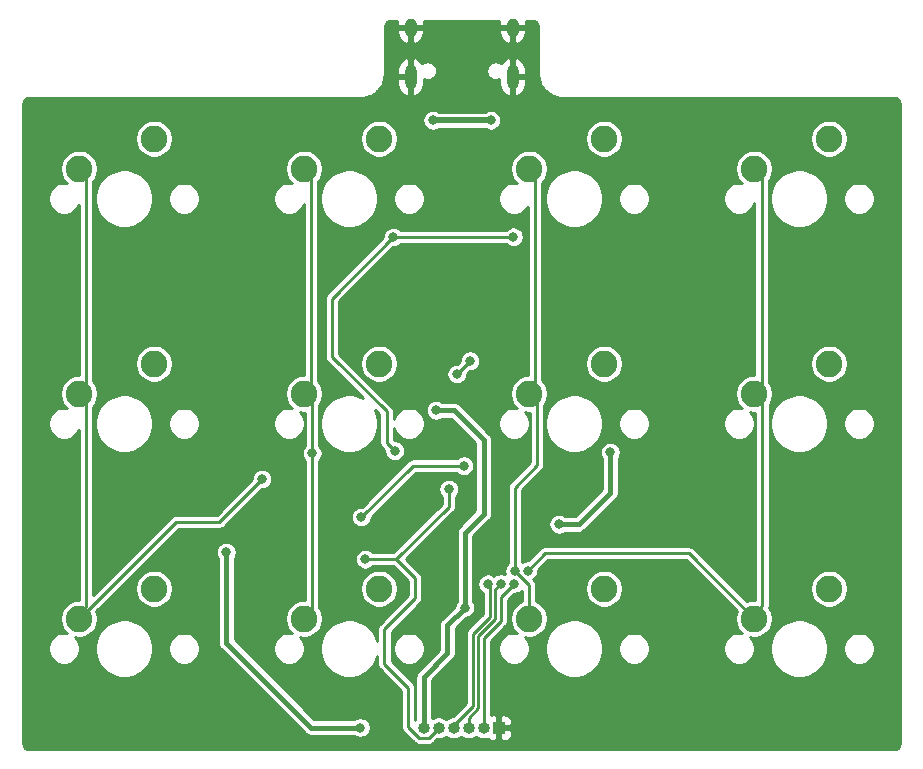
<source format=gbr>
%TF.GenerationSoftware,KiCad,Pcbnew,(5.1.9)-1*%
%TF.CreationDate,2021-01-04T22:22:51+01:00*%
%TF.ProjectId,twelvekey,7477656c-7665-46b6-9579-2e6b69636164,rev?*%
%TF.SameCoordinates,Original*%
%TF.FileFunction,Copper,L1,Top*%
%TF.FilePolarity,Positive*%
%FSLAX46Y46*%
G04 Gerber Fmt 4.6, Leading zero omitted, Abs format (unit mm)*
G04 Created by KiCad (PCBNEW (5.1.9)-1) date 2021-01-04 22:22:51*
%MOMM*%
%LPD*%
G01*
G04 APERTURE LIST*
%TA.AperFunction,ComponentPad*%
%ADD10C,2.250000*%
%TD*%
%TA.AperFunction,ComponentPad*%
%ADD11O,1.000000X2.100000*%
%TD*%
%TA.AperFunction,ComponentPad*%
%ADD12O,1.000000X1.600000*%
%TD*%
%TA.AperFunction,ComponentPad*%
%ADD13O,1.000000X1.000000*%
%TD*%
%TA.AperFunction,ComponentPad*%
%ADD14R,1.000000X1.000000*%
%TD*%
%TA.AperFunction,ViaPad*%
%ADD15C,0.800000*%
%TD*%
%TA.AperFunction,Conductor*%
%ADD16C,0.250000*%
%TD*%
%TA.AperFunction,Conductor*%
%ADD17C,0.450000*%
%TD*%
%TA.AperFunction,Conductor*%
%ADD18C,0.500000*%
%TD*%
%TA.AperFunction,Conductor*%
%ADD19C,0.254000*%
%TD*%
%TA.AperFunction,Conductor*%
%ADD20C,0.100000*%
%TD*%
G04 APERTURE END LIST*
D10*
%TO.P,MX6,2*%
%TO.N,Net-(D3-Pad2)*%
X118389400Y-68529200D03*
%TO.P,MX6,1*%
%TO.N,col1*%
X112039400Y-71069200D03*
%TD*%
%TO.P,MX12,2*%
%TO.N,Net-(D6-Pad2)*%
X156489400Y-87579200D03*
%TO.P,MX12,1*%
%TO.N,col3*%
X150139400Y-90119200D03*
%TD*%
%TO.P,MX11,2*%
%TO.N,Net-(D6-Pad2)*%
X137439400Y-87579200D03*
%TO.P,MX11,1*%
%TO.N,col2*%
X131089400Y-90119200D03*
%TD*%
%TO.P,MX10,2*%
%TO.N,Net-(D5-Pad2)*%
X118389400Y-87579200D03*
%TO.P,MX10,1*%
%TO.N,col1*%
X112039400Y-90119200D03*
%TD*%
%TO.P,MX9,2*%
%TO.N,Net-(D5-Pad2)*%
X99339400Y-87579200D03*
%TO.P,MX9,1*%
%TO.N,col0*%
X92989400Y-90119200D03*
%TD*%
%TO.P,MX5,2*%
%TO.N,Net-(D3-Pad2)*%
X99339400Y-68529200D03*
%TO.P,MX5,1*%
%TO.N,col0*%
X92989400Y-71069200D03*
%TD*%
D11*
%TO.P,USB1,S1*%
%TO.N,GND*%
X129694400Y-44252600D03*
X121054400Y-44252600D03*
D12*
X121054400Y-40072600D03*
X129694400Y-40072600D03*
%TD*%
D10*
%TO.P,MX8,2*%
%TO.N,Net-(D4-Pad2)*%
X156489400Y-68529200D03*
%TO.P,MX8,1*%
%TO.N,col3*%
X150139400Y-71069200D03*
%TD*%
%TO.P,MX7,2*%
%TO.N,Net-(D4-Pad2)*%
X137439400Y-68529200D03*
%TO.P,MX7,1*%
%TO.N,col2*%
X131089400Y-71069200D03*
%TD*%
%TO.P,MX4,2*%
%TO.N,Net-(D2-Pad2)*%
X156489400Y-49479200D03*
%TO.P,MX4,1*%
%TO.N,col3*%
X150139400Y-52019200D03*
%TD*%
%TO.P,MX3,2*%
%TO.N,Net-(D2-Pad2)*%
X137439400Y-49479200D03*
%TO.P,MX3,1*%
%TO.N,col2*%
X131089400Y-52019200D03*
%TD*%
%TO.P,MX2,2*%
%TO.N,Net-(D1-Pad2)*%
X118389400Y-49479200D03*
%TO.P,MX2,1*%
%TO.N,col1*%
X112039400Y-52019200D03*
%TD*%
%TO.P,MX1,2*%
%TO.N,Net-(D1-Pad2)*%
X99339400Y-49479200D03*
%TO.P,MX1,1*%
%TO.N,col0*%
X92989400Y-52019200D03*
%TD*%
D13*
%TO.P,J1,6*%
%TO.N,+5V*%
X122174000Y-99364800D03*
%TO.P,J1,5*%
%TO.N,RESET*%
X123444000Y-99364800D03*
%TO.P,J1,4*%
%TO.N,SCK*%
X124714000Y-99364800D03*
%TO.P,J1,3*%
%TO.N,MISO*%
X125984000Y-99364800D03*
%TO.P,J1,2*%
%TO.N,MOSI*%
X127254000Y-99364800D03*
D14*
%TO.P,J1,1*%
%TO.N,GND*%
X128524000Y-99364800D03*
%TD*%
D15*
%TO.N,BOOT*%
X116890800Y-81508600D03*
X125565400Y-77165200D03*
%TO.N,GND*%
X124002800Y-87172800D03*
X94869000Y-81940400D03*
%TO.N,+5V*%
X123215400Y-72491600D03*
X137972800Y-76022200D03*
X125653800Y-89179400D03*
X105460800Y-84480400D03*
X116814600Y-99339400D03*
X133604000Y-82143600D03*
%TO.N,row0*%
X119608600Y-57810400D03*
X129768600Y-57785000D03*
X119710200Y-75895200D03*
%TO.N,VCC*%
X127838200Y-47929800D03*
X122924400Y-47941400D03*
%TO.N,RESET*%
X117221000Y-85090000D03*
X124282200Y-79146400D03*
%TO.N,SCK*%
X127584200Y-87172800D03*
%TO.N,MISO*%
X128701800Y-87147400D03*
%TO.N,MOSI*%
X129844800Y-87147400D03*
%TO.N,col0*%
X108483400Y-78308200D03*
%TO.N,col1*%
X112725200Y-76123800D03*
%TO.N,col2*%
X129870200Y-86080600D03*
%TO.N,col3*%
X130962400Y-86055200D03*
%TO.N,D+*%
X126085600Y-68275200D03*
X124968000Y-69418200D03*
%TD*%
D16*
%TO.N,BOOT*%
X121234200Y-77165200D02*
X125565400Y-77165200D01*
X116890800Y-81508600D02*
X121234200Y-77165200D01*
D17*
%TO.N,+5V*%
X122174000Y-99364800D02*
X122174000Y-95046800D01*
X124167900Y-90665300D02*
X125653800Y-89179400D01*
X124167900Y-93052900D02*
X124167900Y-90665300D01*
X122174000Y-95046800D02*
X124167900Y-93052900D01*
X105460800Y-84480400D02*
X105460800Y-92176600D01*
X112623600Y-99339400D02*
X116814600Y-99339400D01*
X105460800Y-92176600D02*
X112623600Y-99339400D01*
X124764800Y-72491600D02*
X123215400Y-72491600D01*
X127254000Y-74980800D02*
X124764800Y-72491600D01*
X125653800Y-82854800D02*
X127254000Y-81254600D01*
X127254000Y-81254600D02*
X127254000Y-74980800D01*
X137972800Y-79451200D02*
X137972800Y-76022200D01*
X135280400Y-82143600D02*
X137972800Y-79451200D01*
X133604000Y-82143600D02*
X135280400Y-82143600D01*
X125653800Y-89179400D02*
X125653800Y-82854800D01*
D16*
%TO.N,row0*%
X129743200Y-57810400D02*
X129768600Y-57785000D01*
X119608600Y-57810400D02*
X129743200Y-57810400D01*
X114401600Y-63017400D02*
X119608600Y-57810400D01*
X114401600Y-67945000D02*
X114401600Y-63017400D01*
X119024400Y-72567800D02*
X114401600Y-67945000D01*
X119024400Y-75209400D02*
X119024400Y-72567800D01*
X119710200Y-75895200D02*
X119024400Y-75209400D01*
D18*
%TO.N,VCC*%
X122936000Y-47929800D02*
X122924400Y-47941400D01*
X127838200Y-47929800D02*
X122936000Y-47929800D01*
D16*
%TO.N,RESET*%
X118846600Y-93954600D02*
X118846600Y-90982800D01*
X118846600Y-90982800D02*
X121437400Y-88392000D01*
X120853200Y-95961200D02*
X118846600Y-93954600D01*
X120853200Y-99265002D02*
X120853200Y-95961200D01*
X121777999Y-100189801D02*
X120853200Y-99265002D01*
X122618999Y-100189801D02*
X121777999Y-100189801D01*
X123444000Y-99364800D02*
X122618999Y-100189801D01*
X121437400Y-86690200D02*
X119837200Y-85090000D01*
X121437400Y-87604600D02*
X121437400Y-86690200D01*
X117221000Y-85090000D02*
X119837200Y-85090000D01*
X121437400Y-88392000D02*
X121437400Y-87604600D01*
X124282200Y-80645000D02*
X119837200Y-85090000D01*
X124282200Y-79146400D02*
X124282200Y-80645000D01*
%TO.N,SCK*%
X124714000Y-99141980D02*
X124714000Y-99364800D01*
X126339600Y-97516380D02*
X124714000Y-99141980D01*
X126339600Y-92557600D02*
X126339600Y-97516380D01*
X126339600Y-92151200D02*
X126339600Y-91386380D01*
X126339600Y-92557600D02*
X126339600Y-92151200D01*
X126339600Y-91386380D02*
X127776380Y-89949600D01*
X127776380Y-87364980D02*
X127584200Y-87172800D01*
X127776380Y-89949600D02*
X127776380Y-87364980D01*
%TO.N,MISO*%
X125984000Y-99364800D02*
X125984000Y-98508390D01*
X125984000Y-98508390D02*
X126803990Y-97688400D01*
X126803990Y-97688400D02*
X126803991Y-92472799D01*
X126803991Y-92472799D02*
X126803991Y-91558399D01*
X126803991Y-91558399D02*
X127939095Y-90423295D01*
X127939095Y-90423295D02*
X128226390Y-90136000D01*
X128226390Y-87622810D02*
X128701800Y-87147400D01*
X128226390Y-90136000D02*
X128226390Y-87622810D01*
%TO.N,MOSI*%
X127254000Y-99364800D02*
X127254000Y-92659200D01*
X129844800Y-87147400D02*
X128676400Y-88315800D01*
X128676400Y-88315800D02*
X128676400Y-90322400D01*
X127254000Y-91744800D02*
X127254000Y-92659200D01*
X128676400Y-90322400D02*
X127254000Y-91744800D01*
%TO.N,col0*%
X92989400Y-90119200D02*
X101193600Y-81915000D01*
X104876600Y-81915000D02*
X108483400Y-78308200D01*
X101193600Y-81915000D02*
X104876600Y-81915000D01*
X92989400Y-90119200D02*
X92989400Y-89687400D01*
X92989400Y-89687400D02*
X93548200Y-89128600D01*
X93548200Y-71628000D02*
X92989400Y-71069200D01*
X93548200Y-89128600D02*
X93548200Y-71628000D01*
X92989400Y-71069200D02*
X92989400Y-70942200D01*
X92989400Y-70942200D02*
X93573600Y-70358000D01*
X93573600Y-52603400D02*
X92989400Y-52019200D01*
X93573600Y-70358000D02*
X93573600Y-52603400D01*
%TO.N,col1*%
X112039400Y-71069200D02*
X112039400Y-70891400D01*
X112039400Y-70891400D02*
X112649000Y-70281800D01*
X112649000Y-52628800D02*
X112039400Y-52019200D01*
X112649000Y-70281800D02*
X112649000Y-52628800D01*
X112039400Y-71069200D02*
X112039400Y-71145400D01*
X112039400Y-71145400D02*
X112674400Y-71780400D01*
X112039400Y-90119200D02*
X112039400Y-90068400D01*
X112039400Y-90068400D02*
X112725200Y-89382600D01*
X112725200Y-71755000D02*
X112039400Y-71069200D01*
X112725200Y-76123800D02*
X112725200Y-71755000D01*
X112725200Y-89382600D02*
X112725200Y-76123800D01*
%TO.N,col2*%
X131089400Y-87299800D02*
X131089400Y-90119200D01*
X129870200Y-86080600D02*
X131089400Y-87299800D01*
X129870200Y-86080600D02*
X129870200Y-79019400D01*
X129870200Y-79019400D02*
X131775200Y-77114400D01*
X131775200Y-71755000D02*
X131089400Y-71069200D01*
X131775200Y-77114400D02*
X131775200Y-71755000D01*
X131089400Y-71069200D02*
X131114800Y-71069200D01*
X131114800Y-71069200D02*
X131572000Y-70612000D01*
X131572000Y-52501800D02*
X131089400Y-52019200D01*
X131572000Y-70612000D02*
X131572000Y-52501800D01*
%TO.N,col3*%
X144602200Y-84582000D02*
X150139400Y-90119200D01*
X132435600Y-84582000D02*
X133807200Y-84582000D01*
X130962400Y-86055200D02*
X132435600Y-84582000D01*
X133807200Y-84582000D02*
X144602200Y-84582000D01*
X150139400Y-90119200D02*
X150139400Y-89763600D01*
X150139400Y-89763600D02*
X150850600Y-89052400D01*
X150850600Y-71780400D02*
X150139400Y-71069200D01*
X150850600Y-89052400D02*
X150850600Y-71780400D01*
X150139400Y-71069200D02*
X150139400Y-71018400D01*
X150139400Y-71018400D02*
X150774400Y-70383400D01*
X150774400Y-52654200D02*
X150139400Y-52019200D01*
X150774400Y-70383400D02*
X150774400Y-52654200D01*
%TO.N,D+*%
X126085600Y-68300600D02*
X124968000Y-69418200D01*
X126085600Y-68275200D02*
X126085600Y-68300600D01*
%TD*%
D19*
%TO.N,GND*%
X119919400Y-39645600D02*
X119919400Y-39945600D01*
X120927400Y-39945600D01*
X120927400Y-39925600D01*
X121181400Y-39925600D01*
X121181400Y-39945600D01*
X122189400Y-39945600D01*
X122189400Y-39645600D01*
X122167319Y-39541800D01*
X128581481Y-39541800D01*
X128559400Y-39645600D01*
X128559400Y-39945600D01*
X129567400Y-39945600D01*
X129567400Y-39925600D01*
X129821400Y-39925600D01*
X129821400Y-39945600D01*
X130829400Y-39945600D01*
X130829400Y-39645600D01*
X130807319Y-39541800D01*
X131382350Y-39541800D01*
X131496403Y-39552983D01*
X131582494Y-39578975D01*
X131661899Y-39621195D01*
X131731591Y-39678035D01*
X131788913Y-39747325D01*
X131831687Y-39826435D01*
X131858281Y-39912346D01*
X131870100Y-40024797D01*
X131870101Y-44017453D01*
X131872271Y-44039488D01*
X131872204Y-44049114D01*
X131872888Y-44056090D01*
X131904496Y-44356822D01*
X131913636Y-44401348D01*
X131922170Y-44446085D01*
X131924196Y-44452795D01*
X132013615Y-44741662D01*
X132031244Y-44783600D01*
X132048291Y-44825792D01*
X132051582Y-44831981D01*
X132195406Y-45097977D01*
X132220842Y-45135687D01*
X132245761Y-45173768D01*
X132250191Y-45179200D01*
X132442943Y-45412196D01*
X132475213Y-45444242D01*
X132507061Y-45476763D01*
X132512461Y-45481231D01*
X132746796Y-45672350D01*
X132784667Y-45697511D01*
X132822234Y-45723234D01*
X132828400Y-45726568D01*
X133095395Y-45868532D01*
X133137430Y-45885857D01*
X133179280Y-45903794D01*
X133185976Y-45905866D01*
X133475459Y-45993266D01*
X133520079Y-46002101D01*
X133564596Y-46011563D01*
X133571567Y-46012296D01*
X133872513Y-46041804D01*
X133872519Y-46041804D01*
X133896847Y-46044200D01*
X161976650Y-46044200D01*
X162090703Y-46055383D01*
X162176794Y-46081375D01*
X162256199Y-46123595D01*
X162325891Y-46180435D01*
X162383213Y-46249725D01*
X162425987Y-46328835D01*
X162452581Y-46414746D01*
X162464400Y-46527197D01*
X162464401Y-100686440D01*
X162453217Y-100800503D01*
X162427225Y-100886592D01*
X162385004Y-100966000D01*
X162328165Y-101035691D01*
X162258875Y-101093013D01*
X162179762Y-101135788D01*
X162093854Y-101162381D01*
X161981403Y-101174200D01*
X88772150Y-101174200D01*
X88658097Y-101163017D01*
X88572008Y-101137025D01*
X88492600Y-101094804D01*
X88422909Y-101037965D01*
X88365587Y-100968675D01*
X88322812Y-100889562D01*
X88296219Y-100803654D01*
X88284400Y-100691203D01*
X88284400Y-54426040D01*
X90367400Y-54426040D01*
X90367400Y-54692360D01*
X90419356Y-54953564D01*
X90521273Y-55199612D01*
X90669233Y-55421050D01*
X90857550Y-55609367D01*
X91078988Y-55757327D01*
X91325036Y-55859244D01*
X91586240Y-55911200D01*
X91852560Y-55911200D01*
X92113764Y-55859244D01*
X92359812Y-55757327D01*
X92581250Y-55609367D01*
X92769567Y-55421050D01*
X92917527Y-55199612D01*
X92971601Y-55069067D01*
X92971600Y-69467200D01*
X92831617Y-69467200D01*
X92522114Y-69528764D01*
X92230569Y-69649526D01*
X91968185Y-69824846D01*
X91745046Y-70047985D01*
X91569726Y-70310369D01*
X91448964Y-70601914D01*
X91387400Y-70911417D01*
X91387400Y-71226983D01*
X91448964Y-71536486D01*
X91569726Y-71828031D01*
X91745046Y-72090415D01*
X91926548Y-72271917D01*
X91852560Y-72257200D01*
X91586240Y-72257200D01*
X91325036Y-72309156D01*
X91078988Y-72411073D01*
X90857550Y-72559033D01*
X90669233Y-72747350D01*
X90521273Y-72968788D01*
X90419356Y-73214836D01*
X90367400Y-73476040D01*
X90367400Y-73742360D01*
X90419356Y-74003564D01*
X90521273Y-74249612D01*
X90669233Y-74471050D01*
X90857550Y-74659367D01*
X91078988Y-74807327D01*
X91325036Y-74909244D01*
X91586240Y-74961200D01*
X91852560Y-74961200D01*
X92113764Y-74909244D01*
X92359812Y-74807327D01*
X92581250Y-74659367D01*
X92769567Y-74471050D01*
X92917527Y-74249612D01*
X92946201Y-74180388D01*
X92946200Y-88517200D01*
X92831617Y-88517200D01*
X92522114Y-88578764D01*
X92230569Y-88699526D01*
X91968185Y-88874846D01*
X91745046Y-89097985D01*
X91569726Y-89360369D01*
X91448964Y-89651914D01*
X91387400Y-89961417D01*
X91387400Y-90276983D01*
X91448964Y-90586486D01*
X91569726Y-90878031D01*
X91745046Y-91140415D01*
X91926548Y-91321917D01*
X91852560Y-91307200D01*
X91586240Y-91307200D01*
X91325036Y-91359156D01*
X91078988Y-91461073D01*
X90857550Y-91609033D01*
X90669233Y-91797350D01*
X90521273Y-92018788D01*
X90419356Y-92264836D01*
X90367400Y-92526040D01*
X90367400Y-92792360D01*
X90419356Y-93053564D01*
X90521273Y-93299612D01*
X90669233Y-93521050D01*
X90857550Y-93709367D01*
X91078988Y-93857327D01*
X91325036Y-93959244D01*
X91586240Y-94011200D01*
X91852560Y-94011200D01*
X92113764Y-93959244D01*
X92359812Y-93857327D01*
X92581250Y-93709367D01*
X92769567Y-93521050D01*
X92917527Y-93299612D01*
X93019444Y-93053564D01*
X93071400Y-92792360D01*
X93071400Y-92526040D01*
X93049480Y-92415838D01*
X94328500Y-92415838D01*
X94328500Y-92902562D01*
X94423455Y-93379935D01*
X94609716Y-93829610D01*
X94880126Y-94234307D01*
X95224293Y-94578474D01*
X95628990Y-94848884D01*
X96078665Y-95035145D01*
X96556038Y-95130100D01*
X97042762Y-95130100D01*
X97520135Y-95035145D01*
X97969810Y-94848884D01*
X98374507Y-94578474D01*
X98718674Y-94234307D01*
X98989084Y-93829610D01*
X99175345Y-93379935D01*
X99270300Y-92902562D01*
X99270300Y-92526040D01*
X100527400Y-92526040D01*
X100527400Y-92792360D01*
X100579356Y-93053564D01*
X100681273Y-93299612D01*
X100829233Y-93521050D01*
X101017550Y-93709367D01*
X101238988Y-93857327D01*
X101485036Y-93959244D01*
X101746240Y-94011200D01*
X102012560Y-94011200D01*
X102273764Y-93959244D01*
X102519812Y-93857327D01*
X102741250Y-93709367D01*
X102929567Y-93521050D01*
X103077527Y-93299612D01*
X103179444Y-93053564D01*
X103231400Y-92792360D01*
X103231400Y-92526040D01*
X103179444Y-92264836D01*
X103077527Y-92018788D01*
X102929567Y-91797350D01*
X102741250Y-91609033D01*
X102519812Y-91461073D01*
X102273764Y-91359156D01*
X102012560Y-91307200D01*
X101746240Y-91307200D01*
X101485036Y-91359156D01*
X101238988Y-91461073D01*
X101017550Y-91609033D01*
X100829233Y-91797350D01*
X100681273Y-92018788D01*
X100579356Y-92264836D01*
X100527400Y-92526040D01*
X99270300Y-92526040D01*
X99270300Y-92415838D01*
X99175345Y-91938465D01*
X98989084Y-91488790D01*
X98718674Y-91084093D01*
X98374507Y-90739926D01*
X97969810Y-90469516D01*
X97520135Y-90283255D01*
X97042762Y-90188300D01*
X96556038Y-90188300D01*
X96078665Y-90283255D01*
X95628990Y-90469516D01*
X95224293Y-90739926D01*
X94880126Y-91084093D01*
X94609716Y-91488790D01*
X94423455Y-91938465D01*
X94328500Y-92415838D01*
X93049480Y-92415838D01*
X93019444Y-92264836D01*
X92917527Y-92018788D01*
X92769567Y-91797350D01*
X92659102Y-91686885D01*
X92831617Y-91721200D01*
X93147183Y-91721200D01*
X93456686Y-91659636D01*
X93748231Y-91538874D01*
X94010615Y-91363554D01*
X94233754Y-91140415D01*
X94409074Y-90878031D01*
X94529836Y-90586486D01*
X94591400Y-90276983D01*
X94591400Y-89961417D01*
X94529836Y-89651914D01*
X94464874Y-89495081D01*
X96538538Y-87421417D01*
X97737400Y-87421417D01*
X97737400Y-87736983D01*
X97798964Y-88046486D01*
X97919726Y-88338031D01*
X98095046Y-88600415D01*
X98318185Y-88823554D01*
X98580569Y-88998874D01*
X98872114Y-89119636D01*
X99181617Y-89181200D01*
X99497183Y-89181200D01*
X99806686Y-89119636D01*
X100098231Y-88998874D01*
X100360615Y-88823554D01*
X100583754Y-88600415D01*
X100759074Y-88338031D01*
X100879836Y-88046486D01*
X100941400Y-87736983D01*
X100941400Y-87421417D01*
X100879836Y-87111914D01*
X100759074Y-86820369D01*
X100583754Y-86557985D01*
X100360615Y-86334846D01*
X100098231Y-86159526D01*
X99806686Y-86038764D01*
X99497183Y-85977200D01*
X99181617Y-85977200D01*
X98872114Y-86038764D01*
X98580569Y-86159526D01*
X98318185Y-86334846D01*
X98095046Y-86557985D01*
X97919726Y-86820369D01*
X97798964Y-87111914D01*
X97737400Y-87421417D01*
X96538538Y-87421417D01*
X99565932Y-84394023D01*
X104583800Y-84394023D01*
X104583800Y-84566777D01*
X104617503Y-84736211D01*
X104683613Y-84895815D01*
X104758800Y-85008341D01*
X104758801Y-92142120D01*
X104755405Y-92176600D01*
X104758801Y-92211080D01*
X104768959Y-92314216D01*
X104795345Y-92401200D01*
X104809100Y-92446543D01*
X104874285Y-92568496D01*
X104940030Y-92648607D01*
X104940034Y-92648611D01*
X104962011Y-92675390D01*
X104988790Y-92697367D01*
X112102833Y-99811411D01*
X112124810Y-99838190D01*
X112151589Y-99860167D01*
X112151592Y-99860170D01*
X112198243Y-99898455D01*
X112231703Y-99925915D01*
X112353657Y-99991101D01*
X112485984Y-100031242D01*
X112589120Y-100041400D01*
X112589130Y-100041400D01*
X112623600Y-100044795D01*
X112658070Y-100041400D01*
X116286659Y-100041400D01*
X116399185Y-100116587D01*
X116558789Y-100182697D01*
X116728223Y-100216400D01*
X116900977Y-100216400D01*
X117070411Y-100182697D01*
X117230015Y-100116587D01*
X117373655Y-100020610D01*
X117495810Y-99898455D01*
X117591787Y-99754815D01*
X117657897Y-99595211D01*
X117691600Y-99425777D01*
X117691600Y-99253023D01*
X117657897Y-99083589D01*
X117591787Y-98923985D01*
X117495810Y-98780345D01*
X117373655Y-98658190D01*
X117230015Y-98562213D01*
X117070411Y-98496103D01*
X116900977Y-98462400D01*
X116728223Y-98462400D01*
X116558789Y-98496103D01*
X116399185Y-98562213D01*
X116286659Y-98637400D01*
X112914378Y-98637400D01*
X106162800Y-91885823D01*
X106162800Y-85008341D01*
X106237987Y-84895815D01*
X106304097Y-84736211D01*
X106337800Y-84566777D01*
X106337800Y-84394023D01*
X106304097Y-84224589D01*
X106237987Y-84064985D01*
X106142010Y-83921345D01*
X106019855Y-83799190D01*
X105876215Y-83703213D01*
X105716611Y-83637103D01*
X105547177Y-83603400D01*
X105374423Y-83603400D01*
X105204989Y-83637103D01*
X105045385Y-83703213D01*
X104901745Y-83799190D01*
X104779590Y-83921345D01*
X104683613Y-84064985D01*
X104617503Y-84224589D01*
X104583800Y-84394023D01*
X99565932Y-84394023D01*
X101442956Y-82517000D01*
X104847044Y-82517000D01*
X104876600Y-82519911D01*
X104906156Y-82517000D01*
X104906166Y-82517000D01*
X104994612Y-82508289D01*
X105108090Y-82473866D01*
X105212671Y-82417966D01*
X105304337Y-82342737D01*
X105323189Y-82319766D01*
X108457757Y-79185200D01*
X108569777Y-79185200D01*
X108739211Y-79151497D01*
X108898815Y-79085387D01*
X109042455Y-78989410D01*
X109164610Y-78867255D01*
X109260587Y-78723615D01*
X109326697Y-78564011D01*
X109360400Y-78394577D01*
X109360400Y-78221823D01*
X109326697Y-78052389D01*
X109260587Y-77892785D01*
X109164610Y-77749145D01*
X109042455Y-77626990D01*
X108898815Y-77531013D01*
X108739211Y-77464903D01*
X108569777Y-77431200D01*
X108397023Y-77431200D01*
X108227589Y-77464903D01*
X108067985Y-77531013D01*
X107924345Y-77626990D01*
X107802190Y-77749145D01*
X107706213Y-77892785D01*
X107640103Y-78052389D01*
X107606400Y-78221823D01*
X107606400Y-78333843D01*
X104627245Y-81313000D01*
X101223156Y-81313000D01*
X101193600Y-81310089D01*
X101164043Y-81313000D01*
X101164034Y-81313000D01*
X101075588Y-81321711D01*
X100962110Y-81356134D01*
X100857529Y-81412034D01*
X100765863Y-81487263D01*
X100747016Y-81510228D01*
X94150200Y-88107045D01*
X94150200Y-73365838D01*
X94328500Y-73365838D01*
X94328500Y-73852562D01*
X94423455Y-74329935D01*
X94609716Y-74779610D01*
X94880126Y-75184307D01*
X95224293Y-75528474D01*
X95628990Y-75798884D01*
X96078665Y-75985145D01*
X96556038Y-76080100D01*
X97042762Y-76080100D01*
X97520135Y-75985145D01*
X97969810Y-75798884D01*
X98374507Y-75528474D01*
X98718674Y-75184307D01*
X98989084Y-74779610D01*
X99175345Y-74329935D01*
X99270300Y-73852562D01*
X99270300Y-73476040D01*
X100527400Y-73476040D01*
X100527400Y-73742360D01*
X100579356Y-74003564D01*
X100681273Y-74249612D01*
X100829233Y-74471050D01*
X101017550Y-74659367D01*
X101238988Y-74807327D01*
X101485036Y-74909244D01*
X101746240Y-74961200D01*
X102012560Y-74961200D01*
X102273764Y-74909244D01*
X102519812Y-74807327D01*
X102741250Y-74659367D01*
X102929567Y-74471050D01*
X103077527Y-74249612D01*
X103179444Y-74003564D01*
X103231400Y-73742360D01*
X103231400Y-73476040D01*
X103179444Y-73214836D01*
X103077527Y-72968788D01*
X102929567Y-72747350D01*
X102741250Y-72559033D01*
X102519812Y-72411073D01*
X102273764Y-72309156D01*
X102012560Y-72257200D01*
X101746240Y-72257200D01*
X101485036Y-72309156D01*
X101238988Y-72411073D01*
X101017550Y-72559033D01*
X100829233Y-72747350D01*
X100681273Y-72968788D01*
X100579356Y-73214836D01*
X100527400Y-73476040D01*
X99270300Y-73476040D01*
X99270300Y-73365838D01*
X99175345Y-72888465D01*
X98989084Y-72438790D01*
X98718674Y-72034093D01*
X98374507Y-71689926D01*
X97969810Y-71419516D01*
X97520135Y-71233255D01*
X97042762Y-71138300D01*
X96556038Y-71138300D01*
X96078665Y-71233255D01*
X95628990Y-71419516D01*
X95224293Y-71689926D01*
X94880126Y-72034093D01*
X94609716Y-72438790D01*
X94423455Y-72888465D01*
X94328500Y-73365838D01*
X94150200Y-73365838D01*
X94150200Y-72173969D01*
X94233754Y-72090415D01*
X94409074Y-71828031D01*
X94529836Y-71536486D01*
X94591400Y-71226983D01*
X94591400Y-70911417D01*
X94529836Y-70601914D01*
X94409074Y-70310369D01*
X94233754Y-70047985D01*
X94175600Y-69989831D01*
X94175600Y-68371417D01*
X97737400Y-68371417D01*
X97737400Y-68686983D01*
X97798964Y-68996486D01*
X97919726Y-69288031D01*
X98095046Y-69550415D01*
X98318185Y-69773554D01*
X98580569Y-69948874D01*
X98872114Y-70069636D01*
X99181617Y-70131200D01*
X99497183Y-70131200D01*
X99806686Y-70069636D01*
X100098231Y-69948874D01*
X100360615Y-69773554D01*
X100583754Y-69550415D01*
X100759074Y-69288031D01*
X100879836Y-68996486D01*
X100941400Y-68686983D01*
X100941400Y-68371417D01*
X100879836Y-68061914D01*
X100759074Y-67770369D01*
X100583754Y-67507985D01*
X100360615Y-67284846D01*
X100098231Y-67109526D01*
X99806686Y-66988764D01*
X99497183Y-66927200D01*
X99181617Y-66927200D01*
X98872114Y-66988764D01*
X98580569Y-67109526D01*
X98318185Y-67284846D01*
X98095046Y-67507985D01*
X97919726Y-67770369D01*
X97798964Y-68061914D01*
X97737400Y-68371417D01*
X94175600Y-68371417D01*
X94175600Y-54315838D01*
X94328500Y-54315838D01*
X94328500Y-54802562D01*
X94423455Y-55279935D01*
X94609716Y-55729610D01*
X94880126Y-56134307D01*
X95224293Y-56478474D01*
X95628990Y-56748884D01*
X96078665Y-56935145D01*
X96556038Y-57030100D01*
X97042762Y-57030100D01*
X97520135Y-56935145D01*
X97969810Y-56748884D01*
X98374507Y-56478474D01*
X98718674Y-56134307D01*
X98989084Y-55729610D01*
X99175345Y-55279935D01*
X99270300Y-54802562D01*
X99270300Y-54426040D01*
X100527400Y-54426040D01*
X100527400Y-54692360D01*
X100579356Y-54953564D01*
X100681273Y-55199612D01*
X100829233Y-55421050D01*
X101017550Y-55609367D01*
X101238988Y-55757327D01*
X101485036Y-55859244D01*
X101746240Y-55911200D01*
X102012560Y-55911200D01*
X102273764Y-55859244D01*
X102519812Y-55757327D01*
X102741250Y-55609367D01*
X102929567Y-55421050D01*
X103077527Y-55199612D01*
X103179444Y-54953564D01*
X103231400Y-54692360D01*
X103231400Y-54426040D01*
X109417400Y-54426040D01*
X109417400Y-54692360D01*
X109469356Y-54953564D01*
X109571273Y-55199612D01*
X109719233Y-55421050D01*
X109907550Y-55609367D01*
X110128988Y-55757327D01*
X110375036Y-55859244D01*
X110636240Y-55911200D01*
X110902560Y-55911200D01*
X111163764Y-55859244D01*
X111409812Y-55757327D01*
X111631250Y-55609367D01*
X111819567Y-55421050D01*
X111967527Y-55199612D01*
X112047001Y-55007746D01*
X112047000Y-69467200D01*
X111881617Y-69467200D01*
X111572114Y-69528764D01*
X111280569Y-69649526D01*
X111018185Y-69824846D01*
X110795046Y-70047985D01*
X110619726Y-70310369D01*
X110498964Y-70601914D01*
X110437400Y-70911417D01*
X110437400Y-71226983D01*
X110498964Y-71536486D01*
X110619726Y-71828031D01*
X110795046Y-72090415D01*
X110976548Y-72271917D01*
X110902560Y-72257200D01*
X110636240Y-72257200D01*
X110375036Y-72309156D01*
X110128988Y-72411073D01*
X109907550Y-72559033D01*
X109719233Y-72747350D01*
X109571273Y-72968788D01*
X109469356Y-73214836D01*
X109417400Y-73476040D01*
X109417400Y-73742360D01*
X109469356Y-74003564D01*
X109571273Y-74249612D01*
X109719233Y-74471050D01*
X109907550Y-74659367D01*
X110128988Y-74807327D01*
X110375036Y-74909244D01*
X110636240Y-74961200D01*
X110902560Y-74961200D01*
X111163764Y-74909244D01*
X111409812Y-74807327D01*
X111631250Y-74659367D01*
X111819567Y-74471050D01*
X111967527Y-74249612D01*
X112069444Y-74003564D01*
X112121400Y-73742360D01*
X112121400Y-73476040D01*
X112069444Y-73214836D01*
X111967527Y-72968788D01*
X111819567Y-72747350D01*
X111709102Y-72636885D01*
X111881617Y-72671200D01*
X112123201Y-72671200D01*
X112123200Y-75485535D01*
X112043990Y-75564745D01*
X111948013Y-75708385D01*
X111881903Y-75867989D01*
X111848200Y-76037423D01*
X111848200Y-76210177D01*
X111881903Y-76379611D01*
X111948013Y-76539215D01*
X112043990Y-76682855D01*
X112123201Y-76762066D01*
X112123200Y-88517200D01*
X111881617Y-88517200D01*
X111572114Y-88578764D01*
X111280569Y-88699526D01*
X111018185Y-88874846D01*
X110795046Y-89097985D01*
X110619726Y-89360369D01*
X110498964Y-89651914D01*
X110437400Y-89961417D01*
X110437400Y-90276983D01*
X110498964Y-90586486D01*
X110619726Y-90878031D01*
X110795046Y-91140415D01*
X110976548Y-91321917D01*
X110902560Y-91307200D01*
X110636240Y-91307200D01*
X110375036Y-91359156D01*
X110128988Y-91461073D01*
X109907550Y-91609033D01*
X109719233Y-91797350D01*
X109571273Y-92018788D01*
X109469356Y-92264836D01*
X109417400Y-92526040D01*
X109417400Y-92792360D01*
X109469356Y-93053564D01*
X109571273Y-93299612D01*
X109719233Y-93521050D01*
X109907550Y-93709367D01*
X110128988Y-93857327D01*
X110375036Y-93959244D01*
X110636240Y-94011200D01*
X110902560Y-94011200D01*
X111163764Y-93959244D01*
X111409812Y-93857327D01*
X111631250Y-93709367D01*
X111819567Y-93521050D01*
X111967527Y-93299612D01*
X112069444Y-93053564D01*
X112121400Y-92792360D01*
X112121400Y-92526040D01*
X112099480Y-92415838D01*
X113378500Y-92415838D01*
X113378500Y-92902562D01*
X113473455Y-93379935D01*
X113659716Y-93829610D01*
X113930126Y-94234307D01*
X114274293Y-94578474D01*
X114678990Y-94848884D01*
X115128665Y-95035145D01*
X115606038Y-95130100D01*
X116092762Y-95130100D01*
X116570135Y-95035145D01*
X117019810Y-94848884D01*
X117424507Y-94578474D01*
X117768674Y-94234307D01*
X118039084Y-93829610D01*
X118225345Y-93379935D01*
X118244600Y-93283132D01*
X118244600Y-93925043D01*
X118241689Y-93954600D01*
X118244600Y-93984156D01*
X118244600Y-93984165D01*
X118253311Y-94072611D01*
X118287734Y-94186089D01*
X118343634Y-94290670D01*
X118418863Y-94382337D01*
X118441834Y-94401189D01*
X120251201Y-96210557D01*
X120251200Y-99235446D01*
X120248289Y-99265002D01*
X120251200Y-99294558D01*
X120251200Y-99294567D01*
X120259911Y-99383013D01*
X120294334Y-99496491D01*
X120350234Y-99601072D01*
X120425463Y-99692739D01*
X120448433Y-99711590D01*
X121331419Y-100594578D01*
X121350262Y-100617538D01*
X121373222Y-100636381D01*
X121373226Y-100636385D01*
X121409699Y-100666317D01*
X121441928Y-100692767D01*
X121546509Y-100748667D01*
X121659987Y-100783090D01*
X121748433Y-100791801D01*
X121748442Y-100791801D01*
X121777998Y-100794712D01*
X121807555Y-100791801D01*
X122589443Y-100791801D01*
X122618999Y-100794712D01*
X122648555Y-100791801D01*
X122648565Y-100791801D01*
X122737011Y-100783090D01*
X122850489Y-100748667D01*
X122955070Y-100692767D01*
X123046736Y-100617538D01*
X123065588Y-100594567D01*
X123323236Y-100336919D01*
X123347774Y-100341800D01*
X123540226Y-100341800D01*
X123728980Y-100304254D01*
X123906783Y-100230606D01*
X124066801Y-100123685D01*
X124079000Y-100111486D01*
X124091199Y-100123685D01*
X124251217Y-100230606D01*
X124429020Y-100304254D01*
X124617774Y-100341800D01*
X124810226Y-100341800D01*
X124998980Y-100304254D01*
X125176783Y-100230606D01*
X125336801Y-100123685D01*
X125349000Y-100111486D01*
X125361199Y-100123685D01*
X125521217Y-100230606D01*
X125699020Y-100304254D01*
X125887774Y-100341800D01*
X126080226Y-100341800D01*
X126268980Y-100304254D01*
X126446783Y-100230606D01*
X126606801Y-100123685D01*
X126619000Y-100111486D01*
X126631199Y-100123685D01*
X126791217Y-100230606D01*
X126969020Y-100304254D01*
X127157774Y-100341800D01*
X127350226Y-100341800D01*
X127538980Y-100304254D01*
X127557046Y-100296771D01*
X127572815Y-100315985D01*
X127669506Y-100395337D01*
X127779820Y-100454302D01*
X127899518Y-100490612D01*
X128024000Y-100502872D01*
X128238250Y-100499800D01*
X128397000Y-100341050D01*
X128397000Y-99491800D01*
X128651000Y-99491800D01*
X128651000Y-100341050D01*
X128809750Y-100499800D01*
X129024000Y-100502872D01*
X129148482Y-100490612D01*
X129268180Y-100454302D01*
X129378494Y-100395337D01*
X129475185Y-100315985D01*
X129554537Y-100219294D01*
X129613502Y-100108980D01*
X129649812Y-99989282D01*
X129662072Y-99864800D01*
X129659000Y-99650550D01*
X129500250Y-99491800D01*
X128651000Y-99491800D01*
X128397000Y-99491800D01*
X128377000Y-99491800D01*
X128377000Y-99237800D01*
X128397000Y-99237800D01*
X128397000Y-98388550D01*
X128651000Y-98388550D01*
X128651000Y-99237800D01*
X129500250Y-99237800D01*
X129659000Y-99079050D01*
X129662072Y-98864800D01*
X129649812Y-98740318D01*
X129613502Y-98620620D01*
X129554537Y-98510306D01*
X129475185Y-98413615D01*
X129378494Y-98334263D01*
X129268180Y-98275298D01*
X129148482Y-98238988D01*
X129024000Y-98226728D01*
X128809750Y-98229800D01*
X128651000Y-98388550D01*
X128397000Y-98388550D01*
X128238250Y-98229800D01*
X128024000Y-98226728D01*
X127899518Y-98238988D01*
X127856000Y-98252189D01*
X127856000Y-91994155D01*
X129081177Y-90768980D01*
X129104137Y-90750137D01*
X129122980Y-90727177D01*
X129122984Y-90727173D01*
X129168686Y-90671484D01*
X129179366Y-90658471D01*
X129235266Y-90553890D01*
X129269689Y-90440412D01*
X129278400Y-90351966D01*
X129278400Y-90351957D01*
X129281311Y-90322401D01*
X129278400Y-90292844D01*
X129278400Y-88565155D01*
X129819156Y-88024400D01*
X129931177Y-88024400D01*
X130100611Y-87990697D01*
X130260215Y-87924587D01*
X130403855Y-87828610D01*
X130487400Y-87745065D01*
X130487400Y-88634564D01*
X130330569Y-88699526D01*
X130068185Y-88874846D01*
X129845046Y-89097985D01*
X129669726Y-89360369D01*
X129548964Y-89651914D01*
X129487400Y-89961417D01*
X129487400Y-90276983D01*
X129548964Y-90586486D01*
X129669726Y-90878031D01*
X129845046Y-91140415D01*
X130026548Y-91321917D01*
X129952560Y-91307200D01*
X129686240Y-91307200D01*
X129425036Y-91359156D01*
X129178988Y-91461073D01*
X128957550Y-91609033D01*
X128769233Y-91797350D01*
X128621273Y-92018788D01*
X128519356Y-92264836D01*
X128467400Y-92526040D01*
X128467400Y-92792360D01*
X128519356Y-93053564D01*
X128621273Y-93299612D01*
X128769233Y-93521050D01*
X128957550Y-93709367D01*
X129178988Y-93857327D01*
X129425036Y-93959244D01*
X129686240Y-94011200D01*
X129952560Y-94011200D01*
X130213764Y-93959244D01*
X130459812Y-93857327D01*
X130681250Y-93709367D01*
X130869567Y-93521050D01*
X131017527Y-93299612D01*
X131119444Y-93053564D01*
X131171400Y-92792360D01*
X131171400Y-92526040D01*
X131149480Y-92415838D01*
X132428500Y-92415838D01*
X132428500Y-92902562D01*
X132523455Y-93379935D01*
X132709716Y-93829610D01*
X132980126Y-94234307D01*
X133324293Y-94578474D01*
X133728990Y-94848884D01*
X134178665Y-95035145D01*
X134656038Y-95130100D01*
X135142762Y-95130100D01*
X135620135Y-95035145D01*
X136069810Y-94848884D01*
X136474507Y-94578474D01*
X136818674Y-94234307D01*
X137089084Y-93829610D01*
X137275345Y-93379935D01*
X137370300Y-92902562D01*
X137370300Y-92526040D01*
X138627400Y-92526040D01*
X138627400Y-92792360D01*
X138679356Y-93053564D01*
X138781273Y-93299612D01*
X138929233Y-93521050D01*
X139117550Y-93709367D01*
X139338988Y-93857327D01*
X139585036Y-93959244D01*
X139846240Y-94011200D01*
X140112560Y-94011200D01*
X140373764Y-93959244D01*
X140619812Y-93857327D01*
X140841250Y-93709367D01*
X141029567Y-93521050D01*
X141177527Y-93299612D01*
X141279444Y-93053564D01*
X141331400Y-92792360D01*
X141331400Y-92526040D01*
X141279444Y-92264836D01*
X141177527Y-92018788D01*
X141029567Y-91797350D01*
X140841250Y-91609033D01*
X140619812Y-91461073D01*
X140373764Y-91359156D01*
X140112560Y-91307200D01*
X139846240Y-91307200D01*
X139585036Y-91359156D01*
X139338988Y-91461073D01*
X139117550Y-91609033D01*
X138929233Y-91797350D01*
X138781273Y-92018788D01*
X138679356Y-92264836D01*
X138627400Y-92526040D01*
X137370300Y-92526040D01*
X137370300Y-92415838D01*
X137275345Y-91938465D01*
X137089084Y-91488790D01*
X136818674Y-91084093D01*
X136474507Y-90739926D01*
X136069810Y-90469516D01*
X135620135Y-90283255D01*
X135142762Y-90188300D01*
X134656038Y-90188300D01*
X134178665Y-90283255D01*
X133728990Y-90469516D01*
X133324293Y-90739926D01*
X132980126Y-91084093D01*
X132709716Y-91488790D01*
X132523455Y-91938465D01*
X132428500Y-92415838D01*
X131149480Y-92415838D01*
X131119444Y-92264836D01*
X131017527Y-92018788D01*
X130869567Y-91797350D01*
X130759102Y-91686885D01*
X130931617Y-91721200D01*
X131247183Y-91721200D01*
X131556686Y-91659636D01*
X131848231Y-91538874D01*
X132110615Y-91363554D01*
X132333754Y-91140415D01*
X132509074Y-90878031D01*
X132629836Y-90586486D01*
X132691400Y-90276983D01*
X132691400Y-89961417D01*
X132629836Y-89651914D01*
X132509074Y-89360369D01*
X132333754Y-89097985D01*
X132110615Y-88874846D01*
X131848231Y-88699526D01*
X131691400Y-88634564D01*
X131691400Y-87421417D01*
X135837400Y-87421417D01*
X135837400Y-87736983D01*
X135898964Y-88046486D01*
X136019726Y-88338031D01*
X136195046Y-88600415D01*
X136418185Y-88823554D01*
X136680569Y-88998874D01*
X136972114Y-89119636D01*
X137281617Y-89181200D01*
X137597183Y-89181200D01*
X137906686Y-89119636D01*
X138198231Y-88998874D01*
X138460615Y-88823554D01*
X138683754Y-88600415D01*
X138859074Y-88338031D01*
X138979836Y-88046486D01*
X139041400Y-87736983D01*
X139041400Y-87421417D01*
X138979836Y-87111914D01*
X138859074Y-86820369D01*
X138683754Y-86557985D01*
X138460615Y-86334846D01*
X138198231Y-86159526D01*
X137906686Y-86038764D01*
X137597183Y-85977200D01*
X137281617Y-85977200D01*
X136972114Y-86038764D01*
X136680569Y-86159526D01*
X136418185Y-86334846D01*
X136195046Y-86557985D01*
X136019726Y-86820369D01*
X135898964Y-87111914D01*
X135837400Y-87421417D01*
X131691400Y-87421417D01*
X131691400Y-87329356D01*
X131694311Y-87299799D01*
X131691400Y-87270243D01*
X131691400Y-87270234D01*
X131682689Y-87181788D01*
X131648266Y-87068310D01*
X131592366Y-86963729D01*
X131566491Y-86932200D01*
X131535984Y-86895027D01*
X131535980Y-86895023D01*
X131517137Y-86872063D01*
X131494178Y-86853221D01*
X131435080Y-86794124D01*
X131521455Y-86736410D01*
X131643610Y-86614255D01*
X131739587Y-86470615D01*
X131805697Y-86311011D01*
X131839400Y-86141577D01*
X131839400Y-86029556D01*
X132684957Y-85184000D01*
X144352845Y-85184000D01*
X148663926Y-89495082D01*
X148598964Y-89651914D01*
X148537400Y-89961417D01*
X148537400Y-90276983D01*
X148598964Y-90586486D01*
X148719726Y-90878031D01*
X148895046Y-91140415D01*
X149076548Y-91321917D01*
X149002560Y-91307200D01*
X148736240Y-91307200D01*
X148475036Y-91359156D01*
X148228988Y-91461073D01*
X148007550Y-91609033D01*
X147819233Y-91797350D01*
X147671273Y-92018788D01*
X147569356Y-92264836D01*
X147517400Y-92526040D01*
X147517400Y-92792360D01*
X147569356Y-93053564D01*
X147671273Y-93299612D01*
X147819233Y-93521050D01*
X148007550Y-93709367D01*
X148228988Y-93857327D01*
X148475036Y-93959244D01*
X148736240Y-94011200D01*
X149002560Y-94011200D01*
X149263764Y-93959244D01*
X149509812Y-93857327D01*
X149731250Y-93709367D01*
X149919567Y-93521050D01*
X150067527Y-93299612D01*
X150169444Y-93053564D01*
X150221400Y-92792360D01*
X150221400Y-92526040D01*
X150199480Y-92415838D01*
X151478500Y-92415838D01*
X151478500Y-92902562D01*
X151573455Y-93379935D01*
X151759716Y-93829610D01*
X152030126Y-94234307D01*
X152374293Y-94578474D01*
X152778990Y-94848884D01*
X153228665Y-95035145D01*
X153706038Y-95130100D01*
X154192762Y-95130100D01*
X154670135Y-95035145D01*
X155119810Y-94848884D01*
X155524507Y-94578474D01*
X155868674Y-94234307D01*
X156139084Y-93829610D01*
X156325345Y-93379935D01*
X156420300Y-92902562D01*
X156420300Y-92526040D01*
X157677400Y-92526040D01*
X157677400Y-92792360D01*
X157729356Y-93053564D01*
X157831273Y-93299612D01*
X157979233Y-93521050D01*
X158167550Y-93709367D01*
X158388988Y-93857327D01*
X158635036Y-93959244D01*
X158896240Y-94011200D01*
X159162560Y-94011200D01*
X159423764Y-93959244D01*
X159669812Y-93857327D01*
X159891250Y-93709367D01*
X160079567Y-93521050D01*
X160227527Y-93299612D01*
X160329444Y-93053564D01*
X160381400Y-92792360D01*
X160381400Y-92526040D01*
X160329444Y-92264836D01*
X160227527Y-92018788D01*
X160079567Y-91797350D01*
X159891250Y-91609033D01*
X159669812Y-91461073D01*
X159423764Y-91359156D01*
X159162560Y-91307200D01*
X158896240Y-91307200D01*
X158635036Y-91359156D01*
X158388988Y-91461073D01*
X158167550Y-91609033D01*
X157979233Y-91797350D01*
X157831273Y-92018788D01*
X157729356Y-92264836D01*
X157677400Y-92526040D01*
X156420300Y-92526040D01*
X156420300Y-92415838D01*
X156325345Y-91938465D01*
X156139084Y-91488790D01*
X155868674Y-91084093D01*
X155524507Y-90739926D01*
X155119810Y-90469516D01*
X154670135Y-90283255D01*
X154192762Y-90188300D01*
X153706038Y-90188300D01*
X153228665Y-90283255D01*
X152778990Y-90469516D01*
X152374293Y-90739926D01*
X152030126Y-91084093D01*
X151759716Y-91488790D01*
X151573455Y-91938465D01*
X151478500Y-92415838D01*
X150199480Y-92415838D01*
X150169444Y-92264836D01*
X150067527Y-92018788D01*
X149919567Y-91797350D01*
X149809102Y-91686885D01*
X149981617Y-91721200D01*
X150297183Y-91721200D01*
X150606686Y-91659636D01*
X150898231Y-91538874D01*
X151160615Y-91363554D01*
X151383754Y-91140415D01*
X151559074Y-90878031D01*
X151679836Y-90586486D01*
X151741400Y-90276983D01*
X151741400Y-89961417D01*
X151679836Y-89651914D01*
X151559074Y-89360369D01*
X151440223Y-89182497D01*
X151443889Y-89170412D01*
X151452600Y-89081966D01*
X151452600Y-89081957D01*
X151455511Y-89052400D01*
X151452600Y-89022844D01*
X151452600Y-87421417D01*
X154887400Y-87421417D01*
X154887400Y-87736983D01*
X154948964Y-88046486D01*
X155069726Y-88338031D01*
X155245046Y-88600415D01*
X155468185Y-88823554D01*
X155730569Y-88998874D01*
X156022114Y-89119636D01*
X156331617Y-89181200D01*
X156647183Y-89181200D01*
X156956686Y-89119636D01*
X157248231Y-88998874D01*
X157510615Y-88823554D01*
X157733754Y-88600415D01*
X157909074Y-88338031D01*
X158029836Y-88046486D01*
X158091400Y-87736983D01*
X158091400Y-87421417D01*
X158029836Y-87111914D01*
X157909074Y-86820369D01*
X157733754Y-86557985D01*
X157510615Y-86334846D01*
X157248231Y-86159526D01*
X156956686Y-86038764D01*
X156647183Y-85977200D01*
X156331617Y-85977200D01*
X156022114Y-86038764D01*
X155730569Y-86159526D01*
X155468185Y-86334846D01*
X155245046Y-86557985D01*
X155069726Y-86820369D01*
X154948964Y-87111914D01*
X154887400Y-87421417D01*
X151452600Y-87421417D01*
X151452600Y-73365838D01*
X151478500Y-73365838D01*
X151478500Y-73852562D01*
X151573455Y-74329935D01*
X151759716Y-74779610D01*
X152030126Y-75184307D01*
X152374293Y-75528474D01*
X152778990Y-75798884D01*
X153228665Y-75985145D01*
X153706038Y-76080100D01*
X154192762Y-76080100D01*
X154670135Y-75985145D01*
X155119810Y-75798884D01*
X155524507Y-75528474D01*
X155868674Y-75184307D01*
X156139084Y-74779610D01*
X156325345Y-74329935D01*
X156420300Y-73852562D01*
X156420300Y-73476040D01*
X157677400Y-73476040D01*
X157677400Y-73742360D01*
X157729356Y-74003564D01*
X157831273Y-74249612D01*
X157979233Y-74471050D01*
X158167550Y-74659367D01*
X158388988Y-74807327D01*
X158635036Y-74909244D01*
X158896240Y-74961200D01*
X159162560Y-74961200D01*
X159423764Y-74909244D01*
X159669812Y-74807327D01*
X159891250Y-74659367D01*
X160079567Y-74471050D01*
X160227527Y-74249612D01*
X160329444Y-74003564D01*
X160381400Y-73742360D01*
X160381400Y-73476040D01*
X160329444Y-73214836D01*
X160227527Y-72968788D01*
X160079567Y-72747350D01*
X159891250Y-72559033D01*
X159669812Y-72411073D01*
X159423764Y-72309156D01*
X159162560Y-72257200D01*
X158896240Y-72257200D01*
X158635036Y-72309156D01*
X158388988Y-72411073D01*
X158167550Y-72559033D01*
X157979233Y-72747350D01*
X157831273Y-72968788D01*
X157729356Y-73214836D01*
X157677400Y-73476040D01*
X156420300Y-73476040D01*
X156420300Y-73365838D01*
X156325345Y-72888465D01*
X156139084Y-72438790D01*
X155868674Y-72034093D01*
X155524507Y-71689926D01*
X155119810Y-71419516D01*
X154670135Y-71233255D01*
X154192762Y-71138300D01*
X153706038Y-71138300D01*
X153228665Y-71233255D01*
X152778990Y-71419516D01*
X152374293Y-71689926D01*
X152030126Y-72034093D01*
X151759716Y-72438790D01*
X151573455Y-72888465D01*
X151478500Y-73365838D01*
X151452600Y-73365838D01*
X151452600Y-71987380D01*
X151559074Y-71828031D01*
X151679836Y-71536486D01*
X151741400Y-71226983D01*
X151741400Y-70911417D01*
X151679836Y-70601914D01*
X151559074Y-70310369D01*
X151383754Y-70047985D01*
X151376400Y-70040631D01*
X151376400Y-68371417D01*
X154887400Y-68371417D01*
X154887400Y-68686983D01*
X154948964Y-68996486D01*
X155069726Y-69288031D01*
X155245046Y-69550415D01*
X155468185Y-69773554D01*
X155730569Y-69948874D01*
X156022114Y-70069636D01*
X156331617Y-70131200D01*
X156647183Y-70131200D01*
X156956686Y-70069636D01*
X157248231Y-69948874D01*
X157510615Y-69773554D01*
X157733754Y-69550415D01*
X157909074Y-69288031D01*
X158029836Y-68996486D01*
X158091400Y-68686983D01*
X158091400Y-68371417D01*
X158029836Y-68061914D01*
X157909074Y-67770369D01*
X157733754Y-67507985D01*
X157510615Y-67284846D01*
X157248231Y-67109526D01*
X156956686Y-66988764D01*
X156647183Y-66927200D01*
X156331617Y-66927200D01*
X156022114Y-66988764D01*
X155730569Y-67109526D01*
X155468185Y-67284846D01*
X155245046Y-67507985D01*
X155069726Y-67770369D01*
X154948964Y-68061914D01*
X154887400Y-68371417D01*
X151376400Y-68371417D01*
X151376400Y-54315838D01*
X151478500Y-54315838D01*
X151478500Y-54802562D01*
X151573455Y-55279935D01*
X151759716Y-55729610D01*
X152030126Y-56134307D01*
X152374293Y-56478474D01*
X152778990Y-56748884D01*
X153228665Y-56935145D01*
X153706038Y-57030100D01*
X154192762Y-57030100D01*
X154670135Y-56935145D01*
X155119810Y-56748884D01*
X155524507Y-56478474D01*
X155868674Y-56134307D01*
X156139084Y-55729610D01*
X156325345Y-55279935D01*
X156420300Y-54802562D01*
X156420300Y-54426040D01*
X157677400Y-54426040D01*
X157677400Y-54692360D01*
X157729356Y-54953564D01*
X157831273Y-55199612D01*
X157979233Y-55421050D01*
X158167550Y-55609367D01*
X158388988Y-55757327D01*
X158635036Y-55859244D01*
X158896240Y-55911200D01*
X159162560Y-55911200D01*
X159423764Y-55859244D01*
X159669812Y-55757327D01*
X159891250Y-55609367D01*
X160079567Y-55421050D01*
X160227527Y-55199612D01*
X160329444Y-54953564D01*
X160381400Y-54692360D01*
X160381400Y-54426040D01*
X160329444Y-54164836D01*
X160227527Y-53918788D01*
X160079567Y-53697350D01*
X159891250Y-53509033D01*
X159669812Y-53361073D01*
X159423764Y-53259156D01*
X159162560Y-53207200D01*
X158896240Y-53207200D01*
X158635036Y-53259156D01*
X158388988Y-53361073D01*
X158167550Y-53509033D01*
X157979233Y-53697350D01*
X157831273Y-53918788D01*
X157729356Y-54164836D01*
X157677400Y-54426040D01*
X156420300Y-54426040D01*
X156420300Y-54315838D01*
X156325345Y-53838465D01*
X156139084Y-53388790D01*
X155868674Y-52984093D01*
X155524507Y-52639926D01*
X155119810Y-52369516D01*
X154670135Y-52183255D01*
X154192762Y-52088300D01*
X153706038Y-52088300D01*
X153228665Y-52183255D01*
X152778990Y-52369516D01*
X152374293Y-52639926D01*
X152030126Y-52984093D01*
X151759716Y-53388790D01*
X151573455Y-53838465D01*
X151478500Y-54315838D01*
X151376400Y-54315838D01*
X151376400Y-53047769D01*
X151383754Y-53040415D01*
X151559074Y-52778031D01*
X151679836Y-52486486D01*
X151741400Y-52176983D01*
X151741400Y-51861417D01*
X151679836Y-51551914D01*
X151559074Y-51260369D01*
X151383754Y-50997985D01*
X151160615Y-50774846D01*
X150898231Y-50599526D01*
X150606686Y-50478764D01*
X150297183Y-50417200D01*
X149981617Y-50417200D01*
X149672114Y-50478764D01*
X149380569Y-50599526D01*
X149118185Y-50774846D01*
X148895046Y-50997985D01*
X148719726Y-51260369D01*
X148598964Y-51551914D01*
X148537400Y-51861417D01*
X148537400Y-52176983D01*
X148598964Y-52486486D01*
X148719726Y-52778031D01*
X148895046Y-53040415D01*
X149076548Y-53221917D01*
X149002560Y-53207200D01*
X148736240Y-53207200D01*
X148475036Y-53259156D01*
X148228988Y-53361073D01*
X148007550Y-53509033D01*
X147819233Y-53697350D01*
X147671273Y-53918788D01*
X147569356Y-54164836D01*
X147517400Y-54426040D01*
X147517400Y-54692360D01*
X147569356Y-54953564D01*
X147671273Y-55199612D01*
X147819233Y-55421050D01*
X148007550Y-55609367D01*
X148228988Y-55757327D01*
X148475036Y-55859244D01*
X148736240Y-55911200D01*
X149002560Y-55911200D01*
X149263764Y-55859244D01*
X149509812Y-55757327D01*
X149731250Y-55609367D01*
X149919567Y-55421050D01*
X150067527Y-55199612D01*
X150169444Y-54953564D01*
X150172401Y-54938699D01*
X150172400Y-69467200D01*
X149981617Y-69467200D01*
X149672114Y-69528764D01*
X149380569Y-69649526D01*
X149118185Y-69824846D01*
X148895046Y-70047985D01*
X148719726Y-70310369D01*
X148598964Y-70601914D01*
X148537400Y-70911417D01*
X148537400Y-71226983D01*
X148598964Y-71536486D01*
X148719726Y-71828031D01*
X148895046Y-72090415D01*
X149076548Y-72271917D01*
X149002560Y-72257200D01*
X148736240Y-72257200D01*
X148475036Y-72309156D01*
X148228988Y-72411073D01*
X148007550Y-72559033D01*
X147819233Y-72747350D01*
X147671273Y-72968788D01*
X147569356Y-73214836D01*
X147517400Y-73476040D01*
X147517400Y-73742360D01*
X147569356Y-74003564D01*
X147671273Y-74249612D01*
X147819233Y-74471050D01*
X148007550Y-74659367D01*
X148228988Y-74807327D01*
X148475036Y-74909244D01*
X148736240Y-74961200D01*
X149002560Y-74961200D01*
X149263764Y-74909244D01*
X149509812Y-74807327D01*
X149731250Y-74659367D01*
X149919567Y-74471050D01*
X150067527Y-74249612D01*
X150169444Y-74003564D01*
X150221400Y-73742360D01*
X150221400Y-73476040D01*
X150169444Y-73214836D01*
X150067527Y-72968788D01*
X149919567Y-72747350D01*
X149809102Y-72636885D01*
X149981617Y-72671200D01*
X150248601Y-72671200D01*
X150248600Y-88517200D01*
X149981617Y-88517200D01*
X149672114Y-88578764D01*
X149515282Y-88643726D01*
X145048789Y-84177234D01*
X145029937Y-84154263D01*
X144938271Y-84079034D01*
X144833690Y-84023134D01*
X144720212Y-83988711D01*
X144631766Y-83980000D01*
X144631756Y-83980000D01*
X144602200Y-83977089D01*
X144572644Y-83980000D01*
X132465156Y-83980000D01*
X132435599Y-83977089D01*
X132406043Y-83980000D01*
X132406034Y-83980000D01*
X132317588Y-83988711D01*
X132204110Y-84023134D01*
X132099529Y-84079034D01*
X132099527Y-84079035D01*
X132099528Y-84079035D01*
X132030827Y-84135416D01*
X132030823Y-84135420D01*
X132007863Y-84154263D01*
X131989020Y-84177223D01*
X130988044Y-85178200D01*
X130876023Y-85178200D01*
X130706589Y-85211903D01*
X130546985Y-85278013D01*
X130472200Y-85327983D01*
X130472200Y-82057223D01*
X132727000Y-82057223D01*
X132727000Y-82229977D01*
X132760703Y-82399411D01*
X132826813Y-82559015D01*
X132922790Y-82702655D01*
X133044945Y-82824810D01*
X133188585Y-82920787D01*
X133348189Y-82986897D01*
X133517623Y-83020600D01*
X133690377Y-83020600D01*
X133859811Y-82986897D01*
X134019415Y-82920787D01*
X134131941Y-82845600D01*
X135245930Y-82845600D01*
X135280400Y-82848995D01*
X135314870Y-82845600D01*
X135314880Y-82845600D01*
X135418016Y-82835442D01*
X135550343Y-82795301D01*
X135672297Y-82730115D01*
X135779190Y-82642390D01*
X135801172Y-82615606D01*
X138444815Y-79971963D01*
X138471589Y-79949990D01*
X138493563Y-79923215D01*
X138493570Y-79923208D01*
X138559315Y-79843097D01*
X138624501Y-79721144D01*
X138664642Y-79588816D01*
X138667301Y-79561815D01*
X138674800Y-79485680D01*
X138674800Y-79485673D01*
X138678195Y-79451200D01*
X138674800Y-79416728D01*
X138674800Y-76550141D01*
X138749987Y-76437615D01*
X138816097Y-76278011D01*
X138849800Y-76108577D01*
X138849800Y-75935823D01*
X138816097Y-75766389D01*
X138749987Y-75606785D01*
X138654010Y-75463145D01*
X138531855Y-75340990D01*
X138388215Y-75245013D01*
X138228611Y-75178903D01*
X138059177Y-75145200D01*
X137886423Y-75145200D01*
X137716989Y-75178903D01*
X137557385Y-75245013D01*
X137413745Y-75340990D01*
X137291590Y-75463145D01*
X137195613Y-75606785D01*
X137129503Y-75766389D01*
X137095800Y-75935823D01*
X137095800Y-76108577D01*
X137129503Y-76278011D01*
X137195613Y-76437615D01*
X137270801Y-76550142D01*
X137270800Y-79160422D01*
X134989623Y-81441600D01*
X134131941Y-81441600D01*
X134019415Y-81366413D01*
X133859811Y-81300303D01*
X133690377Y-81266600D01*
X133517623Y-81266600D01*
X133348189Y-81300303D01*
X133188585Y-81366413D01*
X133044945Y-81462390D01*
X132922790Y-81584545D01*
X132826813Y-81728185D01*
X132760703Y-81887789D01*
X132727000Y-82057223D01*
X130472200Y-82057223D01*
X130472200Y-79268755D01*
X132179973Y-77560983D01*
X132202937Y-77542137D01*
X132278166Y-77450471D01*
X132334066Y-77345890D01*
X132368489Y-77232412D01*
X132377200Y-77143966D01*
X132377200Y-77143957D01*
X132380111Y-77114400D01*
X132377200Y-77084844D01*
X132377200Y-73365838D01*
X132428500Y-73365838D01*
X132428500Y-73852562D01*
X132523455Y-74329935D01*
X132709716Y-74779610D01*
X132980126Y-75184307D01*
X133324293Y-75528474D01*
X133728990Y-75798884D01*
X134178665Y-75985145D01*
X134656038Y-76080100D01*
X135142762Y-76080100D01*
X135620135Y-75985145D01*
X136069810Y-75798884D01*
X136474507Y-75528474D01*
X136818674Y-75184307D01*
X137089084Y-74779610D01*
X137275345Y-74329935D01*
X137370300Y-73852562D01*
X137370300Y-73476040D01*
X138627400Y-73476040D01*
X138627400Y-73742360D01*
X138679356Y-74003564D01*
X138781273Y-74249612D01*
X138929233Y-74471050D01*
X139117550Y-74659367D01*
X139338988Y-74807327D01*
X139585036Y-74909244D01*
X139846240Y-74961200D01*
X140112560Y-74961200D01*
X140373764Y-74909244D01*
X140619812Y-74807327D01*
X140841250Y-74659367D01*
X141029567Y-74471050D01*
X141177527Y-74249612D01*
X141279444Y-74003564D01*
X141331400Y-73742360D01*
X141331400Y-73476040D01*
X141279444Y-73214836D01*
X141177527Y-72968788D01*
X141029567Y-72747350D01*
X140841250Y-72559033D01*
X140619812Y-72411073D01*
X140373764Y-72309156D01*
X140112560Y-72257200D01*
X139846240Y-72257200D01*
X139585036Y-72309156D01*
X139338988Y-72411073D01*
X139117550Y-72559033D01*
X138929233Y-72747350D01*
X138781273Y-72968788D01*
X138679356Y-73214836D01*
X138627400Y-73476040D01*
X137370300Y-73476040D01*
X137370300Y-73365838D01*
X137275345Y-72888465D01*
X137089084Y-72438790D01*
X136818674Y-72034093D01*
X136474507Y-71689926D01*
X136069810Y-71419516D01*
X135620135Y-71233255D01*
X135142762Y-71138300D01*
X134656038Y-71138300D01*
X134178665Y-71233255D01*
X133728990Y-71419516D01*
X133324293Y-71689926D01*
X132980126Y-72034093D01*
X132709716Y-72438790D01*
X132523455Y-72888465D01*
X132428500Y-73365838D01*
X132377200Y-73365838D01*
X132377200Y-72025394D01*
X132509074Y-71828031D01*
X132629836Y-71536486D01*
X132691400Y-71226983D01*
X132691400Y-70911417D01*
X132629836Y-70601914D01*
X132509074Y-70310369D01*
X132333754Y-70047985D01*
X132174000Y-69888231D01*
X132174000Y-68371417D01*
X135837400Y-68371417D01*
X135837400Y-68686983D01*
X135898964Y-68996486D01*
X136019726Y-69288031D01*
X136195046Y-69550415D01*
X136418185Y-69773554D01*
X136680569Y-69948874D01*
X136972114Y-70069636D01*
X137281617Y-70131200D01*
X137597183Y-70131200D01*
X137906686Y-70069636D01*
X138198231Y-69948874D01*
X138460615Y-69773554D01*
X138683754Y-69550415D01*
X138859074Y-69288031D01*
X138979836Y-68996486D01*
X139041400Y-68686983D01*
X139041400Y-68371417D01*
X138979836Y-68061914D01*
X138859074Y-67770369D01*
X138683754Y-67507985D01*
X138460615Y-67284846D01*
X138198231Y-67109526D01*
X137906686Y-66988764D01*
X137597183Y-66927200D01*
X137281617Y-66927200D01*
X136972114Y-66988764D01*
X136680569Y-67109526D01*
X136418185Y-67284846D01*
X136195046Y-67507985D01*
X136019726Y-67770369D01*
X135898964Y-68061914D01*
X135837400Y-68371417D01*
X132174000Y-68371417D01*
X132174000Y-54315838D01*
X132428500Y-54315838D01*
X132428500Y-54802562D01*
X132523455Y-55279935D01*
X132709716Y-55729610D01*
X132980126Y-56134307D01*
X133324293Y-56478474D01*
X133728990Y-56748884D01*
X134178665Y-56935145D01*
X134656038Y-57030100D01*
X135142762Y-57030100D01*
X135620135Y-56935145D01*
X136069810Y-56748884D01*
X136474507Y-56478474D01*
X136818674Y-56134307D01*
X137089084Y-55729610D01*
X137275345Y-55279935D01*
X137370300Y-54802562D01*
X137370300Y-54426040D01*
X138627400Y-54426040D01*
X138627400Y-54692360D01*
X138679356Y-54953564D01*
X138781273Y-55199612D01*
X138929233Y-55421050D01*
X139117550Y-55609367D01*
X139338988Y-55757327D01*
X139585036Y-55859244D01*
X139846240Y-55911200D01*
X140112560Y-55911200D01*
X140373764Y-55859244D01*
X140619812Y-55757327D01*
X140841250Y-55609367D01*
X141029567Y-55421050D01*
X141177527Y-55199612D01*
X141279444Y-54953564D01*
X141331400Y-54692360D01*
X141331400Y-54426040D01*
X141279444Y-54164836D01*
X141177527Y-53918788D01*
X141029567Y-53697350D01*
X140841250Y-53509033D01*
X140619812Y-53361073D01*
X140373764Y-53259156D01*
X140112560Y-53207200D01*
X139846240Y-53207200D01*
X139585036Y-53259156D01*
X139338988Y-53361073D01*
X139117550Y-53509033D01*
X138929233Y-53697350D01*
X138781273Y-53918788D01*
X138679356Y-54164836D01*
X138627400Y-54426040D01*
X137370300Y-54426040D01*
X137370300Y-54315838D01*
X137275345Y-53838465D01*
X137089084Y-53388790D01*
X136818674Y-52984093D01*
X136474507Y-52639926D01*
X136069810Y-52369516D01*
X135620135Y-52183255D01*
X135142762Y-52088300D01*
X134656038Y-52088300D01*
X134178665Y-52183255D01*
X133728990Y-52369516D01*
X133324293Y-52639926D01*
X132980126Y-52984093D01*
X132709716Y-53388790D01*
X132523455Y-53838465D01*
X132428500Y-54315838D01*
X132174000Y-54315838D01*
X132174000Y-53200169D01*
X132333754Y-53040415D01*
X132509074Y-52778031D01*
X132629836Y-52486486D01*
X132691400Y-52176983D01*
X132691400Y-51861417D01*
X132629836Y-51551914D01*
X132509074Y-51260369D01*
X132333754Y-50997985D01*
X132110615Y-50774846D01*
X131848231Y-50599526D01*
X131556686Y-50478764D01*
X131247183Y-50417200D01*
X130931617Y-50417200D01*
X130622114Y-50478764D01*
X130330569Y-50599526D01*
X130068185Y-50774846D01*
X129845046Y-50997985D01*
X129669726Y-51260369D01*
X129548964Y-51551914D01*
X129487400Y-51861417D01*
X129487400Y-52176983D01*
X129548964Y-52486486D01*
X129669726Y-52778031D01*
X129845046Y-53040415D01*
X130026548Y-53221917D01*
X129952560Y-53207200D01*
X129686240Y-53207200D01*
X129425036Y-53259156D01*
X129178988Y-53361073D01*
X128957550Y-53509033D01*
X128769233Y-53697350D01*
X128621273Y-53918788D01*
X128519356Y-54164836D01*
X128467400Y-54426040D01*
X128467400Y-54692360D01*
X128519356Y-54953564D01*
X128621273Y-55199612D01*
X128769233Y-55421050D01*
X128957550Y-55609367D01*
X129178988Y-55757327D01*
X129425036Y-55859244D01*
X129686240Y-55911200D01*
X129952560Y-55911200D01*
X130213764Y-55859244D01*
X130459812Y-55757327D01*
X130681250Y-55609367D01*
X130869567Y-55421050D01*
X130970001Y-55270740D01*
X130970000Y-69467200D01*
X130931617Y-69467200D01*
X130622114Y-69528764D01*
X130330569Y-69649526D01*
X130068185Y-69824846D01*
X129845046Y-70047985D01*
X129669726Y-70310369D01*
X129548964Y-70601914D01*
X129487400Y-70911417D01*
X129487400Y-71226983D01*
X129548964Y-71536486D01*
X129669726Y-71828031D01*
X129845046Y-72090415D01*
X130026548Y-72271917D01*
X129952560Y-72257200D01*
X129686240Y-72257200D01*
X129425036Y-72309156D01*
X129178988Y-72411073D01*
X128957550Y-72559033D01*
X128769233Y-72747350D01*
X128621273Y-72968788D01*
X128519356Y-73214836D01*
X128467400Y-73476040D01*
X128467400Y-73742360D01*
X128519356Y-74003564D01*
X128621273Y-74249612D01*
X128769233Y-74471050D01*
X128957550Y-74659367D01*
X129178988Y-74807327D01*
X129425036Y-74909244D01*
X129686240Y-74961200D01*
X129952560Y-74961200D01*
X130213764Y-74909244D01*
X130459812Y-74807327D01*
X130681250Y-74659367D01*
X130869567Y-74471050D01*
X131017527Y-74249612D01*
X131119444Y-74003564D01*
X131171400Y-73742360D01*
X131171400Y-73476040D01*
X131119444Y-73214836D01*
X131017527Y-72968788D01*
X130869567Y-72747350D01*
X130759102Y-72636885D01*
X130931617Y-72671200D01*
X131173201Y-72671200D01*
X131173200Y-76865044D01*
X129465429Y-78572816D01*
X129442464Y-78591663D01*
X129423617Y-78614628D01*
X129423616Y-78614629D01*
X129367235Y-78683329D01*
X129311334Y-78787911D01*
X129276912Y-78901388D01*
X129265289Y-79019400D01*
X129268201Y-79048966D01*
X129268200Y-85442335D01*
X129188990Y-85521545D01*
X129093013Y-85665185D01*
X129026903Y-85824789D01*
X128993200Y-85994223D01*
X128993200Y-86166977D01*
X129026121Y-86332481D01*
X128957611Y-86304103D01*
X128788177Y-86270400D01*
X128615423Y-86270400D01*
X128445989Y-86304103D01*
X128286385Y-86370213D01*
X128142745Y-86466190D01*
X128127723Y-86481212D01*
X127999615Y-86395613D01*
X127840011Y-86329503D01*
X127670577Y-86295800D01*
X127497823Y-86295800D01*
X127328389Y-86329503D01*
X127168785Y-86395613D01*
X127025145Y-86491590D01*
X126902990Y-86613745D01*
X126807013Y-86757385D01*
X126740903Y-86916989D01*
X126707200Y-87086423D01*
X126707200Y-87259177D01*
X126740903Y-87428611D01*
X126807013Y-87588215D01*
X126902990Y-87731855D01*
X127025145Y-87854010D01*
X127168785Y-87949987D01*
X127174381Y-87952305D01*
X127174380Y-89700244D01*
X125934829Y-90939796D01*
X125911864Y-90958643D01*
X125893017Y-90981608D01*
X125893016Y-90981609D01*
X125836635Y-91050309D01*
X125780734Y-91154891D01*
X125771276Y-91186070D01*
X125746311Y-91268368D01*
X125737600Y-91356814D01*
X125737600Y-91356824D01*
X125734689Y-91386380D01*
X125737600Y-91415936D01*
X125737600Y-92528035D01*
X125737601Y-97267023D01*
X124616589Y-98388036D01*
X124429020Y-98425346D01*
X124251217Y-98498994D01*
X124091199Y-98605915D01*
X124079000Y-98618114D01*
X124066801Y-98605915D01*
X123906783Y-98498994D01*
X123728980Y-98425346D01*
X123540226Y-98387800D01*
X123347774Y-98387800D01*
X123159020Y-98425346D01*
X122981217Y-98498994D01*
X122876000Y-98569298D01*
X122876000Y-95337577D01*
X124639915Y-93573663D01*
X124666689Y-93551690D01*
X124688663Y-93524915D01*
X124688669Y-93524909D01*
X124754415Y-93444798D01*
X124819600Y-93322844D01*
X124819601Y-93322843D01*
X124859742Y-93190516D01*
X124869900Y-93087380D01*
X124869900Y-93087371D01*
X124873295Y-93052901D01*
X124869900Y-93018431D01*
X124869900Y-90956077D01*
X125776878Y-90049100D01*
X125909611Y-90022697D01*
X126069215Y-89956587D01*
X126212855Y-89860610D01*
X126335010Y-89738455D01*
X126430987Y-89594815D01*
X126497097Y-89435211D01*
X126530800Y-89265777D01*
X126530800Y-89093023D01*
X126497097Y-88923589D01*
X126430987Y-88763985D01*
X126355800Y-88651459D01*
X126355800Y-83145577D01*
X127726015Y-81775363D01*
X127752789Y-81753390D01*
X127774763Y-81726615D01*
X127774770Y-81726608D01*
X127840515Y-81646497D01*
X127905701Y-81524544D01*
X127945842Y-81392216D01*
X127953644Y-81313000D01*
X127956000Y-81289080D01*
X127956000Y-81289073D01*
X127959395Y-81254600D01*
X127956000Y-81220127D01*
X127956000Y-75015269D01*
X127959395Y-74980799D01*
X127956000Y-74946329D01*
X127956000Y-74946320D01*
X127945842Y-74843184D01*
X127905701Y-74710857D01*
X127848846Y-74604489D01*
X127840515Y-74588902D01*
X127774769Y-74508791D01*
X127774767Y-74508789D01*
X127752790Y-74482010D01*
X127726011Y-74460033D01*
X125285572Y-72019594D01*
X125263590Y-71992810D01*
X125156697Y-71905085D01*
X125034743Y-71839899D01*
X124902416Y-71799758D01*
X124799280Y-71789600D01*
X124799270Y-71789600D01*
X124764800Y-71786205D01*
X124730330Y-71789600D01*
X123743341Y-71789600D01*
X123630815Y-71714413D01*
X123471211Y-71648303D01*
X123301777Y-71614600D01*
X123129023Y-71614600D01*
X122959589Y-71648303D01*
X122799985Y-71714413D01*
X122656345Y-71810390D01*
X122534190Y-71932545D01*
X122438213Y-72076185D01*
X122372103Y-72235789D01*
X122338400Y-72405223D01*
X122338400Y-72577977D01*
X122372103Y-72747411D01*
X122438213Y-72907015D01*
X122534190Y-73050655D01*
X122656345Y-73172810D01*
X122799985Y-73268787D01*
X122959589Y-73334897D01*
X123129023Y-73368600D01*
X123301777Y-73368600D01*
X123471211Y-73334897D01*
X123630815Y-73268787D01*
X123743341Y-73193600D01*
X124474023Y-73193600D01*
X126552001Y-75271579D01*
X126552000Y-80963822D01*
X125181790Y-82334033D01*
X125155011Y-82356010D01*
X125133034Y-82382789D01*
X125133030Y-82382793D01*
X125067285Y-82462904D01*
X125015913Y-82559015D01*
X125002100Y-82584857D01*
X124966367Y-82702655D01*
X124961959Y-82717185D01*
X124948405Y-82854800D01*
X124951801Y-82889280D01*
X124951800Y-88651459D01*
X124876613Y-88763985D01*
X124810503Y-88923589D01*
X124784100Y-89056322D01*
X123695890Y-90144533D01*
X123669111Y-90166510D01*
X123647134Y-90193289D01*
X123647130Y-90193293D01*
X123581385Y-90273404D01*
X123525832Y-90377337D01*
X123516200Y-90395357D01*
X123476059Y-90527684D01*
X123470268Y-90586486D01*
X123462505Y-90665300D01*
X123465901Y-90699780D01*
X123465900Y-92762122D01*
X121701990Y-94526033D01*
X121675211Y-94548010D01*
X121653234Y-94574789D01*
X121653230Y-94574793D01*
X121587485Y-94654904D01*
X121522300Y-94776857D01*
X121482159Y-94909185D01*
X121468605Y-95046800D01*
X121472001Y-95081280D01*
X121472000Y-98685114D01*
X121455200Y-98701914D01*
X121455200Y-95990756D01*
X121458111Y-95961200D01*
X121455200Y-95931643D01*
X121455200Y-95931634D01*
X121446489Y-95843188D01*
X121412066Y-95729710D01*
X121356166Y-95625129D01*
X121280937Y-95533463D01*
X121257972Y-95514616D01*
X119448600Y-93705245D01*
X119448600Y-92526040D01*
X119577400Y-92526040D01*
X119577400Y-92792360D01*
X119629356Y-93053564D01*
X119731273Y-93299612D01*
X119879233Y-93521050D01*
X120067550Y-93709367D01*
X120288988Y-93857327D01*
X120535036Y-93959244D01*
X120796240Y-94011200D01*
X121062560Y-94011200D01*
X121323764Y-93959244D01*
X121569812Y-93857327D01*
X121791250Y-93709367D01*
X121979567Y-93521050D01*
X122127527Y-93299612D01*
X122229444Y-93053564D01*
X122281400Y-92792360D01*
X122281400Y-92526040D01*
X122229444Y-92264836D01*
X122127527Y-92018788D01*
X121979567Y-91797350D01*
X121791250Y-91609033D01*
X121569812Y-91461073D01*
X121323764Y-91359156D01*
X121062560Y-91307200D01*
X120796240Y-91307200D01*
X120535036Y-91359156D01*
X120288988Y-91461073D01*
X120067550Y-91609033D01*
X119879233Y-91797350D01*
X119731273Y-92018788D01*
X119629356Y-92264836D01*
X119577400Y-92526040D01*
X119448600Y-92526040D01*
X119448600Y-91232155D01*
X121842178Y-88838579D01*
X121865137Y-88819737D01*
X121883980Y-88796777D01*
X121883984Y-88796773D01*
X121940365Y-88728072D01*
X121940366Y-88728071D01*
X121996266Y-88623490D01*
X122030689Y-88510012D01*
X122039400Y-88421566D01*
X122039400Y-88421557D01*
X122042311Y-88392001D01*
X122039400Y-88362444D01*
X122039400Y-86719759D01*
X122042311Y-86690200D01*
X122039400Y-86660641D01*
X122039400Y-86660634D01*
X122030689Y-86572188D01*
X122004354Y-86485371D01*
X121996266Y-86458710D01*
X121940366Y-86354128D01*
X121883984Y-86285428D01*
X121865137Y-86262463D01*
X121842172Y-86243616D01*
X120688555Y-85090000D01*
X124686977Y-81091580D01*
X124709937Y-81072737D01*
X124728780Y-81049777D01*
X124728784Y-81049773D01*
X124785165Y-80981072D01*
X124785166Y-80981071D01*
X124841066Y-80876490D01*
X124875489Y-80763012D01*
X124884200Y-80674566D01*
X124884200Y-80674557D01*
X124887111Y-80645001D01*
X124884200Y-80615444D01*
X124884200Y-79784665D01*
X124963410Y-79705455D01*
X125059387Y-79561815D01*
X125125497Y-79402211D01*
X125159200Y-79232777D01*
X125159200Y-79060023D01*
X125125497Y-78890589D01*
X125059387Y-78730985D01*
X124963410Y-78587345D01*
X124841255Y-78465190D01*
X124697615Y-78369213D01*
X124538011Y-78303103D01*
X124368577Y-78269400D01*
X124195823Y-78269400D01*
X124026389Y-78303103D01*
X123866785Y-78369213D01*
X123723145Y-78465190D01*
X123600990Y-78587345D01*
X123505013Y-78730985D01*
X123438903Y-78890589D01*
X123405200Y-79060023D01*
X123405200Y-79232777D01*
X123438903Y-79402211D01*
X123505013Y-79561815D01*
X123600990Y-79705455D01*
X123680200Y-79784665D01*
X123680201Y-80395642D01*
X119587845Y-84488000D01*
X117859265Y-84488000D01*
X117780055Y-84408790D01*
X117636415Y-84312813D01*
X117476811Y-84246703D01*
X117307377Y-84213000D01*
X117134623Y-84213000D01*
X116965189Y-84246703D01*
X116805585Y-84312813D01*
X116661945Y-84408790D01*
X116539790Y-84530945D01*
X116443813Y-84674585D01*
X116377703Y-84834189D01*
X116344000Y-85003623D01*
X116344000Y-85176377D01*
X116377703Y-85345811D01*
X116443813Y-85505415D01*
X116539790Y-85649055D01*
X116661945Y-85771210D01*
X116805585Y-85867187D01*
X116965189Y-85933297D01*
X117134623Y-85967000D01*
X117307377Y-85967000D01*
X117476811Y-85933297D01*
X117636415Y-85867187D01*
X117780055Y-85771210D01*
X117859265Y-85692000D01*
X119587845Y-85692000D01*
X120835400Y-86939556D01*
X120835400Y-88142643D01*
X118441829Y-90536216D01*
X118418864Y-90555063D01*
X118400017Y-90578028D01*
X118400016Y-90578029D01*
X118343635Y-90646729D01*
X118287734Y-90751311D01*
X118253312Y-90864788D01*
X118241689Y-90982800D01*
X118244601Y-91012366D01*
X118244601Y-92035270D01*
X118225345Y-91938465D01*
X118039084Y-91488790D01*
X117768674Y-91084093D01*
X117424507Y-90739926D01*
X117019810Y-90469516D01*
X116570135Y-90283255D01*
X116092762Y-90188300D01*
X115606038Y-90188300D01*
X115128665Y-90283255D01*
X114678990Y-90469516D01*
X114274293Y-90739926D01*
X113930126Y-91084093D01*
X113659716Y-91488790D01*
X113473455Y-91938465D01*
X113378500Y-92415838D01*
X112099480Y-92415838D01*
X112069444Y-92264836D01*
X111967527Y-92018788D01*
X111819567Y-91797350D01*
X111709102Y-91686885D01*
X111881617Y-91721200D01*
X112197183Y-91721200D01*
X112506686Y-91659636D01*
X112798231Y-91538874D01*
X113060615Y-91363554D01*
X113283754Y-91140415D01*
X113459074Y-90878031D01*
X113579836Y-90586486D01*
X113641400Y-90276983D01*
X113641400Y-89961417D01*
X113579836Y-89651914D01*
X113459074Y-89360369D01*
X113327200Y-89163006D01*
X113327200Y-87421417D01*
X116787400Y-87421417D01*
X116787400Y-87736983D01*
X116848964Y-88046486D01*
X116969726Y-88338031D01*
X117145046Y-88600415D01*
X117368185Y-88823554D01*
X117630569Y-88998874D01*
X117922114Y-89119636D01*
X118231617Y-89181200D01*
X118547183Y-89181200D01*
X118856686Y-89119636D01*
X119148231Y-88998874D01*
X119410615Y-88823554D01*
X119633754Y-88600415D01*
X119809074Y-88338031D01*
X119929836Y-88046486D01*
X119991400Y-87736983D01*
X119991400Y-87421417D01*
X119929836Y-87111914D01*
X119809074Y-86820369D01*
X119633754Y-86557985D01*
X119410615Y-86334846D01*
X119148231Y-86159526D01*
X118856686Y-86038764D01*
X118547183Y-85977200D01*
X118231617Y-85977200D01*
X117922114Y-86038764D01*
X117630569Y-86159526D01*
X117368185Y-86334846D01*
X117145046Y-86557985D01*
X116969726Y-86820369D01*
X116848964Y-87111914D01*
X116787400Y-87421417D01*
X113327200Y-87421417D01*
X113327200Y-81422223D01*
X116013800Y-81422223D01*
X116013800Y-81594977D01*
X116047503Y-81764411D01*
X116113613Y-81924015D01*
X116209590Y-82067655D01*
X116331745Y-82189810D01*
X116475385Y-82285787D01*
X116634989Y-82351897D01*
X116804423Y-82385600D01*
X116977177Y-82385600D01*
X117146611Y-82351897D01*
X117306215Y-82285787D01*
X117449855Y-82189810D01*
X117572010Y-82067655D01*
X117667987Y-81924015D01*
X117734097Y-81764411D01*
X117767800Y-81594977D01*
X117767800Y-81482955D01*
X121483557Y-77767200D01*
X124927135Y-77767200D01*
X125006345Y-77846410D01*
X125149985Y-77942387D01*
X125309589Y-78008497D01*
X125479023Y-78042200D01*
X125651777Y-78042200D01*
X125821211Y-78008497D01*
X125980815Y-77942387D01*
X126124455Y-77846410D01*
X126246610Y-77724255D01*
X126342587Y-77580615D01*
X126408697Y-77421011D01*
X126442400Y-77251577D01*
X126442400Y-77078823D01*
X126408697Y-76909389D01*
X126342587Y-76749785D01*
X126246610Y-76606145D01*
X126124455Y-76483990D01*
X125980815Y-76388013D01*
X125821211Y-76321903D01*
X125651777Y-76288200D01*
X125479023Y-76288200D01*
X125309589Y-76321903D01*
X125149985Y-76388013D01*
X125006345Y-76483990D01*
X124927135Y-76563200D01*
X121263756Y-76563200D01*
X121234199Y-76560289D01*
X121204643Y-76563200D01*
X121204634Y-76563200D01*
X121116188Y-76571911D01*
X121002710Y-76606334D01*
X120898129Y-76662234D01*
X120898127Y-76662235D01*
X120898128Y-76662235D01*
X120829427Y-76718616D01*
X120829423Y-76718620D01*
X120806463Y-76737463D01*
X120787620Y-76760423D01*
X116916445Y-80631600D01*
X116804423Y-80631600D01*
X116634989Y-80665303D01*
X116475385Y-80731413D01*
X116331745Y-80827390D01*
X116209590Y-80949545D01*
X116113613Y-81093185D01*
X116047503Y-81252789D01*
X116013800Y-81422223D01*
X113327200Y-81422223D01*
X113327200Y-76762065D01*
X113406410Y-76682855D01*
X113502387Y-76539215D01*
X113568497Y-76379611D01*
X113602200Y-76210177D01*
X113602200Y-76037423D01*
X113568497Y-75867989D01*
X113502387Y-75708385D01*
X113406410Y-75564745D01*
X113327200Y-75485535D01*
X113327200Y-73365838D01*
X113378500Y-73365838D01*
X113378500Y-73852562D01*
X113473455Y-74329935D01*
X113659716Y-74779610D01*
X113930126Y-75184307D01*
X114274293Y-75528474D01*
X114678990Y-75798884D01*
X115128665Y-75985145D01*
X115606038Y-76080100D01*
X116092762Y-76080100D01*
X116570135Y-75985145D01*
X117019810Y-75798884D01*
X117424507Y-75528474D01*
X117768674Y-75184307D01*
X118039084Y-74779610D01*
X118225345Y-74329935D01*
X118320300Y-73852562D01*
X118320300Y-73365838D01*
X118225345Y-72888465D01*
X118039084Y-72438790D01*
X118029118Y-72423875D01*
X118422401Y-72817158D01*
X118422400Y-75179843D01*
X118419489Y-75209400D01*
X118422400Y-75238956D01*
X118422400Y-75238965D01*
X118431111Y-75327411D01*
X118465534Y-75440889D01*
X118521434Y-75545470D01*
X118596663Y-75637137D01*
X118619634Y-75655989D01*
X118833200Y-75869555D01*
X118833200Y-75981577D01*
X118866903Y-76151011D01*
X118933013Y-76310615D01*
X119028990Y-76454255D01*
X119151145Y-76576410D01*
X119294785Y-76672387D01*
X119454389Y-76738497D01*
X119623823Y-76772200D01*
X119796577Y-76772200D01*
X119966011Y-76738497D01*
X120125615Y-76672387D01*
X120269255Y-76576410D01*
X120391410Y-76454255D01*
X120487387Y-76310615D01*
X120553497Y-76151011D01*
X120587200Y-75981577D01*
X120587200Y-75808823D01*
X120553497Y-75639389D01*
X120487387Y-75479785D01*
X120391410Y-75336145D01*
X120269255Y-75213990D01*
X120125615Y-75118013D01*
X119966011Y-75051903D01*
X119796577Y-75018200D01*
X119684555Y-75018200D01*
X119626400Y-74960045D01*
X119626400Y-73988703D01*
X119629356Y-74003564D01*
X119731273Y-74249612D01*
X119879233Y-74471050D01*
X120067550Y-74659367D01*
X120288988Y-74807327D01*
X120535036Y-74909244D01*
X120796240Y-74961200D01*
X121062560Y-74961200D01*
X121323764Y-74909244D01*
X121569812Y-74807327D01*
X121791250Y-74659367D01*
X121979567Y-74471050D01*
X122127527Y-74249612D01*
X122229444Y-74003564D01*
X122281400Y-73742360D01*
X122281400Y-73476040D01*
X122229444Y-73214836D01*
X122127527Y-72968788D01*
X121979567Y-72747350D01*
X121791250Y-72559033D01*
X121569812Y-72411073D01*
X121323764Y-72309156D01*
X121062560Y-72257200D01*
X120796240Y-72257200D01*
X120535036Y-72309156D01*
X120288988Y-72411073D01*
X120067550Y-72559033D01*
X119879233Y-72747350D01*
X119731273Y-72968788D01*
X119629356Y-73214836D01*
X119626400Y-73229697D01*
X119626400Y-72597356D01*
X119629311Y-72567799D01*
X119626400Y-72538243D01*
X119626400Y-72538234D01*
X119617689Y-72449788D01*
X119583266Y-72336310D01*
X119527366Y-72231729D01*
X119516686Y-72218716D01*
X119470984Y-72163027D01*
X119470980Y-72163023D01*
X119452137Y-72140063D01*
X119429177Y-72121220D01*
X115679373Y-68371417D01*
X116787400Y-68371417D01*
X116787400Y-68686983D01*
X116848964Y-68996486D01*
X116969726Y-69288031D01*
X117145046Y-69550415D01*
X117368185Y-69773554D01*
X117630569Y-69948874D01*
X117922114Y-70069636D01*
X118231617Y-70131200D01*
X118547183Y-70131200D01*
X118856686Y-70069636D01*
X119148231Y-69948874D01*
X119410615Y-69773554D01*
X119633754Y-69550415D01*
X119779813Y-69331823D01*
X124091000Y-69331823D01*
X124091000Y-69504577D01*
X124124703Y-69674011D01*
X124190813Y-69833615D01*
X124286790Y-69977255D01*
X124408945Y-70099410D01*
X124552585Y-70195387D01*
X124712189Y-70261497D01*
X124881623Y-70295200D01*
X125054377Y-70295200D01*
X125223811Y-70261497D01*
X125383415Y-70195387D01*
X125527055Y-70099410D01*
X125649210Y-69977255D01*
X125745187Y-69833615D01*
X125811297Y-69674011D01*
X125845000Y-69504577D01*
X125845000Y-69392556D01*
X126085356Y-69152200D01*
X126171977Y-69152200D01*
X126341411Y-69118497D01*
X126501015Y-69052387D01*
X126644655Y-68956410D01*
X126766810Y-68834255D01*
X126862787Y-68690615D01*
X126928897Y-68531011D01*
X126962600Y-68361577D01*
X126962600Y-68188823D01*
X126928897Y-68019389D01*
X126862787Y-67859785D01*
X126766810Y-67716145D01*
X126644655Y-67593990D01*
X126501015Y-67498013D01*
X126341411Y-67431903D01*
X126171977Y-67398200D01*
X125999223Y-67398200D01*
X125829789Y-67431903D01*
X125670185Y-67498013D01*
X125526545Y-67593990D01*
X125404390Y-67716145D01*
X125308413Y-67859785D01*
X125242303Y-68019389D01*
X125208600Y-68188823D01*
X125208600Y-68326244D01*
X124993644Y-68541200D01*
X124881623Y-68541200D01*
X124712189Y-68574903D01*
X124552585Y-68641013D01*
X124408945Y-68736990D01*
X124286790Y-68859145D01*
X124190813Y-69002785D01*
X124124703Y-69162389D01*
X124091000Y-69331823D01*
X119779813Y-69331823D01*
X119809074Y-69288031D01*
X119929836Y-68996486D01*
X119991400Y-68686983D01*
X119991400Y-68371417D01*
X119929836Y-68061914D01*
X119809074Y-67770369D01*
X119633754Y-67507985D01*
X119410615Y-67284846D01*
X119148231Y-67109526D01*
X118856686Y-66988764D01*
X118547183Y-66927200D01*
X118231617Y-66927200D01*
X117922114Y-66988764D01*
X117630569Y-67109526D01*
X117368185Y-67284846D01*
X117145046Y-67507985D01*
X116969726Y-67770369D01*
X116848964Y-68061914D01*
X116787400Y-68371417D01*
X115679373Y-68371417D01*
X115003600Y-67695645D01*
X115003600Y-63266755D01*
X119582956Y-58687400D01*
X119694977Y-58687400D01*
X119864411Y-58653697D01*
X120024015Y-58587587D01*
X120167655Y-58491610D01*
X120246865Y-58412400D01*
X129155735Y-58412400D01*
X129209545Y-58466210D01*
X129353185Y-58562187D01*
X129512789Y-58628297D01*
X129682223Y-58662000D01*
X129854977Y-58662000D01*
X130024411Y-58628297D01*
X130184015Y-58562187D01*
X130327655Y-58466210D01*
X130449810Y-58344055D01*
X130545787Y-58200415D01*
X130611897Y-58040811D01*
X130645600Y-57871377D01*
X130645600Y-57698623D01*
X130611897Y-57529189D01*
X130545787Y-57369585D01*
X130449810Y-57225945D01*
X130327655Y-57103790D01*
X130184015Y-57007813D01*
X130024411Y-56941703D01*
X129854977Y-56908000D01*
X129682223Y-56908000D01*
X129512789Y-56941703D01*
X129353185Y-57007813D01*
X129209545Y-57103790D01*
X129104935Y-57208400D01*
X120246865Y-57208400D01*
X120167655Y-57129190D01*
X120024015Y-57033213D01*
X119864411Y-56967103D01*
X119694977Y-56933400D01*
X119522223Y-56933400D01*
X119352789Y-56967103D01*
X119193185Y-57033213D01*
X119049545Y-57129190D01*
X118927390Y-57251345D01*
X118831413Y-57394985D01*
X118765303Y-57554589D01*
X118731600Y-57724023D01*
X118731600Y-57836044D01*
X113996829Y-62570816D01*
X113973864Y-62589663D01*
X113955017Y-62612628D01*
X113955016Y-62612629D01*
X113898635Y-62681329D01*
X113842734Y-62785911D01*
X113808312Y-62899388D01*
X113796689Y-63017400D01*
X113799601Y-63046966D01*
X113799600Y-67915444D01*
X113796689Y-67945000D01*
X113799600Y-67974556D01*
X113799600Y-67974565D01*
X113808311Y-68063011D01*
X113842734Y-68176489D01*
X113898634Y-68281070D01*
X113973863Y-68372737D01*
X113996834Y-68391589D01*
X117034727Y-71429483D01*
X117019810Y-71419516D01*
X116570135Y-71233255D01*
X116092762Y-71138300D01*
X115606038Y-71138300D01*
X115128665Y-71233255D01*
X114678990Y-71419516D01*
X114274293Y-71689926D01*
X113930126Y-72034093D01*
X113659716Y-72438790D01*
X113473455Y-72888465D01*
X113378500Y-73365838D01*
X113327200Y-73365838D01*
X113327200Y-72025394D01*
X113459074Y-71828031D01*
X113579836Y-71536486D01*
X113641400Y-71226983D01*
X113641400Y-70911417D01*
X113579836Y-70601914D01*
X113459074Y-70310369D01*
X113283754Y-70047985D01*
X113251000Y-70015231D01*
X113251000Y-54315838D01*
X113378500Y-54315838D01*
X113378500Y-54802562D01*
X113473455Y-55279935D01*
X113659716Y-55729610D01*
X113930126Y-56134307D01*
X114274293Y-56478474D01*
X114678990Y-56748884D01*
X115128665Y-56935145D01*
X115606038Y-57030100D01*
X116092762Y-57030100D01*
X116570135Y-56935145D01*
X117019810Y-56748884D01*
X117424507Y-56478474D01*
X117768674Y-56134307D01*
X118039084Y-55729610D01*
X118225345Y-55279935D01*
X118320300Y-54802562D01*
X118320300Y-54426040D01*
X119577400Y-54426040D01*
X119577400Y-54692360D01*
X119629356Y-54953564D01*
X119731273Y-55199612D01*
X119879233Y-55421050D01*
X120067550Y-55609367D01*
X120288988Y-55757327D01*
X120535036Y-55859244D01*
X120796240Y-55911200D01*
X121062560Y-55911200D01*
X121323764Y-55859244D01*
X121569812Y-55757327D01*
X121791250Y-55609367D01*
X121979567Y-55421050D01*
X122127527Y-55199612D01*
X122229444Y-54953564D01*
X122281400Y-54692360D01*
X122281400Y-54426040D01*
X122229444Y-54164836D01*
X122127527Y-53918788D01*
X121979567Y-53697350D01*
X121791250Y-53509033D01*
X121569812Y-53361073D01*
X121323764Y-53259156D01*
X121062560Y-53207200D01*
X120796240Y-53207200D01*
X120535036Y-53259156D01*
X120288988Y-53361073D01*
X120067550Y-53509033D01*
X119879233Y-53697350D01*
X119731273Y-53918788D01*
X119629356Y-54164836D01*
X119577400Y-54426040D01*
X118320300Y-54426040D01*
X118320300Y-54315838D01*
X118225345Y-53838465D01*
X118039084Y-53388790D01*
X117768674Y-52984093D01*
X117424507Y-52639926D01*
X117019810Y-52369516D01*
X116570135Y-52183255D01*
X116092762Y-52088300D01*
X115606038Y-52088300D01*
X115128665Y-52183255D01*
X114678990Y-52369516D01*
X114274293Y-52639926D01*
X113930126Y-52984093D01*
X113659716Y-53388790D01*
X113473455Y-53838465D01*
X113378500Y-54315838D01*
X113251000Y-54315838D01*
X113251000Y-53073169D01*
X113283754Y-53040415D01*
X113459074Y-52778031D01*
X113579836Y-52486486D01*
X113641400Y-52176983D01*
X113641400Y-51861417D01*
X113579836Y-51551914D01*
X113459074Y-51260369D01*
X113283754Y-50997985D01*
X113060615Y-50774846D01*
X112798231Y-50599526D01*
X112506686Y-50478764D01*
X112197183Y-50417200D01*
X111881617Y-50417200D01*
X111572114Y-50478764D01*
X111280569Y-50599526D01*
X111018185Y-50774846D01*
X110795046Y-50997985D01*
X110619726Y-51260369D01*
X110498964Y-51551914D01*
X110437400Y-51861417D01*
X110437400Y-52176983D01*
X110498964Y-52486486D01*
X110619726Y-52778031D01*
X110795046Y-53040415D01*
X110976548Y-53221917D01*
X110902560Y-53207200D01*
X110636240Y-53207200D01*
X110375036Y-53259156D01*
X110128988Y-53361073D01*
X109907550Y-53509033D01*
X109719233Y-53697350D01*
X109571273Y-53918788D01*
X109469356Y-54164836D01*
X109417400Y-54426040D01*
X103231400Y-54426040D01*
X103179444Y-54164836D01*
X103077527Y-53918788D01*
X102929567Y-53697350D01*
X102741250Y-53509033D01*
X102519812Y-53361073D01*
X102273764Y-53259156D01*
X102012560Y-53207200D01*
X101746240Y-53207200D01*
X101485036Y-53259156D01*
X101238988Y-53361073D01*
X101017550Y-53509033D01*
X100829233Y-53697350D01*
X100681273Y-53918788D01*
X100579356Y-54164836D01*
X100527400Y-54426040D01*
X99270300Y-54426040D01*
X99270300Y-54315838D01*
X99175345Y-53838465D01*
X98989084Y-53388790D01*
X98718674Y-52984093D01*
X98374507Y-52639926D01*
X97969810Y-52369516D01*
X97520135Y-52183255D01*
X97042762Y-52088300D01*
X96556038Y-52088300D01*
X96078665Y-52183255D01*
X95628990Y-52369516D01*
X95224293Y-52639926D01*
X94880126Y-52984093D01*
X94609716Y-53388790D01*
X94423455Y-53838465D01*
X94328500Y-54315838D01*
X94175600Y-54315838D01*
X94175600Y-53098569D01*
X94233754Y-53040415D01*
X94409074Y-52778031D01*
X94529836Y-52486486D01*
X94591400Y-52176983D01*
X94591400Y-51861417D01*
X94529836Y-51551914D01*
X94409074Y-51260369D01*
X94233754Y-50997985D01*
X94010615Y-50774846D01*
X93748231Y-50599526D01*
X93456686Y-50478764D01*
X93147183Y-50417200D01*
X92831617Y-50417200D01*
X92522114Y-50478764D01*
X92230569Y-50599526D01*
X91968185Y-50774846D01*
X91745046Y-50997985D01*
X91569726Y-51260369D01*
X91448964Y-51551914D01*
X91387400Y-51861417D01*
X91387400Y-52176983D01*
X91448964Y-52486486D01*
X91569726Y-52778031D01*
X91745046Y-53040415D01*
X91926548Y-53221917D01*
X91852560Y-53207200D01*
X91586240Y-53207200D01*
X91325036Y-53259156D01*
X91078988Y-53361073D01*
X90857550Y-53509033D01*
X90669233Y-53697350D01*
X90521273Y-53918788D01*
X90419356Y-54164836D01*
X90367400Y-54426040D01*
X88284400Y-54426040D01*
X88284400Y-49321417D01*
X97737400Y-49321417D01*
X97737400Y-49636983D01*
X97798964Y-49946486D01*
X97919726Y-50238031D01*
X98095046Y-50500415D01*
X98318185Y-50723554D01*
X98580569Y-50898874D01*
X98872114Y-51019636D01*
X99181617Y-51081200D01*
X99497183Y-51081200D01*
X99806686Y-51019636D01*
X100098231Y-50898874D01*
X100360615Y-50723554D01*
X100583754Y-50500415D01*
X100759074Y-50238031D01*
X100879836Y-49946486D01*
X100941400Y-49636983D01*
X100941400Y-49321417D01*
X116787400Y-49321417D01*
X116787400Y-49636983D01*
X116848964Y-49946486D01*
X116969726Y-50238031D01*
X117145046Y-50500415D01*
X117368185Y-50723554D01*
X117630569Y-50898874D01*
X117922114Y-51019636D01*
X118231617Y-51081200D01*
X118547183Y-51081200D01*
X118856686Y-51019636D01*
X119148231Y-50898874D01*
X119410615Y-50723554D01*
X119633754Y-50500415D01*
X119809074Y-50238031D01*
X119929836Y-49946486D01*
X119991400Y-49636983D01*
X119991400Y-49321417D01*
X135837400Y-49321417D01*
X135837400Y-49636983D01*
X135898964Y-49946486D01*
X136019726Y-50238031D01*
X136195046Y-50500415D01*
X136418185Y-50723554D01*
X136680569Y-50898874D01*
X136972114Y-51019636D01*
X137281617Y-51081200D01*
X137597183Y-51081200D01*
X137906686Y-51019636D01*
X138198231Y-50898874D01*
X138460615Y-50723554D01*
X138683754Y-50500415D01*
X138859074Y-50238031D01*
X138979836Y-49946486D01*
X139041400Y-49636983D01*
X139041400Y-49321417D01*
X154887400Y-49321417D01*
X154887400Y-49636983D01*
X154948964Y-49946486D01*
X155069726Y-50238031D01*
X155245046Y-50500415D01*
X155468185Y-50723554D01*
X155730569Y-50898874D01*
X156022114Y-51019636D01*
X156331617Y-51081200D01*
X156647183Y-51081200D01*
X156956686Y-51019636D01*
X157248231Y-50898874D01*
X157510615Y-50723554D01*
X157733754Y-50500415D01*
X157909074Y-50238031D01*
X158029836Y-49946486D01*
X158091400Y-49636983D01*
X158091400Y-49321417D01*
X158029836Y-49011914D01*
X157909074Y-48720369D01*
X157733754Y-48457985D01*
X157510615Y-48234846D01*
X157248231Y-48059526D01*
X156956686Y-47938764D01*
X156647183Y-47877200D01*
X156331617Y-47877200D01*
X156022114Y-47938764D01*
X155730569Y-48059526D01*
X155468185Y-48234846D01*
X155245046Y-48457985D01*
X155069726Y-48720369D01*
X154948964Y-49011914D01*
X154887400Y-49321417D01*
X139041400Y-49321417D01*
X138979836Y-49011914D01*
X138859074Y-48720369D01*
X138683754Y-48457985D01*
X138460615Y-48234846D01*
X138198231Y-48059526D01*
X137906686Y-47938764D01*
X137597183Y-47877200D01*
X137281617Y-47877200D01*
X136972114Y-47938764D01*
X136680569Y-48059526D01*
X136418185Y-48234846D01*
X136195046Y-48457985D01*
X136019726Y-48720369D01*
X135898964Y-49011914D01*
X135837400Y-49321417D01*
X119991400Y-49321417D01*
X119929836Y-49011914D01*
X119809074Y-48720369D01*
X119633754Y-48457985D01*
X119410615Y-48234846D01*
X119148231Y-48059526D01*
X118856686Y-47938764D01*
X118547183Y-47877200D01*
X118231617Y-47877200D01*
X117922114Y-47938764D01*
X117630569Y-48059526D01*
X117368185Y-48234846D01*
X117145046Y-48457985D01*
X116969726Y-48720369D01*
X116848964Y-49011914D01*
X116787400Y-49321417D01*
X100941400Y-49321417D01*
X100879836Y-49011914D01*
X100759074Y-48720369D01*
X100583754Y-48457985D01*
X100360615Y-48234846D01*
X100098231Y-48059526D01*
X99806686Y-47938764D01*
X99497183Y-47877200D01*
X99181617Y-47877200D01*
X98872114Y-47938764D01*
X98580569Y-48059526D01*
X98318185Y-48234846D01*
X98095046Y-48457985D01*
X97919726Y-48720369D01*
X97798964Y-49011914D01*
X97737400Y-49321417D01*
X88284400Y-49321417D01*
X88284400Y-47855023D01*
X122047400Y-47855023D01*
X122047400Y-48027777D01*
X122081103Y-48197211D01*
X122147213Y-48356815D01*
X122243190Y-48500455D01*
X122365345Y-48622610D01*
X122508985Y-48718587D01*
X122668589Y-48784697D01*
X122838023Y-48818400D01*
X123010777Y-48818400D01*
X123180211Y-48784697D01*
X123339815Y-48718587D01*
X123432286Y-48656800D01*
X127347675Y-48656800D01*
X127422785Y-48706987D01*
X127582389Y-48773097D01*
X127751823Y-48806800D01*
X127924577Y-48806800D01*
X128094011Y-48773097D01*
X128253615Y-48706987D01*
X128397255Y-48611010D01*
X128519410Y-48488855D01*
X128615387Y-48345215D01*
X128681497Y-48185611D01*
X128715200Y-48016177D01*
X128715200Y-47843423D01*
X128681497Y-47673989D01*
X128615387Y-47514385D01*
X128519410Y-47370745D01*
X128397255Y-47248590D01*
X128253615Y-47152613D01*
X128094011Y-47086503D01*
X127924577Y-47052800D01*
X127751823Y-47052800D01*
X127582389Y-47086503D01*
X127422785Y-47152613D01*
X127347675Y-47202800D01*
X123397565Y-47202800D01*
X123339815Y-47164213D01*
X123180211Y-47098103D01*
X123010777Y-47064400D01*
X122838023Y-47064400D01*
X122668589Y-47098103D01*
X122508985Y-47164213D01*
X122365345Y-47260190D01*
X122243190Y-47382345D01*
X122147213Y-47525985D01*
X122081103Y-47685589D01*
X122047400Y-47855023D01*
X88284400Y-47855023D01*
X88284400Y-46531950D01*
X88295583Y-46417897D01*
X88321575Y-46331806D01*
X88363795Y-46252401D01*
X88420635Y-46182709D01*
X88489925Y-46125387D01*
X88569035Y-46082613D01*
X88654946Y-46056019D01*
X88767397Y-46044200D01*
X116851953Y-46044200D01*
X116873998Y-46042029D01*
X116883614Y-46042096D01*
X116890590Y-46041412D01*
X117191322Y-46009804D01*
X117235848Y-46000664D01*
X117280585Y-45992130D01*
X117287295Y-45990104D01*
X117576162Y-45900685D01*
X117618100Y-45883056D01*
X117660292Y-45866009D01*
X117666481Y-45862718D01*
X117932477Y-45718894D01*
X117970187Y-45693458D01*
X118008268Y-45668539D01*
X118013700Y-45664109D01*
X118246696Y-45471357D01*
X118278742Y-45439087D01*
X118311263Y-45407239D01*
X118315731Y-45401839D01*
X118506850Y-45167504D01*
X118532011Y-45129633D01*
X118557734Y-45092066D01*
X118561068Y-45085900D01*
X118703032Y-44818905D01*
X118720357Y-44776870D01*
X118738294Y-44735020D01*
X118740366Y-44728324D01*
X118827766Y-44438841D01*
X118836601Y-44394221D01*
X118839708Y-44379600D01*
X119919400Y-44379600D01*
X119919400Y-44929600D01*
X119965985Y-45148587D01*
X120054397Y-45354278D01*
X120181239Y-45538769D01*
X120341636Y-45694969D01*
X120529424Y-45816876D01*
X120752526Y-45896719D01*
X120927400Y-45770554D01*
X120927400Y-44379600D01*
X119919400Y-44379600D01*
X118839708Y-44379600D01*
X118846063Y-44349704D01*
X118846796Y-44342733D01*
X118876304Y-44041787D01*
X118876304Y-44041781D01*
X118878700Y-44017453D01*
X118878700Y-43575600D01*
X119919400Y-43575600D01*
X119919400Y-44125600D01*
X120927400Y-44125600D01*
X120927400Y-42734646D01*
X121181400Y-42734646D01*
X121181400Y-44125600D01*
X121201400Y-44125600D01*
X121201400Y-44379600D01*
X121181400Y-44379600D01*
X121181400Y-45770554D01*
X121356274Y-45896719D01*
X121579376Y-45816876D01*
X121767164Y-45694969D01*
X121927561Y-45538769D01*
X122054403Y-45354278D01*
X122142815Y-45148587D01*
X122189400Y-44929600D01*
X122189400Y-44468486D01*
X122250465Y-44493780D01*
X122405410Y-44524600D01*
X122563390Y-44524600D01*
X122718335Y-44493780D01*
X122864290Y-44433324D01*
X122995645Y-44345554D01*
X123107354Y-44233845D01*
X123195124Y-44102490D01*
X123255580Y-43956535D01*
X123286400Y-43801590D01*
X123286400Y-43643610D01*
X127462400Y-43643610D01*
X127462400Y-43801590D01*
X127493220Y-43956535D01*
X127553676Y-44102490D01*
X127641446Y-44233845D01*
X127753155Y-44345554D01*
X127884510Y-44433324D01*
X128030465Y-44493780D01*
X128185410Y-44524600D01*
X128343390Y-44524600D01*
X128498335Y-44493780D01*
X128559400Y-44468486D01*
X128559400Y-44929600D01*
X128605985Y-45148587D01*
X128694397Y-45354278D01*
X128821239Y-45538769D01*
X128981636Y-45694969D01*
X129169424Y-45816876D01*
X129392526Y-45896719D01*
X129567400Y-45770554D01*
X129567400Y-44379600D01*
X129821400Y-44379600D01*
X129821400Y-45770554D01*
X129996274Y-45896719D01*
X130219376Y-45816876D01*
X130407164Y-45694969D01*
X130567561Y-45538769D01*
X130694403Y-45354278D01*
X130782815Y-45148587D01*
X130829400Y-44929600D01*
X130829400Y-44379600D01*
X129821400Y-44379600D01*
X129567400Y-44379600D01*
X129547400Y-44379600D01*
X129547400Y-44125600D01*
X129567400Y-44125600D01*
X129567400Y-42734646D01*
X129821400Y-42734646D01*
X129821400Y-44125600D01*
X130829400Y-44125600D01*
X130829400Y-43575600D01*
X130782815Y-43356613D01*
X130694403Y-43150922D01*
X130567561Y-42966431D01*
X130407164Y-42810231D01*
X130219376Y-42688324D01*
X129996274Y-42608481D01*
X129821400Y-42734646D01*
X129567400Y-42734646D01*
X129392526Y-42608481D01*
X129169424Y-42688324D01*
X128981636Y-42810231D01*
X128821239Y-42966431D01*
X128744129Y-43078587D01*
X128644290Y-43011876D01*
X128498335Y-42951420D01*
X128343390Y-42920600D01*
X128185410Y-42920600D01*
X128030465Y-42951420D01*
X127884510Y-43011876D01*
X127753155Y-43099646D01*
X127641446Y-43211355D01*
X127553676Y-43342710D01*
X127493220Y-43488665D01*
X127462400Y-43643610D01*
X123286400Y-43643610D01*
X123255580Y-43488665D01*
X123195124Y-43342710D01*
X123107354Y-43211355D01*
X122995645Y-43099646D01*
X122864290Y-43011876D01*
X122718335Y-42951420D01*
X122563390Y-42920600D01*
X122405410Y-42920600D01*
X122250465Y-42951420D01*
X122104510Y-43011876D01*
X122004671Y-43078587D01*
X121927561Y-42966431D01*
X121767164Y-42810231D01*
X121579376Y-42688324D01*
X121356274Y-42608481D01*
X121181400Y-42734646D01*
X120927400Y-42734646D01*
X120752526Y-42608481D01*
X120529424Y-42688324D01*
X120341636Y-42810231D01*
X120181239Y-42966431D01*
X120054397Y-43150922D01*
X119965985Y-43356613D01*
X119919400Y-43575600D01*
X118878700Y-43575600D01*
X118878700Y-40199600D01*
X119919400Y-40199600D01*
X119919400Y-40499600D01*
X119965985Y-40718587D01*
X120054397Y-40924278D01*
X120181239Y-41108769D01*
X120341636Y-41264969D01*
X120529424Y-41386876D01*
X120752526Y-41466719D01*
X120927400Y-41340554D01*
X120927400Y-40199600D01*
X121181400Y-40199600D01*
X121181400Y-41340554D01*
X121356274Y-41466719D01*
X121579376Y-41386876D01*
X121767164Y-41264969D01*
X121927561Y-41108769D01*
X122054403Y-40924278D01*
X122142815Y-40718587D01*
X122189400Y-40499600D01*
X122189400Y-40199600D01*
X128559400Y-40199600D01*
X128559400Y-40499600D01*
X128605985Y-40718587D01*
X128694397Y-40924278D01*
X128821239Y-41108769D01*
X128981636Y-41264969D01*
X129169424Y-41386876D01*
X129392526Y-41466719D01*
X129567400Y-41340554D01*
X129567400Y-40199600D01*
X129821400Y-40199600D01*
X129821400Y-41340554D01*
X129996274Y-41466719D01*
X130219376Y-41386876D01*
X130407164Y-41264969D01*
X130567561Y-41108769D01*
X130694403Y-40924278D01*
X130782815Y-40718587D01*
X130829400Y-40499600D01*
X130829400Y-40199600D01*
X129821400Y-40199600D01*
X129567400Y-40199600D01*
X128559400Y-40199600D01*
X122189400Y-40199600D01*
X121181400Y-40199600D01*
X120927400Y-40199600D01*
X119919400Y-40199600D01*
X118878700Y-40199600D01*
X118878700Y-40029550D01*
X118889883Y-39915497D01*
X118915875Y-39829406D01*
X118958095Y-39750001D01*
X119014935Y-39680309D01*
X119084225Y-39622987D01*
X119163335Y-39580213D01*
X119249246Y-39553619D01*
X119361697Y-39541800D01*
X119941481Y-39541800D01*
X119919400Y-39645600D01*
%TA.AperFunction,Conductor*%
D20*
G36*
X119919400Y-39645600D02*
G01*
X119919400Y-39945600D01*
X120927400Y-39945600D01*
X120927400Y-39925600D01*
X121181400Y-39925600D01*
X121181400Y-39945600D01*
X122189400Y-39945600D01*
X122189400Y-39645600D01*
X122167319Y-39541800D01*
X128581481Y-39541800D01*
X128559400Y-39645600D01*
X128559400Y-39945600D01*
X129567400Y-39945600D01*
X129567400Y-39925600D01*
X129821400Y-39925600D01*
X129821400Y-39945600D01*
X130829400Y-39945600D01*
X130829400Y-39645600D01*
X130807319Y-39541800D01*
X131382350Y-39541800D01*
X131496403Y-39552983D01*
X131582494Y-39578975D01*
X131661899Y-39621195D01*
X131731591Y-39678035D01*
X131788913Y-39747325D01*
X131831687Y-39826435D01*
X131858281Y-39912346D01*
X131870100Y-40024797D01*
X131870101Y-44017453D01*
X131872271Y-44039488D01*
X131872204Y-44049114D01*
X131872888Y-44056090D01*
X131904496Y-44356822D01*
X131913636Y-44401348D01*
X131922170Y-44446085D01*
X131924196Y-44452795D01*
X132013615Y-44741662D01*
X132031244Y-44783600D01*
X132048291Y-44825792D01*
X132051582Y-44831981D01*
X132195406Y-45097977D01*
X132220842Y-45135687D01*
X132245761Y-45173768D01*
X132250191Y-45179200D01*
X132442943Y-45412196D01*
X132475213Y-45444242D01*
X132507061Y-45476763D01*
X132512461Y-45481231D01*
X132746796Y-45672350D01*
X132784667Y-45697511D01*
X132822234Y-45723234D01*
X132828400Y-45726568D01*
X133095395Y-45868532D01*
X133137430Y-45885857D01*
X133179280Y-45903794D01*
X133185976Y-45905866D01*
X133475459Y-45993266D01*
X133520079Y-46002101D01*
X133564596Y-46011563D01*
X133571567Y-46012296D01*
X133872513Y-46041804D01*
X133872519Y-46041804D01*
X133896847Y-46044200D01*
X161976650Y-46044200D01*
X162090703Y-46055383D01*
X162176794Y-46081375D01*
X162256199Y-46123595D01*
X162325891Y-46180435D01*
X162383213Y-46249725D01*
X162425987Y-46328835D01*
X162452581Y-46414746D01*
X162464400Y-46527197D01*
X162464401Y-100686440D01*
X162453217Y-100800503D01*
X162427225Y-100886592D01*
X162385004Y-100966000D01*
X162328165Y-101035691D01*
X162258875Y-101093013D01*
X162179762Y-101135788D01*
X162093854Y-101162381D01*
X161981403Y-101174200D01*
X88772150Y-101174200D01*
X88658097Y-101163017D01*
X88572008Y-101137025D01*
X88492600Y-101094804D01*
X88422909Y-101037965D01*
X88365587Y-100968675D01*
X88322812Y-100889562D01*
X88296219Y-100803654D01*
X88284400Y-100691203D01*
X88284400Y-54426040D01*
X90367400Y-54426040D01*
X90367400Y-54692360D01*
X90419356Y-54953564D01*
X90521273Y-55199612D01*
X90669233Y-55421050D01*
X90857550Y-55609367D01*
X91078988Y-55757327D01*
X91325036Y-55859244D01*
X91586240Y-55911200D01*
X91852560Y-55911200D01*
X92113764Y-55859244D01*
X92359812Y-55757327D01*
X92581250Y-55609367D01*
X92769567Y-55421050D01*
X92917527Y-55199612D01*
X92971601Y-55069067D01*
X92971600Y-69467200D01*
X92831617Y-69467200D01*
X92522114Y-69528764D01*
X92230569Y-69649526D01*
X91968185Y-69824846D01*
X91745046Y-70047985D01*
X91569726Y-70310369D01*
X91448964Y-70601914D01*
X91387400Y-70911417D01*
X91387400Y-71226983D01*
X91448964Y-71536486D01*
X91569726Y-71828031D01*
X91745046Y-72090415D01*
X91926548Y-72271917D01*
X91852560Y-72257200D01*
X91586240Y-72257200D01*
X91325036Y-72309156D01*
X91078988Y-72411073D01*
X90857550Y-72559033D01*
X90669233Y-72747350D01*
X90521273Y-72968788D01*
X90419356Y-73214836D01*
X90367400Y-73476040D01*
X90367400Y-73742360D01*
X90419356Y-74003564D01*
X90521273Y-74249612D01*
X90669233Y-74471050D01*
X90857550Y-74659367D01*
X91078988Y-74807327D01*
X91325036Y-74909244D01*
X91586240Y-74961200D01*
X91852560Y-74961200D01*
X92113764Y-74909244D01*
X92359812Y-74807327D01*
X92581250Y-74659367D01*
X92769567Y-74471050D01*
X92917527Y-74249612D01*
X92946201Y-74180388D01*
X92946200Y-88517200D01*
X92831617Y-88517200D01*
X92522114Y-88578764D01*
X92230569Y-88699526D01*
X91968185Y-88874846D01*
X91745046Y-89097985D01*
X91569726Y-89360369D01*
X91448964Y-89651914D01*
X91387400Y-89961417D01*
X91387400Y-90276983D01*
X91448964Y-90586486D01*
X91569726Y-90878031D01*
X91745046Y-91140415D01*
X91926548Y-91321917D01*
X91852560Y-91307200D01*
X91586240Y-91307200D01*
X91325036Y-91359156D01*
X91078988Y-91461073D01*
X90857550Y-91609033D01*
X90669233Y-91797350D01*
X90521273Y-92018788D01*
X90419356Y-92264836D01*
X90367400Y-92526040D01*
X90367400Y-92792360D01*
X90419356Y-93053564D01*
X90521273Y-93299612D01*
X90669233Y-93521050D01*
X90857550Y-93709367D01*
X91078988Y-93857327D01*
X91325036Y-93959244D01*
X91586240Y-94011200D01*
X91852560Y-94011200D01*
X92113764Y-93959244D01*
X92359812Y-93857327D01*
X92581250Y-93709367D01*
X92769567Y-93521050D01*
X92917527Y-93299612D01*
X93019444Y-93053564D01*
X93071400Y-92792360D01*
X93071400Y-92526040D01*
X93049480Y-92415838D01*
X94328500Y-92415838D01*
X94328500Y-92902562D01*
X94423455Y-93379935D01*
X94609716Y-93829610D01*
X94880126Y-94234307D01*
X95224293Y-94578474D01*
X95628990Y-94848884D01*
X96078665Y-95035145D01*
X96556038Y-95130100D01*
X97042762Y-95130100D01*
X97520135Y-95035145D01*
X97969810Y-94848884D01*
X98374507Y-94578474D01*
X98718674Y-94234307D01*
X98989084Y-93829610D01*
X99175345Y-93379935D01*
X99270300Y-92902562D01*
X99270300Y-92526040D01*
X100527400Y-92526040D01*
X100527400Y-92792360D01*
X100579356Y-93053564D01*
X100681273Y-93299612D01*
X100829233Y-93521050D01*
X101017550Y-93709367D01*
X101238988Y-93857327D01*
X101485036Y-93959244D01*
X101746240Y-94011200D01*
X102012560Y-94011200D01*
X102273764Y-93959244D01*
X102519812Y-93857327D01*
X102741250Y-93709367D01*
X102929567Y-93521050D01*
X103077527Y-93299612D01*
X103179444Y-93053564D01*
X103231400Y-92792360D01*
X103231400Y-92526040D01*
X103179444Y-92264836D01*
X103077527Y-92018788D01*
X102929567Y-91797350D01*
X102741250Y-91609033D01*
X102519812Y-91461073D01*
X102273764Y-91359156D01*
X102012560Y-91307200D01*
X101746240Y-91307200D01*
X101485036Y-91359156D01*
X101238988Y-91461073D01*
X101017550Y-91609033D01*
X100829233Y-91797350D01*
X100681273Y-92018788D01*
X100579356Y-92264836D01*
X100527400Y-92526040D01*
X99270300Y-92526040D01*
X99270300Y-92415838D01*
X99175345Y-91938465D01*
X98989084Y-91488790D01*
X98718674Y-91084093D01*
X98374507Y-90739926D01*
X97969810Y-90469516D01*
X97520135Y-90283255D01*
X97042762Y-90188300D01*
X96556038Y-90188300D01*
X96078665Y-90283255D01*
X95628990Y-90469516D01*
X95224293Y-90739926D01*
X94880126Y-91084093D01*
X94609716Y-91488790D01*
X94423455Y-91938465D01*
X94328500Y-92415838D01*
X93049480Y-92415838D01*
X93019444Y-92264836D01*
X92917527Y-92018788D01*
X92769567Y-91797350D01*
X92659102Y-91686885D01*
X92831617Y-91721200D01*
X93147183Y-91721200D01*
X93456686Y-91659636D01*
X93748231Y-91538874D01*
X94010615Y-91363554D01*
X94233754Y-91140415D01*
X94409074Y-90878031D01*
X94529836Y-90586486D01*
X94591400Y-90276983D01*
X94591400Y-89961417D01*
X94529836Y-89651914D01*
X94464874Y-89495081D01*
X96538538Y-87421417D01*
X97737400Y-87421417D01*
X97737400Y-87736983D01*
X97798964Y-88046486D01*
X97919726Y-88338031D01*
X98095046Y-88600415D01*
X98318185Y-88823554D01*
X98580569Y-88998874D01*
X98872114Y-89119636D01*
X99181617Y-89181200D01*
X99497183Y-89181200D01*
X99806686Y-89119636D01*
X100098231Y-88998874D01*
X100360615Y-88823554D01*
X100583754Y-88600415D01*
X100759074Y-88338031D01*
X100879836Y-88046486D01*
X100941400Y-87736983D01*
X100941400Y-87421417D01*
X100879836Y-87111914D01*
X100759074Y-86820369D01*
X100583754Y-86557985D01*
X100360615Y-86334846D01*
X100098231Y-86159526D01*
X99806686Y-86038764D01*
X99497183Y-85977200D01*
X99181617Y-85977200D01*
X98872114Y-86038764D01*
X98580569Y-86159526D01*
X98318185Y-86334846D01*
X98095046Y-86557985D01*
X97919726Y-86820369D01*
X97798964Y-87111914D01*
X97737400Y-87421417D01*
X96538538Y-87421417D01*
X99565932Y-84394023D01*
X104583800Y-84394023D01*
X104583800Y-84566777D01*
X104617503Y-84736211D01*
X104683613Y-84895815D01*
X104758800Y-85008341D01*
X104758801Y-92142120D01*
X104755405Y-92176600D01*
X104758801Y-92211080D01*
X104768959Y-92314216D01*
X104795345Y-92401200D01*
X104809100Y-92446543D01*
X104874285Y-92568496D01*
X104940030Y-92648607D01*
X104940034Y-92648611D01*
X104962011Y-92675390D01*
X104988790Y-92697367D01*
X112102833Y-99811411D01*
X112124810Y-99838190D01*
X112151589Y-99860167D01*
X112151592Y-99860170D01*
X112198243Y-99898455D01*
X112231703Y-99925915D01*
X112353657Y-99991101D01*
X112485984Y-100031242D01*
X112589120Y-100041400D01*
X112589130Y-100041400D01*
X112623600Y-100044795D01*
X112658070Y-100041400D01*
X116286659Y-100041400D01*
X116399185Y-100116587D01*
X116558789Y-100182697D01*
X116728223Y-100216400D01*
X116900977Y-100216400D01*
X117070411Y-100182697D01*
X117230015Y-100116587D01*
X117373655Y-100020610D01*
X117495810Y-99898455D01*
X117591787Y-99754815D01*
X117657897Y-99595211D01*
X117691600Y-99425777D01*
X117691600Y-99253023D01*
X117657897Y-99083589D01*
X117591787Y-98923985D01*
X117495810Y-98780345D01*
X117373655Y-98658190D01*
X117230015Y-98562213D01*
X117070411Y-98496103D01*
X116900977Y-98462400D01*
X116728223Y-98462400D01*
X116558789Y-98496103D01*
X116399185Y-98562213D01*
X116286659Y-98637400D01*
X112914378Y-98637400D01*
X106162800Y-91885823D01*
X106162800Y-85008341D01*
X106237987Y-84895815D01*
X106304097Y-84736211D01*
X106337800Y-84566777D01*
X106337800Y-84394023D01*
X106304097Y-84224589D01*
X106237987Y-84064985D01*
X106142010Y-83921345D01*
X106019855Y-83799190D01*
X105876215Y-83703213D01*
X105716611Y-83637103D01*
X105547177Y-83603400D01*
X105374423Y-83603400D01*
X105204989Y-83637103D01*
X105045385Y-83703213D01*
X104901745Y-83799190D01*
X104779590Y-83921345D01*
X104683613Y-84064985D01*
X104617503Y-84224589D01*
X104583800Y-84394023D01*
X99565932Y-84394023D01*
X101442956Y-82517000D01*
X104847044Y-82517000D01*
X104876600Y-82519911D01*
X104906156Y-82517000D01*
X104906166Y-82517000D01*
X104994612Y-82508289D01*
X105108090Y-82473866D01*
X105212671Y-82417966D01*
X105304337Y-82342737D01*
X105323189Y-82319766D01*
X108457757Y-79185200D01*
X108569777Y-79185200D01*
X108739211Y-79151497D01*
X108898815Y-79085387D01*
X109042455Y-78989410D01*
X109164610Y-78867255D01*
X109260587Y-78723615D01*
X109326697Y-78564011D01*
X109360400Y-78394577D01*
X109360400Y-78221823D01*
X109326697Y-78052389D01*
X109260587Y-77892785D01*
X109164610Y-77749145D01*
X109042455Y-77626990D01*
X108898815Y-77531013D01*
X108739211Y-77464903D01*
X108569777Y-77431200D01*
X108397023Y-77431200D01*
X108227589Y-77464903D01*
X108067985Y-77531013D01*
X107924345Y-77626990D01*
X107802190Y-77749145D01*
X107706213Y-77892785D01*
X107640103Y-78052389D01*
X107606400Y-78221823D01*
X107606400Y-78333843D01*
X104627245Y-81313000D01*
X101223156Y-81313000D01*
X101193600Y-81310089D01*
X101164043Y-81313000D01*
X101164034Y-81313000D01*
X101075588Y-81321711D01*
X100962110Y-81356134D01*
X100857529Y-81412034D01*
X100765863Y-81487263D01*
X100747016Y-81510228D01*
X94150200Y-88107045D01*
X94150200Y-73365838D01*
X94328500Y-73365838D01*
X94328500Y-73852562D01*
X94423455Y-74329935D01*
X94609716Y-74779610D01*
X94880126Y-75184307D01*
X95224293Y-75528474D01*
X95628990Y-75798884D01*
X96078665Y-75985145D01*
X96556038Y-76080100D01*
X97042762Y-76080100D01*
X97520135Y-75985145D01*
X97969810Y-75798884D01*
X98374507Y-75528474D01*
X98718674Y-75184307D01*
X98989084Y-74779610D01*
X99175345Y-74329935D01*
X99270300Y-73852562D01*
X99270300Y-73476040D01*
X100527400Y-73476040D01*
X100527400Y-73742360D01*
X100579356Y-74003564D01*
X100681273Y-74249612D01*
X100829233Y-74471050D01*
X101017550Y-74659367D01*
X101238988Y-74807327D01*
X101485036Y-74909244D01*
X101746240Y-74961200D01*
X102012560Y-74961200D01*
X102273764Y-74909244D01*
X102519812Y-74807327D01*
X102741250Y-74659367D01*
X102929567Y-74471050D01*
X103077527Y-74249612D01*
X103179444Y-74003564D01*
X103231400Y-73742360D01*
X103231400Y-73476040D01*
X103179444Y-73214836D01*
X103077527Y-72968788D01*
X102929567Y-72747350D01*
X102741250Y-72559033D01*
X102519812Y-72411073D01*
X102273764Y-72309156D01*
X102012560Y-72257200D01*
X101746240Y-72257200D01*
X101485036Y-72309156D01*
X101238988Y-72411073D01*
X101017550Y-72559033D01*
X100829233Y-72747350D01*
X100681273Y-72968788D01*
X100579356Y-73214836D01*
X100527400Y-73476040D01*
X99270300Y-73476040D01*
X99270300Y-73365838D01*
X99175345Y-72888465D01*
X98989084Y-72438790D01*
X98718674Y-72034093D01*
X98374507Y-71689926D01*
X97969810Y-71419516D01*
X97520135Y-71233255D01*
X97042762Y-71138300D01*
X96556038Y-71138300D01*
X96078665Y-71233255D01*
X95628990Y-71419516D01*
X95224293Y-71689926D01*
X94880126Y-72034093D01*
X94609716Y-72438790D01*
X94423455Y-72888465D01*
X94328500Y-73365838D01*
X94150200Y-73365838D01*
X94150200Y-72173969D01*
X94233754Y-72090415D01*
X94409074Y-71828031D01*
X94529836Y-71536486D01*
X94591400Y-71226983D01*
X94591400Y-70911417D01*
X94529836Y-70601914D01*
X94409074Y-70310369D01*
X94233754Y-70047985D01*
X94175600Y-69989831D01*
X94175600Y-68371417D01*
X97737400Y-68371417D01*
X97737400Y-68686983D01*
X97798964Y-68996486D01*
X97919726Y-69288031D01*
X98095046Y-69550415D01*
X98318185Y-69773554D01*
X98580569Y-69948874D01*
X98872114Y-70069636D01*
X99181617Y-70131200D01*
X99497183Y-70131200D01*
X99806686Y-70069636D01*
X100098231Y-69948874D01*
X100360615Y-69773554D01*
X100583754Y-69550415D01*
X100759074Y-69288031D01*
X100879836Y-68996486D01*
X100941400Y-68686983D01*
X100941400Y-68371417D01*
X100879836Y-68061914D01*
X100759074Y-67770369D01*
X100583754Y-67507985D01*
X100360615Y-67284846D01*
X100098231Y-67109526D01*
X99806686Y-66988764D01*
X99497183Y-66927200D01*
X99181617Y-66927200D01*
X98872114Y-66988764D01*
X98580569Y-67109526D01*
X98318185Y-67284846D01*
X98095046Y-67507985D01*
X97919726Y-67770369D01*
X97798964Y-68061914D01*
X97737400Y-68371417D01*
X94175600Y-68371417D01*
X94175600Y-54315838D01*
X94328500Y-54315838D01*
X94328500Y-54802562D01*
X94423455Y-55279935D01*
X94609716Y-55729610D01*
X94880126Y-56134307D01*
X95224293Y-56478474D01*
X95628990Y-56748884D01*
X96078665Y-56935145D01*
X96556038Y-57030100D01*
X97042762Y-57030100D01*
X97520135Y-56935145D01*
X97969810Y-56748884D01*
X98374507Y-56478474D01*
X98718674Y-56134307D01*
X98989084Y-55729610D01*
X99175345Y-55279935D01*
X99270300Y-54802562D01*
X99270300Y-54426040D01*
X100527400Y-54426040D01*
X100527400Y-54692360D01*
X100579356Y-54953564D01*
X100681273Y-55199612D01*
X100829233Y-55421050D01*
X101017550Y-55609367D01*
X101238988Y-55757327D01*
X101485036Y-55859244D01*
X101746240Y-55911200D01*
X102012560Y-55911200D01*
X102273764Y-55859244D01*
X102519812Y-55757327D01*
X102741250Y-55609367D01*
X102929567Y-55421050D01*
X103077527Y-55199612D01*
X103179444Y-54953564D01*
X103231400Y-54692360D01*
X103231400Y-54426040D01*
X109417400Y-54426040D01*
X109417400Y-54692360D01*
X109469356Y-54953564D01*
X109571273Y-55199612D01*
X109719233Y-55421050D01*
X109907550Y-55609367D01*
X110128988Y-55757327D01*
X110375036Y-55859244D01*
X110636240Y-55911200D01*
X110902560Y-55911200D01*
X111163764Y-55859244D01*
X111409812Y-55757327D01*
X111631250Y-55609367D01*
X111819567Y-55421050D01*
X111967527Y-55199612D01*
X112047001Y-55007746D01*
X112047000Y-69467200D01*
X111881617Y-69467200D01*
X111572114Y-69528764D01*
X111280569Y-69649526D01*
X111018185Y-69824846D01*
X110795046Y-70047985D01*
X110619726Y-70310369D01*
X110498964Y-70601914D01*
X110437400Y-70911417D01*
X110437400Y-71226983D01*
X110498964Y-71536486D01*
X110619726Y-71828031D01*
X110795046Y-72090415D01*
X110976548Y-72271917D01*
X110902560Y-72257200D01*
X110636240Y-72257200D01*
X110375036Y-72309156D01*
X110128988Y-72411073D01*
X109907550Y-72559033D01*
X109719233Y-72747350D01*
X109571273Y-72968788D01*
X109469356Y-73214836D01*
X109417400Y-73476040D01*
X109417400Y-73742360D01*
X109469356Y-74003564D01*
X109571273Y-74249612D01*
X109719233Y-74471050D01*
X109907550Y-74659367D01*
X110128988Y-74807327D01*
X110375036Y-74909244D01*
X110636240Y-74961200D01*
X110902560Y-74961200D01*
X111163764Y-74909244D01*
X111409812Y-74807327D01*
X111631250Y-74659367D01*
X111819567Y-74471050D01*
X111967527Y-74249612D01*
X112069444Y-74003564D01*
X112121400Y-73742360D01*
X112121400Y-73476040D01*
X112069444Y-73214836D01*
X111967527Y-72968788D01*
X111819567Y-72747350D01*
X111709102Y-72636885D01*
X111881617Y-72671200D01*
X112123201Y-72671200D01*
X112123200Y-75485535D01*
X112043990Y-75564745D01*
X111948013Y-75708385D01*
X111881903Y-75867989D01*
X111848200Y-76037423D01*
X111848200Y-76210177D01*
X111881903Y-76379611D01*
X111948013Y-76539215D01*
X112043990Y-76682855D01*
X112123201Y-76762066D01*
X112123200Y-88517200D01*
X111881617Y-88517200D01*
X111572114Y-88578764D01*
X111280569Y-88699526D01*
X111018185Y-88874846D01*
X110795046Y-89097985D01*
X110619726Y-89360369D01*
X110498964Y-89651914D01*
X110437400Y-89961417D01*
X110437400Y-90276983D01*
X110498964Y-90586486D01*
X110619726Y-90878031D01*
X110795046Y-91140415D01*
X110976548Y-91321917D01*
X110902560Y-91307200D01*
X110636240Y-91307200D01*
X110375036Y-91359156D01*
X110128988Y-91461073D01*
X109907550Y-91609033D01*
X109719233Y-91797350D01*
X109571273Y-92018788D01*
X109469356Y-92264836D01*
X109417400Y-92526040D01*
X109417400Y-92792360D01*
X109469356Y-93053564D01*
X109571273Y-93299612D01*
X109719233Y-93521050D01*
X109907550Y-93709367D01*
X110128988Y-93857327D01*
X110375036Y-93959244D01*
X110636240Y-94011200D01*
X110902560Y-94011200D01*
X111163764Y-93959244D01*
X111409812Y-93857327D01*
X111631250Y-93709367D01*
X111819567Y-93521050D01*
X111967527Y-93299612D01*
X112069444Y-93053564D01*
X112121400Y-92792360D01*
X112121400Y-92526040D01*
X112099480Y-92415838D01*
X113378500Y-92415838D01*
X113378500Y-92902562D01*
X113473455Y-93379935D01*
X113659716Y-93829610D01*
X113930126Y-94234307D01*
X114274293Y-94578474D01*
X114678990Y-94848884D01*
X115128665Y-95035145D01*
X115606038Y-95130100D01*
X116092762Y-95130100D01*
X116570135Y-95035145D01*
X117019810Y-94848884D01*
X117424507Y-94578474D01*
X117768674Y-94234307D01*
X118039084Y-93829610D01*
X118225345Y-93379935D01*
X118244600Y-93283132D01*
X118244600Y-93925043D01*
X118241689Y-93954600D01*
X118244600Y-93984156D01*
X118244600Y-93984165D01*
X118253311Y-94072611D01*
X118287734Y-94186089D01*
X118343634Y-94290670D01*
X118418863Y-94382337D01*
X118441834Y-94401189D01*
X120251201Y-96210557D01*
X120251200Y-99235446D01*
X120248289Y-99265002D01*
X120251200Y-99294558D01*
X120251200Y-99294567D01*
X120259911Y-99383013D01*
X120294334Y-99496491D01*
X120350234Y-99601072D01*
X120425463Y-99692739D01*
X120448433Y-99711590D01*
X121331419Y-100594578D01*
X121350262Y-100617538D01*
X121373222Y-100636381D01*
X121373226Y-100636385D01*
X121409699Y-100666317D01*
X121441928Y-100692767D01*
X121546509Y-100748667D01*
X121659987Y-100783090D01*
X121748433Y-100791801D01*
X121748442Y-100791801D01*
X121777998Y-100794712D01*
X121807555Y-100791801D01*
X122589443Y-100791801D01*
X122618999Y-100794712D01*
X122648555Y-100791801D01*
X122648565Y-100791801D01*
X122737011Y-100783090D01*
X122850489Y-100748667D01*
X122955070Y-100692767D01*
X123046736Y-100617538D01*
X123065588Y-100594567D01*
X123323236Y-100336919D01*
X123347774Y-100341800D01*
X123540226Y-100341800D01*
X123728980Y-100304254D01*
X123906783Y-100230606D01*
X124066801Y-100123685D01*
X124079000Y-100111486D01*
X124091199Y-100123685D01*
X124251217Y-100230606D01*
X124429020Y-100304254D01*
X124617774Y-100341800D01*
X124810226Y-100341800D01*
X124998980Y-100304254D01*
X125176783Y-100230606D01*
X125336801Y-100123685D01*
X125349000Y-100111486D01*
X125361199Y-100123685D01*
X125521217Y-100230606D01*
X125699020Y-100304254D01*
X125887774Y-100341800D01*
X126080226Y-100341800D01*
X126268980Y-100304254D01*
X126446783Y-100230606D01*
X126606801Y-100123685D01*
X126619000Y-100111486D01*
X126631199Y-100123685D01*
X126791217Y-100230606D01*
X126969020Y-100304254D01*
X127157774Y-100341800D01*
X127350226Y-100341800D01*
X127538980Y-100304254D01*
X127557046Y-100296771D01*
X127572815Y-100315985D01*
X127669506Y-100395337D01*
X127779820Y-100454302D01*
X127899518Y-100490612D01*
X128024000Y-100502872D01*
X128238250Y-100499800D01*
X128397000Y-100341050D01*
X128397000Y-99491800D01*
X128651000Y-99491800D01*
X128651000Y-100341050D01*
X128809750Y-100499800D01*
X129024000Y-100502872D01*
X129148482Y-100490612D01*
X129268180Y-100454302D01*
X129378494Y-100395337D01*
X129475185Y-100315985D01*
X129554537Y-100219294D01*
X129613502Y-100108980D01*
X129649812Y-99989282D01*
X129662072Y-99864800D01*
X129659000Y-99650550D01*
X129500250Y-99491800D01*
X128651000Y-99491800D01*
X128397000Y-99491800D01*
X128377000Y-99491800D01*
X128377000Y-99237800D01*
X128397000Y-99237800D01*
X128397000Y-98388550D01*
X128651000Y-98388550D01*
X128651000Y-99237800D01*
X129500250Y-99237800D01*
X129659000Y-99079050D01*
X129662072Y-98864800D01*
X129649812Y-98740318D01*
X129613502Y-98620620D01*
X129554537Y-98510306D01*
X129475185Y-98413615D01*
X129378494Y-98334263D01*
X129268180Y-98275298D01*
X129148482Y-98238988D01*
X129024000Y-98226728D01*
X128809750Y-98229800D01*
X128651000Y-98388550D01*
X128397000Y-98388550D01*
X128238250Y-98229800D01*
X128024000Y-98226728D01*
X127899518Y-98238988D01*
X127856000Y-98252189D01*
X127856000Y-91994155D01*
X129081177Y-90768980D01*
X129104137Y-90750137D01*
X129122980Y-90727177D01*
X129122984Y-90727173D01*
X129168686Y-90671484D01*
X129179366Y-90658471D01*
X129235266Y-90553890D01*
X129269689Y-90440412D01*
X129278400Y-90351966D01*
X129278400Y-90351957D01*
X129281311Y-90322401D01*
X129278400Y-90292844D01*
X129278400Y-88565155D01*
X129819156Y-88024400D01*
X129931177Y-88024400D01*
X130100611Y-87990697D01*
X130260215Y-87924587D01*
X130403855Y-87828610D01*
X130487400Y-87745065D01*
X130487400Y-88634564D01*
X130330569Y-88699526D01*
X130068185Y-88874846D01*
X129845046Y-89097985D01*
X129669726Y-89360369D01*
X129548964Y-89651914D01*
X129487400Y-89961417D01*
X129487400Y-90276983D01*
X129548964Y-90586486D01*
X129669726Y-90878031D01*
X129845046Y-91140415D01*
X130026548Y-91321917D01*
X129952560Y-91307200D01*
X129686240Y-91307200D01*
X129425036Y-91359156D01*
X129178988Y-91461073D01*
X128957550Y-91609033D01*
X128769233Y-91797350D01*
X128621273Y-92018788D01*
X128519356Y-92264836D01*
X128467400Y-92526040D01*
X128467400Y-92792360D01*
X128519356Y-93053564D01*
X128621273Y-93299612D01*
X128769233Y-93521050D01*
X128957550Y-93709367D01*
X129178988Y-93857327D01*
X129425036Y-93959244D01*
X129686240Y-94011200D01*
X129952560Y-94011200D01*
X130213764Y-93959244D01*
X130459812Y-93857327D01*
X130681250Y-93709367D01*
X130869567Y-93521050D01*
X131017527Y-93299612D01*
X131119444Y-93053564D01*
X131171400Y-92792360D01*
X131171400Y-92526040D01*
X131149480Y-92415838D01*
X132428500Y-92415838D01*
X132428500Y-92902562D01*
X132523455Y-93379935D01*
X132709716Y-93829610D01*
X132980126Y-94234307D01*
X133324293Y-94578474D01*
X133728990Y-94848884D01*
X134178665Y-95035145D01*
X134656038Y-95130100D01*
X135142762Y-95130100D01*
X135620135Y-95035145D01*
X136069810Y-94848884D01*
X136474507Y-94578474D01*
X136818674Y-94234307D01*
X137089084Y-93829610D01*
X137275345Y-93379935D01*
X137370300Y-92902562D01*
X137370300Y-92526040D01*
X138627400Y-92526040D01*
X138627400Y-92792360D01*
X138679356Y-93053564D01*
X138781273Y-93299612D01*
X138929233Y-93521050D01*
X139117550Y-93709367D01*
X139338988Y-93857327D01*
X139585036Y-93959244D01*
X139846240Y-94011200D01*
X140112560Y-94011200D01*
X140373764Y-93959244D01*
X140619812Y-93857327D01*
X140841250Y-93709367D01*
X141029567Y-93521050D01*
X141177527Y-93299612D01*
X141279444Y-93053564D01*
X141331400Y-92792360D01*
X141331400Y-92526040D01*
X141279444Y-92264836D01*
X141177527Y-92018788D01*
X141029567Y-91797350D01*
X140841250Y-91609033D01*
X140619812Y-91461073D01*
X140373764Y-91359156D01*
X140112560Y-91307200D01*
X139846240Y-91307200D01*
X139585036Y-91359156D01*
X139338988Y-91461073D01*
X139117550Y-91609033D01*
X138929233Y-91797350D01*
X138781273Y-92018788D01*
X138679356Y-92264836D01*
X138627400Y-92526040D01*
X137370300Y-92526040D01*
X137370300Y-92415838D01*
X137275345Y-91938465D01*
X137089084Y-91488790D01*
X136818674Y-91084093D01*
X136474507Y-90739926D01*
X136069810Y-90469516D01*
X135620135Y-90283255D01*
X135142762Y-90188300D01*
X134656038Y-90188300D01*
X134178665Y-90283255D01*
X133728990Y-90469516D01*
X133324293Y-90739926D01*
X132980126Y-91084093D01*
X132709716Y-91488790D01*
X132523455Y-91938465D01*
X132428500Y-92415838D01*
X131149480Y-92415838D01*
X131119444Y-92264836D01*
X131017527Y-92018788D01*
X130869567Y-91797350D01*
X130759102Y-91686885D01*
X130931617Y-91721200D01*
X131247183Y-91721200D01*
X131556686Y-91659636D01*
X131848231Y-91538874D01*
X132110615Y-91363554D01*
X132333754Y-91140415D01*
X132509074Y-90878031D01*
X132629836Y-90586486D01*
X132691400Y-90276983D01*
X132691400Y-89961417D01*
X132629836Y-89651914D01*
X132509074Y-89360369D01*
X132333754Y-89097985D01*
X132110615Y-88874846D01*
X131848231Y-88699526D01*
X131691400Y-88634564D01*
X131691400Y-87421417D01*
X135837400Y-87421417D01*
X135837400Y-87736983D01*
X135898964Y-88046486D01*
X136019726Y-88338031D01*
X136195046Y-88600415D01*
X136418185Y-88823554D01*
X136680569Y-88998874D01*
X136972114Y-89119636D01*
X137281617Y-89181200D01*
X137597183Y-89181200D01*
X137906686Y-89119636D01*
X138198231Y-88998874D01*
X138460615Y-88823554D01*
X138683754Y-88600415D01*
X138859074Y-88338031D01*
X138979836Y-88046486D01*
X139041400Y-87736983D01*
X139041400Y-87421417D01*
X138979836Y-87111914D01*
X138859074Y-86820369D01*
X138683754Y-86557985D01*
X138460615Y-86334846D01*
X138198231Y-86159526D01*
X137906686Y-86038764D01*
X137597183Y-85977200D01*
X137281617Y-85977200D01*
X136972114Y-86038764D01*
X136680569Y-86159526D01*
X136418185Y-86334846D01*
X136195046Y-86557985D01*
X136019726Y-86820369D01*
X135898964Y-87111914D01*
X135837400Y-87421417D01*
X131691400Y-87421417D01*
X131691400Y-87329356D01*
X131694311Y-87299799D01*
X131691400Y-87270243D01*
X131691400Y-87270234D01*
X131682689Y-87181788D01*
X131648266Y-87068310D01*
X131592366Y-86963729D01*
X131566491Y-86932200D01*
X131535984Y-86895027D01*
X131535980Y-86895023D01*
X131517137Y-86872063D01*
X131494178Y-86853221D01*
X131435080Y-86794124D01*
X131521455Y-86736410D01*
X131643610Y-86614255D01*
X131739587Y-86470615D01*
X131805697Y-86311011D01*
X131839400Y-86141577D01*
X131839400Y-86029556D01*
X132684957Y-85184000D01*
X144352845Y-85184000D01*
X148663926Y-89495082D01*
X148598964Y-89651914D01*
X148537400Y-89961417D01*
X148537400Y-90276983D01*
X148598964Y-90586486D01*
X148719726Y-90878031D01*
X148895046Y-91140415D01*
X149076548Y-91321917D01*
X149002560Y-91307200D01*
X148736240Y-91307200D01*
X148475036Y-91359156D01*
X148228988Y-91461073D01*
X148007550Y-91609033D01*
X147819233Y-91797350D01*
X147671273Y-92018788D01*
X147569356Y-92264836D01*
X147517400Y-92526040D01*
X147517400Y-92792360D01*
X147569356Y-93053564D01*
X147671273Y-93299612D01*
X147819233Y-93521050D01*
X148007550Y-93709367D01*
X148228988Y-93857327D01*
X148475036Y-93959244D01*
X148736240Y-94011200D01*
X149002560Y-94011200D01*
X149263764Y-93959244D01*
X149509812Y-93857327D01*
X149731250Y-93709367D01*
X149919567Y-93521050D01*
X150067527Y-93299612D01*
X150169444Y-93053564D01*
X150221400Y-92792360D01*
X150221400Y-92526040D01*
X150199480Y-92415838D01*
X151478500Y-92415838D01*
X151478500Y-92902562D01*
X151573455Y-93379935D01*
X151759716Y-93829610D01*
X152030126Y-94234307D01*
X152374293Y-94578474D01*
X152778990Y-94848884D01*
X153228665Y-95035145D01*
X153706038Y-95130100D01*
X154192762Y-95130100D01*
X154670135Y-95035145D01*
X155119810Y-94848884D01*
X155524507Y-94578474D01*
X155868674Y-94234307D01*
X156139084Y-93829610D01*
X156325345Y-93379935D01*
X156420300Y-92902562D01*
X156420300Y-92526040D01*
X157677400Y-92526040D01*
X157677400Y-92792360D01*
X157729356Y-93053564D01*
X157831273Y-93299612D01*
X157979233Y-93521050D01*
X158167550Y-93709367D01*
X158388988Y-93857327D01*
X158635036Y-93959244D01*
X158896240Y-94011200D01*
X159162560Y-94011200D01*
X159423764Y-93959244D01*
X159669812Y-93857327D01*
X159891250Y-93709367D01*
X160079567Y-93521050D01*
X160227527Y-93299612D01*
X160329444Y-93053564D01*
X160381400Y-92792360D01*
X160381400Y-92526040D01*
X160329444Y-92264836D01*
X160227527Y-92018788D01*
X160079567Y-91797350D01*
X159891250Y-91609033D01*
X159669812Y-91461073D01*
X159423764Y-91359156D01*
X159162560Y-91307200D01*
X158896240Y-91307200D01*
X158635036Y-91359156D01*
X158388988Y-91461073D01*
X158167550Y-91609033D01*
X157979233Y-91797350D01*
X157831273Y-92018788D01*
X157729356Y-92264836D01*
X157677400Y-92526040D01*
X156420300Y-92526040D01*
X156420300Y-92415838D01*
X156325345Y-91938465D01*
X156139084Y-91488790D01*
X155868674Y-91084093D01*
X155524507Y-90739926D01*
X155119810Y-90469516D01*
X154670135Y-90283255D01*
X154192762Y-90188300D01*
X153706038Y-90188300D01*
X153228665Y-90283255D01*
X152778990Y-90469516D01*
X152374293Y-90739926D01*
X152030126Y-91084093D01*
X151759716Y-91488790D01*
X151573455Y-91938465D01*
X151478500Y-92415838D01*
X150199480Y-92415838D01*
X150169444Y-92264836D01*
X150067527Y-92018788D01*
X149919567Y-91797350D01*
X149809102Y-91686885D01*
X149981617Y-91721200D01*
X150297183Y-91721200D01*
X150606686Y-91659636D01*
X150898231Y-91538874D01*
X151160615Y-91363554D01*
X151383754Y-91140415D01*
X151559074Y-90878031D01*
X151679836Y-90586486D01*
X151741400Y-90276983D01*
X151741400Y-89961417D01*
X151679836Y-89651914D01*
X151559074Y-89360369D01*
X151440223Y-89182497D01*
X151443889Y-89170412D01*
X151452600Y-89081966D01*
X151452600Y-89081957D01*
X151455511Y-89052400D01*
X151452600Y-89022844D01*
X151452600Y-87421417D01*
X154887400Y-87421417D01*
X154887400Y-87736983D01*
X154948964Y-88046486D01*
X155069726Y-88338031D01*
X155245046Y-88600415D01*
X155468185Y-88823554D01*
X155730569Y-88998874D01*
X156022114Y-89119636D01*
X156331617Y-89181200D01*
X156647183Y-89181200D01*
X156956686Y-89119636D01*
X157248231Y-88998874D01*
X157510615Y-88823554D01*
X157733754Y-88600415D01*
X157909074Y-88338031D01*
X158029836Y-88046486D01*
X158091400Y-87736983D01*
X158091400Y-87421417D01*
X158029836Y-87111914D01*
X157909074Y-86820369D01*
X157733754Y-86557985D01*
X157510615Y-86334846D01*
X157248231Y-86159526D01*
X156956686Y-86038764D01*
X156647183Y-85977200D01*
X156331617Y-85977200D01*
X156022114Y-86038764D01*
X155730569Y-86159526D01*
X155468185Y-86334846D01*
X155245046Y-86557985D01*
X155069726Y-86820369D01*
X154948964Y-87111914D01*
X154887400Y-87421417D01*
X151452600Y-87421417D01*
X151452600Y-73365838D01*
X151478500Y-73365838D01*
X151478500Y-73852562D01*
X151573455Y-74329935D01*
X151759716Y-74779610D01*
X152030126Y-75184307D01*
X152374293Y-75528474D01*
X152778990Y-75798884D01*
X153228665Y-75985145D01*
X153706038Y-76080100D01*
X154192762Y-76080100D01*
X154670135Y-75985145D01*
X155119810Y-75798884D01*
X155524507Y-75528474D01*
X155868674Y-75184307D01*
X156139084Y-74779610D01*
X156325345Y-74329935D01*
X156420300Y-73852562D01*
X156420300Y-73476040D01*
X157677400Y-73476040D01*
X157677400Y-73742360D01*
X157729356Y-74003564D01*
X157831273Y-74249612D01*
X157979233Y-74471050D01*
X158167550Y-74659367D01*
X158388988Y-74807327D01*
X158635036Y-74909244D01*
X158896240Y-74961200D01*
X159162560Y-74961200D01*
X159423764Y-74909244D01*
X159669812Y-74807327D01*
X159891250Y-74659367D01*
X160079567Y-74471050D01*
X160227527Y-74249612D01*
X160329444Y-74003564D01*
X160381400Y-73742360D01*
X160381400Y-73476040D01*
X160329444Y-73214836D01*
X160227527Y-72968788D01*
X160079567Y-72747350D01*
X159891250Y-72559033D01*
X159669812Y-72411073D01*
X159423764Y-72309156D01*
X159162560Y-72257200D01*
X158896240Y-72257200D01*
X158635036Y-72309156D01*
X158388988Y-72411073D01*
X158167550Y-72559033D01*
X157979233Y-72747350D01*
X157831273Y-72968788D01*
X157729356Y-73214836D01*
X157677400Y-73476040D01*
X156420300Y-73476040D01*
X156420300Y-73365838D01*
X156325345Y-72888465D01*
X156139084Y-72438790D01*
X155868674Y-72034093D01*
X155524507Y-71689926D01*
X155119810Y-71419516D01*
X154670135Y-71233255D01*
X154192762Y-71138300D01*
X153706038Y-71138300D01*
X153228665Y-71233255D01*
X152778990Y-71419516D01*
X152374293Y-71689926D01*
X152030126Y-72034093D01*
X151759716Y-72438790D01*
X151573455Y-72888465D01*
X151478500Y-73365838D01*
X151452600Y-73365838D01*
X151452600Y-71987380D01*
X151559074Y-71828031D01*
X151679836Y-71536486D01*
X151741400Y-71226983D01*
X151741400Y-70911417D01*
X151679836Y-70601914D01*
X151559074Y-70310369D01*
X151383754Y-70047985D01*
X151376400Y-70040631D01*
X151376400Y-68371417D01*
X154887400Y-68371417D01*
X154887400Y-68686983D01*
X154948964Y-68996486D01*
X155069726Y-69288031D01*
X155245046Y-69550415D01*
X155468185Y-69773554D01*
X155730569Y-69948874D01*
X156022114Y-70069636D01*
X156331617Y-70131200D01*
X156647183Y-70131200D01*
X156956686Y-70069636D01*
X157248231Y-69948874D01*
X157510615Y-69773554D01*
X157733754Y-69550415D01*
X157909074Y-69288031D01*
X158029836Y-68996486D01*
X158091400Y-68686983D01*
X158091400Y-68371417D01*
X158029836Y-68061914D01*
X157909074Y-67770369D01*
X157733754Y-67507985D01*
X157510615Y-67284846D01*
X157248231Y-67109526D01*
X156956686Y-66988764D01*
X156647183Y-66927200D01*
X156331617Y-66927200D01*
X156022114Y-66988764D01*
X155730569Y-67109526D01*
X155468185Y-67284846D01*
X155245046Y-67507985D01*
X155069726Y-67770369D01*
X154948964Y-68061914D01*
X154887400Y-68371417D01*
X151376400Y-68371417D01*
X151376400Y-54315838D01*
X151478500Y-54315838D01*
X151478500Y-54802562D01*
X151573455Y-55279935D01*
X151759716Y-55729610D01*
X152030126Y-56134307D01*
X152374293Y-56478474D01*
X152778990Y-56748884D01*
X153228665Y-56935145D01*
X153706038Y-57030100D01*
X154192762Y-57030100D01*
X154670135Y-56935145D01*
X155119810Y-56748884D01*
X155524507Y-56478474D01*
X155868674Y-56134307D01*
X156139084Y-55729610D01*
X156325345Y-55279935D01*
X156420300Y-54802562D01*
X156420300Y-54426040D01*
X157677400Y-54426040D01*
X157677400Y-54692360D01*
X157729356Y-54953564D01*
X157831273Y-55199612D01*
X157979233Y-55421050D01*
X158167550Y-55609367D01*
X158388988Y-55757327D01*
X158635036Y-55859244D01*
X158896240Y-55911200D01*
X159162560Y-55911200D01*
X159423764Y-55859244D01*
X159669812Y-55757327D01*
X159891250Y-55609367D01*
X160079567Y-55421050D01*
X160227527Y-55199612D01*
X160329444Y-54953564D01*
X160381400Y-54692360D01*
X160381400Y-54426040D01*
X160329444Y-54164836D01*
X160227527Y-53918788D01*
X160079567Y-53697350D01*
X159891250Y-53509033D01*
X159669812Y-53361073D01*
X159423764Y-53259156D01*
X159162560Y-53207200D01*
X158896240Y-53207200D01*
X158635036Y-53259156D01*
X158388988Y-53361073D01*
X158167550Y-53509033D01*
X157979233Y-53697350D01*
X157831273Y-53918788D01*
X157729356Y-54164836D01*
X157677400Y-54426040D01*
X156420300Y-54426040D01*
X156420300Y-54315838D01*
X156325345Y-53838465D01*
X156139084Y-53388790D01*
X155868674Y-52984093D01*
X155524507Y-52639926D01*
X155119810Y-52369516D01*
X154670135Y-52183255D01*
X154192762Y-52088300D01*
X153706038Y-52088300D01*
X153228665Y-52183255D01*
X152778990Y-52369516D01*
X152374293Y-52639926D01*
X152030126Y-52984093D01*
X151759716Y-53388790D01*
X151573455Y-53838465D01*
X151478500Y-54315838D01*
X151376400Y-54315838D01*
X151376400Y-53047769D01*
X151383754Y-53040415D01*
X151559074Y-52778031D01*
X151679836Y-52486486D01*
X151741400Y-52176983D01*
X151741400Y-51861417D01*
X151679836Y-51551914D01*
X151559074Y-51260369D01*
X151383754Y-50997985D01*
X151160615Y-50774846D01*
X150898231Y-50599526D01*
X150606686Y-50478764D01*
X150297183Y-50417200D01*
X149981617Y-50417200D01*
X149672114Y-50478764D01*
X149380569Y-50599526D01*
X149118185Y-50774846D01*
X148895046Y-50997985D01*
X148719726Y-51260369D01*
X148598964Y-51551914D01*
X148537400Y-51861417D01*
X148537400Y-52176983D01*
X148598964Y-52486486D01*
X148719726Y-52778031D01*
X148895046Y-53040415D01*
X149076548Y-53221917D01*
X149002560Y-53207200D01*
X148736240Y-53207200D01*
X148475036Y-53259156D01*
X148228988Y-53361073D01*
X148007550Y-53509033D01*
X147819233Y-53697350D01*
X147671273Y-53918788D01*
X147569356Y-54164836D01*
X147517400Y-54426040D01*
X147517400Y-54692360D01*
X147569356Y-54953564D01*
X147671273Y-55199612D01*
X147819233Y-55421050D01*
X148007550Y-55609367D01*
X148228988Y-55757327D01*
X148475036Y-55859244D01*
X148736240Y-55911200D01*
X149002560Y-55911200D01*
X149263764Y-55859244D01*
X149509812Y-55757327D01*
X149731250Y-55609367D01*
X149919567Y-55421050D01*
X150067527Y-55199612D01*
X150169444Y-54953564D01*
X150172401Y-54938699D01*
X150172400Y-69467200D01*
X149981617Y-69467200D01*
X149672114Y-69528764D01*
X149380569Y-69649526D01*
X149118185Y-69824846D01*
X148895046Y-70047985D01*
X148719726Y-70310369D01*
X148598964Y-70601914D01*
X148537400Y-70911417D01*
X148537400Y-71226983D01*
X148598964Y-71536486D01*
X148719726Y-71828031D01*
X148895046Y-72090415D01*
X149076548Y-72271917D01*
X149002560Y-72257200D01*
X148736240Y-72257200D01*
X148475036Y-72309156D01*
X148228988Y-72411073D01*
X148007550Y-72559033D01*
X147819233Y-72747350D01*
X147671273Y-72968788D01*
X147569356Y-73214836D01*
X147517400Y-73476040D01*
X147517400Y-73742360D01*
X147569356Y-74003564D01*
X147671273Y-74249612D01*
X147819233Y-74471050D01*
X148007550Y-74659367D01*
X148228988Y-74807327D01*
X148475036Y-74909244D01*
X148736240Y-74961200D01*
X149002560Y-74961200D01*
X149263764Y-74909244D01*
X149509812Y-74807327D01*
X149731250Y-74659367D01*
X149919567Y-74471050D01*
X150067527Y-74249612D01*
X150169444Y-74003564D01*
X150221400Y-73742360D01*
X150221400Y-73476040D01*
X150169444Y-73214836D01*
X150067527Y-72968788D01*
X149919567Y-72747350D01*
X149809102Y-72636885D01*
X149981617Y-72671200D01*
X150248601Y-72671200D01*
X150248600Y-88517200D01*
X149981617Y-88517200D01*
X149672114Y-88578764D01*
X149515282Y-88643726D01*
X145048789Y-84177234D01*
X145029937Y-84154263D01*
X144938271Y-84079034D01*
X144833690Y-84023134D01*
X144720212Y-83988711D01*
X144631766Y-83980000D01*
X144631756Y-83980000D01*
X144602200Y-83977089D01*
X144572644Y-83980000D01*
X132465156Y-83980000D01*
X132435599Y-83977089D01*
X132406043Y-83980000D01*
X132406034Y-83980000D01*
X132317588Y-83988711D01*
X132204110Y-84023134D01*
X132099529Y-84079034D01*
X132099527Y-84079035D01*
X132099528Y-84079035D01*
X132030827Y-84135416D01*
X132030823Y-84135420D01*
X132007863Y-84154263D01*
X131989020Y-84177223D01*
X130988044Y-85178200D01*
X130876023Y-85178200D01*
X130706589Y-85211903D01*
X130546985Y-85278013D01*
X130472200Y-85327983D01*
X130472200Y-82057223D01*
X132727000Y-82057223D01*
X132727000Y-82229977D01*
X132760703Y-82399411D01*
X132826813Y-82559015D01*
X132922790Y-82702655D01*
X133044945Y-82824810D01*
X133188585Y-82920787D01*
X133348189Y-82986897D01*
X133517623Y-83020600D01*
X133690377Y-83020600D01*
X133859811Y-82986897D01*
X134019415Y-82920787D01*
X134131941Y-82845600D01*
X135245930Y-82845600D01*
X135280400Y-82848995D01*
X135314870Y-82845600D01*
X135314880Y-82845600D01*
X135418016Y-82835442D01*
X135550343Y-82795301D01*
X135672297Y-82730115D01*
X135779190Y-82642390D01*
X135801172Y-82615606D01*
X138444815Y-79971963D01*
X138471589Y-79949990D01*
X138493563Y-79923215D01*
X138493570Y-79923208D01*
X138559315Y-79843097D01*
X138624501Y-79721144D01*
X138664642Y-79588816D01*
X138667301Y-79561815D01*
X138674800Y-79485680D01*
X138674800Y-79485673D01*
X138678195Y-79451200D01*
X138674800Y-79416728D01*
X138674800Y-76550141D01*
X138749987Y-76437615D01*
X138816097Y-76278011D01*
X138849800Y-76108577D01*
X138849800Y-75935823D01*
X138816097Y-75766389D01*
X138749987Y-75606785D01*
X138654010Y-75463145D01*
X138531855Y-75340990D01*
X138388215Y-75245013D01*
X138228611Y-75178903D01*
X138059177Y-75145200D01*
X137886423Y-75145200D01*
X137716989Y-75178903D01*
X137557385Y-75245013D01*
X137413745Y-75340990D01*
X137291590Y-75463145D01*
X137195613Y-75606785D01*
X137129503Y-75766389D01*
X137095800Y-75935823D01*
X137095800Y-76108577D01*
X137129503Y-76278011D01*
X137195613Y-76437615D01*
X137270801Y-76550142D01*
X137270800Y-79160422D01*
X134989623Y-81441600D01*
X134131941Y-81441600D01*
X134019415Y-81366413D01*
X133859811Y-81300303D01*
X133690377Y-81266600D01*
X133517623Y-81266600D01*
X133348189Y-81300303D01*
X133188585Y-81366413D01*
X133044945Y-81462390D01*
X132922790Y-81584545D01*
X132826813Y-81728185D01*
X132760703Y-81887789D01*
X132727000Y-82057223D01*
X130472200Y-82057223D01*
X130472200Y-79268755D01*
X132179973Y-77560983D01*
X132202937Y-77542137D01*
X132278166Y-77450471D01*
X132334066Y-77345890D01*
X132368489Y-77232412D01*
X132377200Y-77143966D01*
X132377200Y-77143957D01*
X132380111Y-77114400D01*
X132377200Y-77084844D01*
X132377200Y-73365838D01*
X132428500Y-73365838D01*
X132428500Y-73852562D01*
X132523455Y-74329935D01*
X132709716Y-74779610D01*
X132980126Y-75184307D01*
X133324293Y-75528474D01*
X133728990Y-75798884D01*
X134178665Y-75985145D01*
X134656038Y-76080100D01*
X135142762Y-76080100D01*
X135620135Y-75985145D01*
X136069810Y-75798884D01*
X136474507Y-75528474D01*
X136818674Y-75184307D01*
X137089084Y-74779610D01*
X137275345Y-74329935D01*
X137370300Y-73852562D01*
X137370300Y-73476040D01*
X138627400Y-73476040D01*
X138627400Y-73742360D01*
X138679356Y-74003564D01*
X138781273Y-74249612D01*
X138929233Y-74471050D01*
X139117550Y-74659367D01*
X139338988Y-74807327D01*
X139585036Y-74909244D01*
X139846240Y-74961200D01*
X140112560Y-74961200D01*
X140373764Y-74909244D01*
X140619812Y-74807327D01*
X140841250Y-74659367D01*
X141029567Y-74471050D01*
X141177527Y-74249612D01*
X141279444Y-74003564D01*
X141331400Y-73742360D01*
X141331400Y-73476040D01*
X141279444Y-73214836D01*
X141177527Y-72968788D01*
X141029567Y-72747350D01*
X140841250Y-72559033D01*
X140619812Y-72411073D01*
X140373764Y-72309156D01*
X140112560Y-72257200D01*
X139846240Y-72257200D01*
X139585036Y-72309156D01*
X139338988Y-72411073D01*
X139117550Y-72559033D01*
X138929233Y-72747350D01*
X138781273Y-72968788D01*
X138679356Y-73214836D01*
X138627400Y-73476040D01*
X137370300Y-73476040D01*
X137370300Y-73365838D01*
X137275345Y-72888465D01*
X137089084Y-72438790D01*
X136818674Y-72034093D01*
X136474507Y-71689926D01*
X136069810Y-71419516D01*
X135620135Y-71233255D01*
X135142762Y-71138300D01*
X134656038Y-71138300D01*
X134178665Y-71233255D01*
X133728990Y-71419516D01*
X133324293Y-71689926D01*
X132980126Y-72034093D01*
X132709716Y-72438790D01*
X132523455Y-72888465D01*
X132428500Y-73365838D01*
X132377200Y-73365838D01*
X132377200Y-72025394D01*
X132509074Y-71828031D01*
X132629836Y-71536486D01*
X132691400Y-71226983D01*
X132691400Y-70911417D01*
X132629836Y-70601914D01*
X132509074Y-70310369D01*
X132333754Y-70047985D01*
X132174000Y-69888231D01*
X132174000Y-68371417D01*
X135837400Y-68371417D01*
X135837400Y-68686983D01*
X135898964Y-68996486D01*
X136019726Y-69288031D01*
X136195046Y-69550415D01*
X136418185Y-69773554D01*
X136680569Y-69948874D01*
X136972114Y-70069636D01*
X137281617Y-70131200D01*
X137597183Y-70131200D01*
X137906686Y-70069636D01*
X138198231Y-69948874D01*
X138460615Y-69773554D01*
X138683754Y-69550415D01*
X138859074Y-69288031D01*
X138979836Y-68996486D01*
X139041400Y-68686983D01*
X139041400Y-68371417D01*
X138979836Y-68061914D01*
X138859074Y-67770369D01*
X138683754Y-67507985D01*
X138460615Y-67284846D01*
X138198231Y-67109526D01*
X137906686Y-66988764D01*
X137597183Y-66927200D01*
X137281617Y-66927200D01*
X136972114Y-66988764D01*
X136680569Y-67109526D01*
X136418185Y-67284846D01*
X136195046Y-67507985D01*
X136019726Y-67770369D01*
X135898964Y-68061914D01*
X135837400Y-68371417D01*
X132174000Y-68371417D01*
X132174000Y-54315838D01*
X132428500Y-54315838D01*
X132428500Y-54802562D01*
X132523455Y-55279935D01*
X132709716Y-55729610D01*
X132980126Y-56134307D01*
X133324293Y-56478474D01*
X133728990Y-56748884D01*
X134178665Y-56935145D01*
X134656038Y-57030100D01*
X135142762Y-57030100D01*
X135620135Y-56935145D01*
X136069810Y-56748884D01*
X136474507Y-56478474D01*
X136818674Y-56134307D01*
X137089084Y-55729610D01*
X137275345Y-55279935D01*
X137370300Y-54802562D01*
X137370300Y-54426040D01*
X138627400Y-54426040D01*
X138627400Y-54692360D01*
X138679356Y-54953564D01*
X138781273Y-55199612D01*
X138929233Y-55421050D01*
X139117550Y-55609367D01*
X139338988Y-55757327D01*
X139585036Y-55859244D01*
X139846240Y-55911200D01*
X140112560Y-55911200D01*
X140373764Y-55859244D01*
X140619812Y-55757327D01*
X140841250Y-55609367D01*
X141029567Y-55421050D01*
X141177527Y-55199612D01*
X141279444Y-54953564D01*
X141331400Y-54692360D01*
X141331400Y-54426040D01*
X141279444Y-54164836D01*
X141177527Y-53918788D01*
X141029567Y-53697350D01*
X140841250Y-53509033D01*
X140619812Y-53361073D01*
X140373764Y-53259156D01*
X140112560Y-53207200D01*
X139846240Y-53207200D01*
X139585036Y-53259156D01*
X139338988Y-53361073D01*
X139117550Y-53509033D01*
X138929233Y-53697350D01*
X138781273Y-53918788D01*
X138679356Y-54164836D01*
X138627400Y-54426040D01*
X137370300Y-54426040D01*
X137370300Y-54315838D01*
X137275345Y-53838465D01*
X137089084Y-53388790D01*
X136818674Y-52984093D01*
X136474507Y-52639926D01*
X136069810Y-52369516D01*
X135620135Y-52183255D01*
X135142762Y-52088300D01*
X134656038Y-52088300D01*
X134178665Y-52183255D01*
X133728990Y-52369516D01*
X133324293Y-52639926D01*
X132980126Y-52984093D01*
X132709716Y-53388790D01*
X132523455Y-53838465D01*
X132428500Y-54315838D01*
X132174000Y-54315838D01*
X132174000Y-53200169D01*
X132333754Y-53040415D01*
X132509074Y-52778031D01*
X132629836Y-52486486D01*
X132691400Y-52176983D01*
X132691400Y-51861417D01*
X132629836Y-51551914D01*
X132509074Y-51260369D01*
X132333754Y-50997985D01*
X132110615Y-50774846D01*
X131848231Y-50599526D01*
X131556686Y-50478764D01*
X131247183Y-50417200D01*
X130931617Y-50417200D01*
X130622114Y-50478764D01*
X130330569Y-50599526D01*
X130068185Y-50774846D01*
X129845046Y-50997985D01*
X129669726Y-51260369D01*
X129548964Y-51551914D01*
X129487400Y-51861417D01*
X129487400Y-52176983D01*
X129548964Y-52486486D01*
X129669726Y-52778031D01*
X129845046Y-53040415D01*
X130026548Y-53221917D01*
X129952560Y-53207200D01*
X129686240Y-53207200D01*
X129425036Y-53259156D01*
X129178988Y-53361073D01*
X128957550Y-53509033D01*
X128769233Y-53697350D01*
X128621273Y-53918788D01*
X128519356Y-54164836D01*
X128467400Y-54426040D01*
X128467400Y-54692360D01*
X128519356Y-54953564D01*
X128621273Y-55199612D01*
X128769233Y-55421050D01*
X128957550Y-55609367D01*
X129178988Y-55757327D01*
X129425036Y-55859244D01*
X129686240Y-55911200D01*
X129952560Y-55911200D01*
X130213764Y-55859244D01*
X130459812Y-55757327D01*
X130681250Y-55609367D01*
X130869567Y-55421050D01*
X130970001Y-55270740D01*
X130970000Y-69467200D01*
X130931617Y-69467200D01*
X130622114Y-69528764D01*
X130330569Y-69649526D01*
X130068185Y-69824846D01*
X129845046Y-70047985D01*
X129669726Y-70310369D01*
X129548964Y-70601914D01*
X129487400Y-70911417D01*
X129487400Y-71226983D01*
X129548964Y-71536486D01*
X129669726Y-71828031D01*
X129845046Y-72090415D01*
X130026548Y-72271917D01*
X129952560Y-72257200D01*
X129686240Y-72257200D01*
X129425036Y-72309156D01*
X129178988Y-72411073D01*
X128957550Y-72559033D01*
X128769233Y-72747350D01*
X128621273Y-72968788D01*
X128519356Y-73214836D01*
X128467400Y-73476040D01*
X128467400Y-73742360D01*
X128519356Y-74003564D01*
X128621273Y-74249612D01*
X128769233Y-74471050D01*
X128957550Y-74659367D01*
X129178988Y-74807327D01*
X129425036Y-74909244D01*
X129686240Y-74961200D01*
X129952560Y-74961200D01*
X130213764Y-74909244D01*
X130459812Y-74807327D01*
X130681250Y-74659367D01*
X130869567Y-74471050D01*
X131017527Y-74249612D01*
X131119444Y-74003564D01*
X131171400Y-73742360D01*
X131171400Y-73476040D01*
X131119444Y-73214836D01*
X131017527Y-72968788D01*
X130869567Y-72747350D01*
X130759102Y-72636885D01*
X130931617Y-72671200D01*
X131173201Y-72671200D01*
X131173200Y-76865044D01*
X129465429Y-78572816D01*
X129442464Y-78591663D01*
X129423617Y-78614628D01*
X129423616Y-78614629D01*
X129367235Y-78683329D01*
X129311334Y-78787911D01*
X129276912Y-78901388D01*
X129265289Y-79019400D01*
X129268201Y-79048966D01*
X129268200Y-85442335D01*
X129188990Y-85521545D01*
X129093013Y-85665185D01*
X129026903Y-85824789D01*
X128993200Y-85994223D01*
X128993200Y-86166977D01*
X129026121Y-86332481D01*
X128957611Y-86304103D01*
X128788177Y-86270400D01*
X128615423Y-86270400D01*
X128445989Y-86304103D01*
X128286385Y-86370213D01*
X128142745Y-86466190D01*
X128127723Y-86481212D01*
X127999615Y-86395613D01*
X127840011Y-86329503D01*
X127670577Y-86295800D01*
X127497823Y-86295800D01*
X127328389Y-86329503D01*
X127168785Y-86395613D01*
X127025145Y-86491590D01*
X126902990Y-86613745D01*
X126807013Y-86757385D01*
X126740903Y-86916989D01*
X126707200Y-87086423D01*
X126707200Y-87259177D01*
X126740903Y-87428611D01*
X126807013Y-87588215D01*
X126902990Y-87731855D01*
X127025145Y-87854010D01*
X127168785Y-87949987D01*
X127174381Y-87952305D01*
X127174380Y-89700244D01*
X125934829Y-90939796D01*
X125911864Y-90958643D01*
X125893017Y-90981608D01*
X125893016Y-90981609D01*
X125836635Y-91050309D01*
X125780734Y-91154891D01*
X125771276Y-91186070D01*
X125746311Y-91268368D01*
X125737600Y-91356814D01*
X125737600Y-91356824D01*
X125734689Y-91386380D01*
X125737600Y-91415936D01*
X125737600Y-92528035D01*
X125737601Y-97267023D01*
X124616589Y-98388036D01*
X124429020Y-98425346D01*
X124251217Y-98498994D01*
X124091199Y-98605915D01*
X124079000Y-98618114D01*
X124066801Y-98605915D01*
X123906783Y-98498994D01*
X123728980Y-98425346D01*
X123540226Y-98387800D01*
X123347774Y-98387800D01*
X123159020Y-98425346D01*
X122981217Y-98498994D01*
X122876000Y-98569298D01*
X122876000Y-95337577D01*
X124639915Y-93573663D01*
X124666689Y-93551690D01*
X124688663Y-93524915D01*
X124688669Y-93524909D01*
X124754415Y-93444798D01*
X124819600Y-93322844D01*
X124819601Y-93322843D01*
X124859742Y-93190516D01*
X124869900Y-93087380D01*
X124869900Y-93087371D01*
X124873295Y-93052901D01*
X124869900Y-93018431D01*
X124869900Y-90956077D01*
X125776878Y-90049100D01*
X125909611Y-90022697D01*
X126069215Y-89956587D01*
X126212855Y-89860610D01*
X126335010Y-89738455D01*
X126430987Y-89594815D01*
X126497097Y-89435211D01*
X126530800Y-89265777D01*
X126530800Y-89093023D01*
X126497097Y-88923589D01*
X126430987Y-88763985D01*
X126355800Y-88651459D01*
X126355800Y-83145577D01*
X127726015Y-81775363D01*
X127752789Y-81753390D01*
X127774763Y-81726615D01*
X127774770Y-81726608D01*
X127840515Y-81646497D01*
X127905701Y-81524544D01*
X127945842Y-81392216D01*
X127953644Y-81313000D01*
X127956000Y-81289080D01*
X127956000Y-81289073D01*
X127959395Y-81254600D01*
X127956000Y-81220127D01*
X127956000Y-75015269D01*
X127959395Y-74980799D01*
X127956000Y-74946329D01*
X127956000Y-74946320D01*
X127945842Y-74843184D01*
X127905701Y-74710857D01*
X127848846Y-74604489D01*
X127840515Y-74588902D01*
X127774769Y-74508791D01*
X127774767Y-74508789D01*
X127752790Y-74482010D01*
X127726011Y-74460033D01*
X125285572Y-72019594D01*
X125263590Y-71992810D01*
X125156697Y-71905085D01*
X125034743Y-71839899D01*
X124902416Y-71799758D01*
X124799280Y-71789600D01*
X124799270Y-71789600D01*
X124764800Y-71786205D01*
X124730330Y-71789600D01*
X123743341Y-71789600D01*
X123630815Y-71714413D01*
X123471211Y-71648303D01*
X123301777Y-71614600D01*
X123129023Y-71614600D01*
X122959589Y-71648303D01*
X122799985Y-71714413D01*
X122656345Y-71810390D01*
X122534190Y-71932545D01*
X122438213Y-72076185D01*
X122372103Y-72235789D01*
X122338400Y-72405223D01*
X122338400Y-72577977D01*
X122372103Y-72747411D01*
X122438213Y-72907015D01*
X122534190Y-73050655D01*
X122656345Y-73172810D01*
X122799985Y-73268787D01*
X122959589Y-73334897D01*
X123129023Y-73368600D01*
X123301777Y-73368600D01*
X123471211Y-73334897D01*
X123630815Y-73268787D01*
X123743341Y-73193600D01*
X124474023Y-73193600D01*
X126552001Y-75271579D01*
X126552000Y-80963822D01*
X125181790Y-82334033D01*
X125155011Y-82356010D01*
X125133034Y-82382789D01*
X125133030Y-82382793D01*
X125067285Y-82462904D01*
X125015913Y-82559015D01*
X125002100Y-82584857D01*
X124966367Y-82702655D01*
X124961959Y-82717185D01*
X124948405Y-82854800D01*
X124951801Y-82889280D01*
X124951800Y-88651459D01*
X124876613Y-88763985D01*
X124810503Y-88923589D01*
X124784100Y-89056322D01*
X123695890Y-90144533D01*
X123669111Y-90166510D01*
X123647134Y-90193289D01*
X123647130Y-90193293D01*
X123581385Y-90273404D01*
X123525832Y-90377337D01*
X123516200Y-90395357D01*
X123476059Y-90527684D01*
X123470268Y-90586486D01*
X123462505Y-90665300D01*
X123465901Y-90699780D01*
X123465900Y-92762122D01*
X121701990Y-94526033D01*
X121675211Y-94548010D01*
X121653234Y-94574789D01*
X121653230Y-94574793D01*
X121587485Y-94654904D01*
X121522300Y-94776857D01*
X121482159Y-94909185D01*
X121468605Y-95046800D01*
X121472001Y-95081280D01*
X121472000Y-98685114D01*
X121455200Y-98701914D01*
X121455200Y-95990756D01*
X121458111Y-95961200D01*
X121455200Y-95931643D01*
X121455200Y-95931634D01*
X121446489Y-95843188D01*
X121412066Y-95729710D01*
X121356166Y-95625129D01*
X121280937Y-95533463D01*
X121257972Y-95514616D01*
X119448600Y-93705245D01*
X119448600Y-92526040D01*
X119577400Y-92526040D01*
X119577400Y-92792360D01*
X119629356Y-93053564D01*
X119731273Y-93299612D01*
X119879233Y-93521050D01*
X120067550Y-93709367D01*
X120288988Y-93857327D01*
X120535036Y-93959244D01*
X120796240Y-94011200D01*
X121062560Y-94011200D01*
X121323764Y-93959244D01*
X121569812Y-93857327D01*
X121791250Y-93709367D01*
X121979567Y-93521050D01*
X122127527Y-93299612D01*
X122229444Y-93053564D01*
X122281400Y-92792360D01*
X122281400Y-92526040D01*
X122229444Y-92264836D01*
X122127527Y-92018788D01*
X121979567Y-91797350D01*
X121791250Y-91609033D01*
X121569812Y-91461073D01*
X121323764Y-91359156D01*
X121062560Y-91307200D01*
X120796240Y-91307200D01*
X120535036Y-91359156D01*
X120288988Y-91461073D01*
X120067550Y-91609033D01*
X119879233Y-91797350D01*
X119731273Y-92018788D01*
X119629356Y-92264836D01*
X119577400Y-92526040D01*
X119448600Y-92526040D01*
X119448600Y-91232155D01*
X121842178Y-88838579D01*
X121865137Y-88819737D01*
X121883980Y-88796777D01*
X121883984Y-88796773D01*
X121940365Y-88728072D01*
X121940366Y-88728071D01*
X121996266Y-88623490D01*
X122030689Y-88510012D01*
X122039400Y-88421566D01*
X122039400Y-88421557D01*
X122042311Y-88392001D01*
X122039400Y-88362444D01*
X122039400Y-86719759D01*
X122042311Y-86690200D01*
X122039400Y-86660641D01*
X122039400Y-86660634D01*
X122030689Y-86572188D01*
X122004354Y-86485371D01*
X121996266Y-86458710D01*
X121940366Y-86354128D01*
X121883984Y-86285428D01*
X121865137Y-86262463D01*
X121842172Y-86243616D01*
X120688555Y-85090000D01*
X124686977Y-81091580D01*
X124709937Y-81072737D01*
X124728780Y-81049777D01*
X124728784Y-81049773D01*
X124785165Y-80981072D01*
X124785166Y-80981071D01*
X124841066Y-80876490D01*
X124875489Y-80763012D01*
X124884200Y-80674566D01*
X124884200Y-80674557D01*
X124887111Y-80645001D01*
X124884200Y-80615444D01*
X124884200Y-79784665D01*
X124963410Y-79705455D01*
X125059387Y-79561815D01*
X125125497Y-79402211D01*
X125159200Y-79232777D01*
X125159200Y-79060023D01*
X125125497Y-78890589D01*
X125059387Y-78730985D01*
X124963410Y-78587345D01*
X124841255Y-78465190D01*
X124697615Y-78369213D01*
X124538011Y-78303103D01*
X124368577Y-78269400D01*
X124195823Y-78269400D01*
X124026389Y-78303103D01*
X123866785Y-78369213D01*
X123723145Y-78465190D01*
X123600990Y-78587345D01*
X123505013Y-78730985D01*
X123438903Y-78890589D01*
X123405200Y-79060023D01*
X123405200Y-79232777D01*
X123438903Y-79402211D01*
X123505013Y-79561815D01*
X123600990Y-79705455D01*
X123680200Y-79784665D01*
X123680201Y-80395642D01*
X119587845Y-84488000D01*
X117859265Y-84488000D01*
X117780055Y-84408790D01*
X117636415Y-84312813D01*
X117476811Y-84246703D01*
X117307377Y-84213000D01*
X117134623Y-84213000D01*
X116965189Y-84246703D01*
X116805585Y-84312813D01*
X116661945Y-84408790D01*
X116539790Y-84530945D01*
X116443813Y-84674585D01*
X116377703Y-84834189D01*
X116344000Y-85003623D01*
X116344000Y-85176377D01*
X116377703Y-85345811D01*
X116443813Y-85505415D01*
X116539790Y-85649055D01*
X116661945Y-85771210D01*
X116805585Y-85867187D01*
X116965189Y-85933297D01*
X117134623Y-85967000D01*
X117307377Y-85967000D01*
X117476811Y-85933297D01*
X117636415Y-85867187D01*
X117780055Y-85771210D01*
X117859265Y-85692000D01*
X119587845Y-85692000D01*
X120835400Y-86939556D01*
X120835400Y-88142643D01*
X118441829Y-90536216D01*
X118418864Y-90555063D01*
X118400017Y-90578028D01*
X118400016Y-90578029D01*
X118343635Y-90646729D01*
X118287734Y-90751311D01*
X118253312Y-90864788D01*
X118241689Y-90982800D01*
X118244601Y-91012366D01*
X118244601Y-92035270D01*
X118225345Y-91938465D01*
X118039084Y-91488790D01*
X117768674Y-91084093D01*
X117424507Y-90739926D01*
X117019810Y-90469516D01*
X116570135Y-90283255D01*
X116092762Y-90188300D01*
X115606038Y-90188300D01*
X115128665Y-90283255D01*
X114678990Y-90469516D01*
X114274293Y-90739926D01*
X113930126Y-91084093D01*
X113659716Y-91488790D01*
X113473455Y-91938465D01*
X113378500Y-92415838D01*
X112099480Y-92415838D01*
X112069444Y-92264836D01*
X111967527Y-92018788D01*
X111819567Y-91797350D01*
X111709102Y-91686885D01*
X111881617Y-91721200D01*
X112197183Y-91721200D01*
X112506686Y-91659636D01*
X112798231Y-91538874D01*
X113060615Y-91363554D01*
X113283754Y-91140415D01*
X113459074Y-90878031D01*
X113579836Y-90586486D01*
X113641400Y-90276983D01*
X113641400Y-89961417D01*
X113579836Y-89651914D01*
X113459074Y-89360369D01*
X113327200Y-89163006D01*
X113327200Y-87421417D01*
X116787400Y-87421417D01*
X116787400Y-87736983D01*
X116848964Y-88046486D01*
X116969726Y-88338031D01*
X117145046Y-88600415D01*
X117368185Y-88823554D01*
X117630569Y-88998874D01*
X117922114Y-89119636D01*
X118231617Y-89181200D01*
X118547183Y-89181200D01*
X118856686Y-89119636D01*
X119148231Y-88998874D01*
X119410615Y-88823554D01*
X119633754Y-88600415D01*
X119809074Y-88338031D01*
X119929836Y-88046486D01*
X119991400Y-87736983D01*
X119991400Y-87421417D01*
X119929836Y-87111914D01*
X119809074Y-86820369D01*
X119633754Y-86557985D01*
X119410615Y-86334846D01*
X119148231Y-86159526D01*
X118856686Y-86038764D01*
X118547183Y-85977200D01*
X118231617Y-85977200D01*
X117922114Y-86038764D01*
X117630569Y-86159526D01*
X117368185Y-86334846D01*
X117145046Y-86557985D01*
X116969726Y-86820369D01*
X116848964Y-87111914D01*
X116787400Y-87421417D01*
X113327200Y-87421417D01*
X113327200Y-81422223D01*
X116013800Y-81422223D01*
X116013800Y-81594977D01*
X116047503Y-81764411D01*
X116113613Y-81924015D01*
X116209590Y-82067655D01*
X116331745Y-82189810D01*
X116475385Y-82285787D01*
X116634989Y-82351897D01*
X116804423Y-82385600D01*
X116977177Y-82385600D01*
X117146611Y-82351897D01*
X117306215Y-82285787D01*
X117449855Y-82189810D01*
X117572010Y-82067655D01*
X117667987Y-81924015D01*
X117734097Y-81764411D01*
X117767800Y-81594977D01*
X117767800Y-81482955D01*
X121483557Y-77767200D01*
X124927135Y-77767200D01*
X125006345Y-77846410D01*
X125149985Y-77942387D01*
X125309589Y-78008497D01*
X125479023Y-78042200D01*
X125651777Y-78042200D01*
X125821211Y-78008497D01*
X125980815Y-77942387D01*
X126124455Y-77846410D01*
X126246610Y-77724255D01*
X126342587Y-77580615D01*
X126408697Y-77421011D01*
X126442400Y-77251577D01*
X126442400Y-77078823D01*
X126408697Y-76909389D01*
X126342587Y-76749785D01*
X126246610Y-76606145D01*
X126124455Y-76483990D01*
X125980815Y-76388013D01*
X125821211Y-76321903D01*
X125651777Y-76288200D01*
X125479023Y-76288200D01*
X125309589Y-76321903D01*
X125149985Y-76388013D01*
X125006345Y-76483990D01*
X124927135Y-76563200D01*
X121263756Y-76563200D01*
X121234199Y-76560289D01*
X121204643Y-76563200D01*
X121204634Y-76563200D01*
X121116188Y-76571911D01*
X121002710Y-76606334D01*
X120898129Y-76662234D01*
X120898127Y-76662235D01*
X120898128Y-76662235D01*
X120829427Y-76718616D01*
X120829423Y-76718620D01*
X120806463Y-76737463D01*
X120787620Y-76760423D01*
X116916445Y-80631600D01*
X116804423Y-80631600D01*
X116634989Y-80665303D01*
X116475385Y-80731413D01*
X116331745Y-80827390D01*
X116209590Y-80949545D01*
X116113613Y-81093185D01*
X116047503Y-81252789D01*
X116013800Y-81422223D01*
X113327200Y-81422223D01*
X113327200Y-76762065D01*
X113406410Y-76682855D01*
X113502387Y-76539215D01*
X113568497Y-76379611D01*
X113602200Y-76210177D01*
X113602200Y-76037423D01*
X113568497Y-75867989D01*
X113502387Y-75708385D01*
X113406410Y-75564745D01*
X113327200Y-75485535D01*
X113327200Y-73365838D01*
X113378500Y-73365838D01*
X113378500Y-73852562D01*
X113473455Y-74329935D01*
X113659716Y-74779610D01*
X113930126Y-75184307D01*
X114274293Y-75528474D01*
X114678990Y-75798884D01*
X115128665Y-75985145D01*
X115606038Y-76080100D01*
X116092762Y-76080100D01*
X116570135Y-75985145D01*
X117019810Y-75798884D01*
X117424507Y-75528474D01*
X117768674Y-75184307D01*
X118039084Y-74779610D01*
X118225345Y-74329935D01*
X118320300Y-73852562D01*
X118320300Y-73365838D01*
X118225345Y-72888465D01*
X118039084Y-72438790D01*
X118029118Y-72423875D01*
X118422401Y-72817158D01*
X118422400Y-75179843D01*
X118419489Y-75209400D01*
X118422400Y-75238956D01*
X118422400Y-75238965D01*
X118431111Y-75327411D01*
X118465534Y-75440889D01*
X118521434Y-75545470D01*
X118596663Y-75637137D01*
X118619634Y-75655989D01*
X118833200Y-75869555D01*
X118833200Y-75981577D01*
X118866903Y-76151011D01*
X118933013Y-76310615D01*
X119028990Y-76454255D01*
X119151145Y-76576410D01*
X119294785Y-76672387D01*
X119454389Y-76738497D01*
X119623823Y-76772200D01*
X119796577Y-76772200D01*
X119966011Y-76738497D01*
X120125615Y-76672387D01*
X120269255Y-76576410D01*
X120391410Y-76454255D01*
X120487387Y-76310615D01*
X120553497Y-76151011D01*
X120587200Y-75981577D01*
X120587200Y-75808823D01*
X120553497Y-75639389D01*
X120487387Y-75479785D01*
X120391410Y-75336145D01*
X120269255Y-75213990D01*
X120125615Y-75118013D01*
X119966011Y-75051903D01*
X119796577Y-75018200D01*
X119684555Y-75018200D01*
X119626400Y-74960045D01*
X119626400Y-73988703D01*
X119629356Y-74003564D01*
X119731273Y-74249612D01*
X119879233Y-74471050D01*
X120067550Y-74659367D01*
X120288988Y-74807327D01*
X120535036Y-74909244D01*
X120796240Y-74961200D01*
X121062560Y-74961200D01*
X121323764Y-74909244D01*
X121569812Y-74807327D01*
X121791250Y-74659367D01*
X121979567Y-74471050D01*
X122127527Y-74249612D01*
X122229444Y-74003564D01*
X122281400Y-73742360D01*
X122281400Y-73476040D01*
X122229444Y-73214836D01*
X122127527Y-72968788D01*
X121979567Y-72747350D01*
X121791250Y-72559033D01*
X121569812Y-72411073D01*
X121323764Y-72309156D01*
X121062560Y-72257200D01*
X120796240Y-72257200D01*
X120535036Y-72309156D01*
X120288988Y-72411073D01*
X120067550Y-72559033D01*
X119879233Y-72747350D01*
X119731273Y-72968788D01*
X119629356Y-73214836D01*
X119626400Y-73229697D01*
X119626400Y-72597356D01*
X119629311Y-72567799D01*
X119626400Y-72538243D01*
X119626400Y-72538234D01*
X119617689Y-72449788D01*
X119583266Y-72336310D01*
X119527366Y-72231729D01*
X119516686Y-72218716D01*
X119470984Y-72163027D01*
X119470980Y-72163023D01*
X119452137Y-72140063D01*
X119429177Y-72121220D01*
X115679373Y-68371417D01*
X116787400Y-68371417D01*
X116787400Y-68686983D01*
X116848964Y-68996486D01*
X116969726Y-69288031D01*
X117145046Y-69550415D01*
X117368185Y-69773554D01*
X117630569Y-69948874D01*
X117922114Y-70069636D01*
X118231617Y-70131200D01*
X118547183Y-70131200D01*
X118856686Y-70069636D01*
X119148231Y-69948874D01*
X119410615Y-69773554D01*
X119633754Y-69550415D01*
X119779813Y-69331823D01*
X124091000Y-69331823D01*
X124091000Y-69504577D01*
X124124703Y-69674011D01*
X124190813Y-69833615D01*
X124286790Y-69977255D01*
X124408945Y-70099410D01*
X124552585Y-70195387D01*
X124712189Y-70261497D01*
X124881623Y-70295200D01*
X125054377Y-70295200D01*
X125223811Y-70261497D01*
X125383415Y-70195387D01*
X125527055Y-70099410D01*
X125649210Y-69977255D01*
X125745187Y-69833615D01*
X125811297Y-69674011D01*
X125845000Y-69504577D01*
X125845000Y-69392556D01*
X126085356Y-69152200D01*
X126171977Y-69152200D01*
X126341411Y-69118497D01*
X126501015Y-69052387D01*
X126644655Y-68956410D01*
X126766810Y-68834255D01*
X126862787Y-68690615D01*
X126928897Y-68531011D01*
X126962600Y-68361577D01*
X126962600Y-68188823D01*
X126928897Y-68019389D01*
X126862787Y-67859785D01*
X126766810Y-67716145D01*
X126644655Y-67593990D01*
X126501015Y-67498013D01*
X126341411Y-67431903D01*
X126171977Y-67398200D01*
X125999223Y-67398200D01*
X125829789Y-67431903D01*
X125670185Y-67498013D01*
X125526545Y-67593990D01*
X125404390Y-67716145D01*
X125308413Y-67859785D01*
X125242303Y-68019389D01*
X125208600Y-68188823D01*
X125208600Y-68326244D01*
X124993644Y-68541200D01*
X124881623Y-68541200D01*
X124712189Y-68574903D01*
X124552585Y-68641013D01*
X124408945Y-68736990D01*
X124286790Y-68859145D01*
X124190813Y-69002785D01*
X124124703Y-69162389D01*
X124091000Y-69331823D01*
X119779813Y-69331823D01*
X119809074Y-69288031D01*
X119929836Y-68996486D01*
X119991400Y-68686983D01*
X119991400Y-68371417D01*
X119929836Y-68061914D01*
X119809074Y-67770369D01*
X119633754Y-67507985D01*
X119410615Y-67284846D01*
X119148231Y-67109526D01*
X118856686Y-66988764D01*
X118547183Y-66927200D01*
X118231617Y-66927200D01*
X117922114Y-66988764D01*
X117630569Y-67109526D01*
X117368185Y-67284846D01*
X117145046Y-67507985D01*
X116969726Y-67770369D01*
X116848964Y-68061914D01*
X116787400Y-68371417D01*
X115679373Y-68371417D01*
X115003600Y-67695645D01*
X115003600Y-63266755D01*
X119582956Y-58687400D01*
X119694977Y-58687400D01*
X119864411Y-58653697D01*
X120024015Y-58587587D01*
X120167655Y-58491610D01*
X120246865Y-58412400D01*
X129155735Y-58412400D01*
X129209545Y-58466210D01*
X129353185Y-58562187D01*
X129512789Y-58628297D01*
X129682223Y-58662000D01*
X129854977Y-58662000D01*
X130024411Y-58628297D01*
X130184015Y-58562187D01*
X130327655Y-58466210D01*
X130449810Y-58344055D01*
X130545787Y-58200415D01*
X130611897Y-58040811D01*
X130645600Y-57871377D01*
X130645600Y-57698623D01*
X130611897Y-57529189D01*
X130545787Y-57369585D01*
X130449810Y-57225945D01*
X130327655Y-57103790D01*
X130184015Y-57007813D01*
X130024411Y-56941703D01*
X129854977Y-56908000D01*
X129682223Y-56908000D01*
X129512789Y-56941703D01*
X129353185Y-57007813D01*
X129209545Y-57103790D01*
X129104935Y-57208400D01*
X120246865Y-57208400D01*
X120167655Y-57129190D01*
X120024015Y-57033213D01*
X119864411Y-56967103D01*
X119694977Y-56933400D01*
X119522223Y-56933400D01*
X119352789Y-56967103D01*
X119193185Y-57033213D01*
X119049545Y-57129190D01*
X118927390Y-57251345D01*
X118831413Y-57394985D01*
X118765303Y-57554589D01*
X118731600Y-57724023D01*
X118731600Y-57836044D01*
X113996829Y-62570816D01*
X113973864Y-62589663D01*
X113955017Y-62612628D01*
X113955016Y-62612629D01*
X113898635Y-62681329D01*
X113842734Y-62785911D01*
X113808312Y-62899388D01*
X113796689Y-63017400D01*
X113799601Y-63046966D01*
X113799600Y-67915444D01*
X113796689Y-67945000D01*
X113799600Y-67974556D01*
X113799600Y-67974565D01*
X113808311Y-68063011D01*
X113842734Y-68176489D01*
X113898634Y-68281070D01*
X113973863Y-68372737D01*
X113996834Y-68391589D01*
X117034727Y-71429483D01*
X117019810Y-71419516D01*
X116570135Y-71233255D01*
X116092762Y-71138300D01*
X115606038Y-71138300D01*
X115128665Y-71233255D01*
X114678990Y-71419516D01*
X114274293Y-71689926D01*
X113930126Y-72034093D01*
X113659716Y-72438790D01*
X113473455Y-72888465D01*
X113378500Y-73365838D01*
X113327200Y-73365838D01*
X113327200Y-72025394D01*
X113459074Y-71828031D01*
X113579836Y-71536486D01*
X113641400Y-71226983D01*
X113641400Y-70911417D01*
X113579836Y-70601914D01*
X113459074Y-70310369D01*
X113283754Y-70047985D01*
X113251000Y-70015231D01*
X113251000Y-54315838D01*
X113378500Y-54315838D01*
X113378500Y-54802562D01*
X113473455Y-55279935D01*
X113659716Y-55729610D01*
X113930126Y-56134307D01*
X114274293Y-56478474D01*
X114678990Y-56748884D01*
X115128665Y-56935145D01*
X115606038Y-57030100D01*
X116092762Y-57030100D01*
X116570135Y-56935145D01*
X117019810Y-56748884D01*
X117424507Y-56478474D01*
X117768674Y-56134307D01*
X118039084Y-55729610D01*
X118225345Y-55279935D01*
X118320300Y-54802562D01*
X118320300Y-54426040D01*
X119577400Y-54426040D01*
X119577400Y-54692360D01*
X119629356Y-54953564D01*
X119731273Y-55199612D01*
X119879233Y-55421050D01*
X120067550Y-55609367D01*
X120288988Y-55757327D01*
X120535036Y-55859244D01*
X120796240Y-55911200D01*
X121062560Y-55911200D01*
X121323764Y-55859244D01*
X121569812Y-55757327D01*
X121791250Y-55609367D01*
X121979567Y-55421050D01*
X122127527Y-55199612D01*
X122229444Y-54953564D01*
X122281400Y-54692360D01*
X122281400Y-54426040D01*
X122229444Y-54164836D01*
X122127527Y-53918788D01*
X121979567Y-53697350D01*
X121791250Y-53509033D01*
X121569812Y-53361073D01*
X121323764Y-53259156D01*
X121062560Y-53207200D01*
X120796240Y-53207200D01*
X120535036Y-53259156D01*
X120288988Y-53361073D01*
X120067550Y-53509033D01*
X119879233Y-53697350D01*
X119731273Y-53918788D01*
X119629356Y-54164836D01*
X119577400Y-54426040D01*
X118320300Y-54426040D01*
X118320300Y-54315838D01*
X118225345Y-53838465D01*
X118039084Y-53388790D01*
X117768674Y-52984093D01*
X117424507Y-52639926D01*
X117019810Y-52369516D01*
X116570135Y-52183255D01*
X116092762Y-52088300D01*
X115606038Y-52088300D01*
X115128665Y-52183255D01*
X114678990Y-52369516D01*
X114274293Y-52639926D01*
X113930126Y-52984093D01*
X113659716Y-53388790D01*
X113473455Y-53838465D01*
X113378500Y-54315838D01*
X113251000Y-54315838D01*
X113251000Y-53073169D01*
X113283754Y-53040415D01*
X113459074Y-52778031D01*
X113579836Y-52486486D01*
X113641400Y-52176983D01*
X113641400Y-51861417D01*
X113579836Y-51551914D01*
X113459074Y-51260369D01*
X113283754Y-50997985D01*
X113060615Y-50774846D01*
X112798231Y-50599526D01*
X112506686Y-50478764D01*
X112197183Y-50417200D01*
X111881617Y-50417200D01*
X111572114Y-50478764D01*
X111280569Y-50599526D01*
X111018185Y-50774846D01*
X110795046Y-50997985D01*
X110619726Y-51260369D01*
X110498964Y-51551914D01*
X110437400Y-51861417D01*
X110437400Y-52176983D01*
X110498964Y-52486486D01*
X110619726Y-52778031D01*
X110795046Y-53040415D01*
X110976548Y-53221917D01*
X110902560Y-53207200D01*
X110636240Y-53207200D01*
X110375036Y-53259156D01*
X110128988Y-53361073D01*
X109907550Y-53509033D01*
X109719233Y-53697350D01*
X109571273Y-53918788D01*
X109469356Y-54164836D01*
X109417400Y-54426040D01*
X103231400Y-54426040D01*
X103179444Y-54164836D01*
X103077527Y-53918788D01*
X102929567Y-53697350D01*
X102741250Y-53509033D01*
X102519812Y-53361073D01*
X102273764Y-53259156D01*
X102012560Y-53207200D01*
X101746240Y-53207200D01*
X101485036Y-53259156D01*
X101238988Y-53361073D01*
X101017550Y-53509033D01*
X100829233Y-53697350D01*
X100681273Y-53918788D01*
X100579356Y-54164836D01*
X100527400Y-54426040D01*
X99270300Y-54426040D01*
X99270300Y-54315838D01*
X99175345Y-53838465D01*
X98989084Y-53388790D01*
X98718674Y-52984093D01*
X98374507Y-52639926D01*
X97969810Y-52369516D01*
X97520135Y-52183255D01*
X97042762Y-52088300D01*
X96556038Y-52088300D01*
X96078665Y-52183255D01*
X95628990Y-52369516D01*
X95224293Y-52639926D01*
X94880126Y-52984093D01*
X94609716Y-53388790D01*
X94423455Y-53838465D01*
X94328500Y-54315838D01*
X94175600Y-54315838D01*
X94175600Y-53098569D01*
X94233754Y-53040415D01*
X94409074Y-52778031D01*
X94529836Y-52486486D01*
X94591400Y-52176983D01*
X94591400Y-51861417D01*
X94529836Y-51551914D01*
X94409074Y-51260369D01*
X94233754Y-50997985D01*
X94010615Y-50774846D01*
X93748231Y-50599526D01*
X93456686Y-50478764D01*
X93147183Y-50417200D01*
X92831617Y-50417200D01*
X92522114Y-50478764D01*
X92230569Y-50599526D01*
X91968185Y-50774846D01*
X91745046Y-50997985D01*
X91569726Y-51260369D01*
X91448964Y-51551914D01*
X91387400Y-51861417D01*
X91387400Y-52176983D01*
X91448964Y-52486486D01*
X91569726Y-52778031D01*
X91745046Y-53040415D01*
X91926548Y-53221917D01*
X91852560Y-53207200D01*
X91586240Y-53207200D01*
X91325036Y-53259156D01*
X91078988Y-53361073D01*
X90857550Y-53509033D01*
X90669233Y-53697350D01*
X90521273Y-53918788D01*
X90419356Y-54164836D01*
X90367400Y-54426040D01*
X88284400Y-54426040D01*
X88284400Y-49321417D01*
X97737400Y-49321417D01*
X97737400Y-49636983D01*
X97798964Y-49946486D01*
X97919726Y-50238031D01*
X98095046Y-50500415D01*
X98318185Y-50723554D01*
X98580569Y-50898874D01*
X98872114Y-51019636D01*
X99181617Y-51081200D01*
X99497183Y-51081200D01*
X99806686Y-51019636D01*
X100098231Y-50898874D01*
X100360615Y-50723554D01*
X100583754Y-50500415D01*
X100759074Y-50238031D01*
X100879836Y-49946486D01*
X100941400Y-49636983D01*
X100941400Y-49321417D01*
X116787400Y-49321417D01*
X116787400Y-49636983D01*
X116848964Y-49946486D01*
X116969726Y-50238031D01*
X117145046Y-50500415D01*
X117368185Y-50723554D01*
X117630569Y-50898874D01*
X117922114Y-51019636D01*
X118231617Y-51081200D01*
X118547183Y-51081200D01*
X118856686Y-51019636D01*
X119148231Y-50898874D01*
X119410615Y-50723554D01*
X119633754Y-50500415D01*
X119809074Y-50238031D01*
X119929836Y-49946486D01*
X119991400Y-49636983D01*
X119991400Y-49321417D01*
X135837400Y-49321417D01*
X135837400Y-49636983D01*
X135898964Y-49946486D01*
X136019726Y-50238031D01*
X136195046Y-50500415D01*
X136418185Y-50723554D01*
X136680569Y-50898874D01*
X136972114Y-51019636D01*
X137281617Y-51081200D01*
X137597183Y-51081200D01*
X137906686Y-51019636D01*
X138198231Y-50898874D01*
X138460615Y-50723554D01*
X138683754Y-50500415D01*
X138859074Y-50238031D01*
X138979836Y-49946486D01*
X139041400Y-49636983D01*
X139041400Y-49321417D01*
X154887400Y-49321417D01*
X154887400Y-49636983D01*
X154948964Y-49946486D01*
X155069726Y-50238031D01*
X155245046Y-50500415D01*
X155468185Y-50723554D01*
X155730569Y-50898874D01*
X156022114Y-51019636D01*
X156331617Y-51081200D01*
X156647183Y-51081200D01*
X156956686Y-51019636D01*
X157248231Y-50898874D01*
X157510615Y-50723554D01*
X157733754Y-50500415D01*
X157909074Y-50238031D01*
X158029836Y-49946486D01*
X158091400Y-49636983D01*
X158091400Y-49321417D01*
X158029836Y-49011914D01*
X157909074Y-48720369D01*
X157733754Y-48457985D01*
X157510615Y-48234846D01*
X157248231Y-48059526D01*
X156956686Y-47938764D01*
X156647183Y-47877200D01*
X156331617Y-47877200D01*
X156022114Y-47938764D01*
X155730569Y-48059526D01*
X155468185Y-48234846D01*
X155245046Y-48457985D01*
X155069726Y-48720369D01*
X154948964Y-49011914D01*
X154887400Y-49321417D01*
X139041400Y-49321417D01*
X138979836Y-49011914D01*
X138859074Y-48720369D01*
X138683754Y-48457985D01*
X138460615Y-48234846D01*
X138198231Y-48059526D01*
X137906686Y-47938764D01*
X137597183Y-47877200D01*
X137281617Y-47877200D01*
X136972114Y-47938764D01*
X136680569Y-48059526D01*
X136418185Y-48234846D01*
X136195046Y-48457985D01*
X136019726Y-48720369D01*
X135898964Y-49011914D01*
X135837400Y-49321417D01*
X119991400Y-49321417D01*
X119929836Y-49011914D01*
X119809074Y-48720369D01*
X119633754Y-48457985D01*
X119410615Y-48234846D01*
X119148231Y-48059526D01*
X118856686Y-47938764D01*
X118547183Y-47877200D01*
X118231617Y-47877200D01*
X117922114Y-47938764D01*
X117630569Y-48059526D01*
X117368185Y-48234846D01*
X117145046Y-48457985D01*
X116969726Y-48720369D01*
X116848964Y-49011914D01*
X116787400Y-49321417D01*
X100941400Y-49321417D01*
X100879836Y-49011914D01*
X100759074Y-48720369D01*
X100583754Y-48457985D01*
X100360615Y-48234846D01*
X100098231Y-48059526D01*
X99806686Y-47938764D01*
X99497183Y-47877200D01*
X99181617Y-47877200D01*
X98872114Y-47938764D01*
X98580569Y-48059526D01*
X98318185Y-48234846D01*
X98095046Y-48457985D01*
X97919726Y-48720369D01*
X97798964Y-49011914D01*
X97737400Y-49321417D01*
X88284400Y-49321417D01*
X88284400Y-47855023D01*
X122047400Y-47855023D01*
X122047400Y-48027777D01*
X122081103Y-48197211D01*
X122147213Y-48356815D01*
X122243190Y-48500455D01*
X122365345Y-48622610D01*
X122508985Y-48718587D01*
X122668589Y-48784697D01*
X122838023Y-48818400D01*
X123010777Y-48818400D01*
X123180211Y-48784697D01*
X123339815Y-48718587D01*
X123432286Y-48656800D01*
X127347675Y-48656800D01*
X127422785Y-48706987D01*
X127582389Y-48773097D01*
X127751823Y-48806800D01*
X127924577Y-48806800D01*
X128094011Y-48773097D01*
X128253615Y-48706987D01*
X128397255Y-48611010D01*
X128519410Y-48488855D01*
X128615387Y-48345215D01*
X128681497Y-48185611D01*
X128715200Y-48016177D01*
X128715200Y-47843423D01*
X128681497Y-47673989D01*
X128615387Y-47514385D01*
X128519410Y-47370745D01*
X128397255Y-47248590D01*
X128253615Y-47152613D01*
X128094011Y-47086503D01*
X127924577Y-47052800D01*
X127751823Y-47052800D01*
X127582389Y-47086503D01*
X127422785Y-47152613D01*
X127347675Y-47202800D01*
X123397565Y-47202800D01*
X123339815Y-47164213D01*
X123180211Y-47098103D01*
X123010777Y-47064400D01*
X122838023Y-47064400D01*
X122668589Y-47098103D01*
X122508985Y-47164213D01*
X122365345Y-47260190D01*
X122243190Y-47382345D01*
X122147213Y-47525985D01*
X122081103Y-47685589D01*
X122047400Y-47855023D01*
X88284400Y-47855023D01*
X88284400Y-46531950D01*
X88295583Y-46417897D01*
X88321575Y-46331806D01*
X88363795Y-46252401D01*
X88420635Y-46182709D01*
X88489925Y-46125387D01*
X88569035Y-46082613D01*
X88654946Y-46056019D01*
X88767397Y-46044200D01*
X116851953Y-46044200D01*
X116873998Y-46042029D01*
X116883614Y-46042096D01*
X116890590Y-46041412D01*
X117191322Y-46009804D01*
X117235848Y-46000664D01*
X117280585Y-45992130D01*
X117287295Y-45990104D01*
X117576162Y-45900685D01*
X117618100Y-45883056D01*
X117660292Y-45866009D01*
X117666481Y-45862718D01*
X117932477Y-45718894D01*
X117970187Y-45693458D01*
X118008268Y-45668539D01*
X118013700Y-45664109D01*
X118246696Y-45471357D01*
X118278742Y-45439087D01*
X118311263Y-45407239D01*
X118315731Y-45401839D01*
X118506850Y-45167504D01*
X118532011Y-45129633D01*
X118557734Y-45092066D01*
X118561068Y-45085900D01*
X118703032Y-44818905D01*
X118720357Y-44776870D01*
X118738294Y-44735020D01*
X118740366Y-44728324D01*
X118827766Y-44438841D01*
X118836601Y-44394221D01*
X118839708Y-44379600D01*
X119919400Y-44379600D01*
X119919400Y-44929600D01*
X119965985Y-45148587D01*
X120054397Y-45354278D01*
X120181239Y-45538769D01*
X120341636Y-45694969D01*
X120529424Y-45816876D01*
X120752526Y-45896719D01*
X120927400Y-45770554D01*
X120927400Y-44379600D01*
X119919400Y-44379600D01*
X118839708Y-44379600D01*
X118846063Y-44349704D01*
X118846796Y-44342733D01*
X118876304Y-44041787D01*
X118876304Y-44041781D01*
X118878700Y-44017453D01*
X118878700Y-43575600D01*
X119919400Y-43575600D01*
X119919400Y-44125600D01*
X120927400Y-44125600D01*
X120927400Y-42734646D01*
X121181400Y-42734646D01*
X121181400Y-44125600D01*
X121201400Y-44125600D01*
X121201400Y-44379600D01*
X121181400Y-44379600D01*
X121181400Y-45770554D01*
X121356274Y-45896719D01*
X121579376Y-45816876D01*
X121767164Y-45694969D01*
X121927561Y-45538769D01*
X122054403Y-45354278D01*
X122142815Y-45148587D01*
X122189400Y-44929600D01*
X122189400Y-44468486D01*
X122250465Y-44493780D01*
X122405410Y-44524600D01*
X122563390Y-44524600D01*
X122718335Y-44493780D01*
X122864290Y-44433324D01*
X122995645Y-44345554D01*
X123107354Y-44233845D01*
X123195124Y-44102490D01*
X123255580Y-43956535D01*
X123286400Y-43801590D01*
X123286400Y-43643610D01*
X127462400Y-43643610D01*
X127462400Y-43801590D01*
X127493220Y-43956535D01*
X127553676Y-44102490D01*
X127641446Y-44233845D01*
X127753155Y-44345554D01*
X127884510Y-44433324D01*
X128030465Y-44493780D01*
X128185410Y-44524600D01*
X128343390Y-44524600D01*
X128498335Y-44493780D01*
X128559400Y-44468486D01*
X128559400Y-44929600D01*
X128605985Y-45148587D01*
X128694397Y-45354278D01*
X128821239Y-45538769D01*
X128981636Y-45694969D01*
X129169424Y-45816876D01*
X129392526Y-45896719D01*
X129567400Y-45770554D01*
X129567400Y-44379600D01*
X129821400Y-44379600D01*
X129821400Y-45770554D01*
X129996274Y-45896719D01*
X130219376Y-45816876D01*
X130407164Y-45694969D01*
X130567561Y-45538769D01*
X130694403Y-45354278D01*
X130782815Y-45148587D01*
X130829400Y-44929600D01*
X130829400Y-44379600D01*
X129821400Y-44379600D01*
X129567400Y-44379600D01*
X129547400Y-44379600D01*
X129547400Y-44125600D01*
X129567400Y-44125600D01*
X129567400Y-42734646D01*
X129821400Y-42734646D01*
X129821400Y-44125600D01*
X130829400Y-44125600D01*
X130829400Y-43575600D01*
X130782815Y-43356613D01*
X130694403Y-43150922D01*
X130567561Y-42966431D01*
X130407164Y-42810231D01*
X130219376Y-42688324D01*
X129996274Y-42608481D01*
X129821400Y-42734646D01*
X129567400Y-42734646D01*
X129392526Y-42608481D01*
X129169424Y-42688324D01*
X128981636Y-42810231D01*
X128821239Y-42966431D01*
X128744129Y-43078587D01*
X128644290Y-43011876D01*
X128498335Y-42951420D01*
X128343390Y-42920600D01*
X128185410Y-42920600D01*
X128030465Y-42951420D01*
X127884510Y-43011876D01*
X127753155Y-43099646D01*
X127641446Y-43211355D01*
X127553676Y-43342710D01*
X127493220Y-43488665D01*
X127462400Y-43643610D01*
X123286400Y-43643610D01*
X123255580Y-43488665D01*
X123195124Y-43342710D01*
X123107354Y-43211355D01*
X122995645Y-43099646D01*
X122864290Y-43011876D01*
X122718335Y-42951420D01*
X122563390Y-42920600D01*
X122405410Y-42920600D01*
X122250465Y-42951420D01*
X122104510Y-43011876D01*
X122004671Y-43078587D01*
X121927561Y-42966431D01*
X121767164Y-42810231D01*
X121579376Y-42688324D01*
X121356274Y-42608481D01*
X121181400Y-42734646D01*
X120927400Y-42734646D01*
X120752526Y-42608481D01*
X120529424Y-42688324D01*
X120341636Y-42810231D01*
X120181239Y-42966431D01*
X120054397Y-43150922D01*
X119965985Y-43356613D01*
X119919400Y-43575600D01*
X118878700Y-43575600D01*
X118878700Y-40199600D01*
X119919400Y-40199600D01*
X119919400Y-40499600D01*
X119965985Y-40718587D01*
X120054397Y-40924278D01*
X120181239Y-41108769D01*
X120341636Y-41264969D01*
X120529424Y-41386876D01*
X120752526Y-41466719D01*
X120927400Y-41340554D01*
X120927400Y-40199600D01*
X121181400Y-40199600D01*
X121181400Y-41340554D01*
X121356274Y-41466719D01*
X121579376Y-41386876D01*
X121767164Y-41264969D01*
X121927561Y-41108769D01*
X122054403Y-40924278D01*
X122142815Y-40718587D01*
X122189400Y-40499600D01*
X122189400Y-40199600D01*
X128559400Y-40199600D01*
X128559400Y-40499600D01*
X128605985Y-40718587D01*
X128694397Y-40924278D01*
X128821239Y-41108769D01*
X128981636Y-41264969D01*
X129169424Y-41386876D01*
X129392526Y-41466719D01*
X129567400Y-41340554D01*
X129567400Y-40199600D01*
X129821400Y-40199600D01*
X129821400Y-41340554D01*
X129996274Y-41466719D01*
X130219376Y-41386876D01*
X130407164Y-41264969D01*
X130567561Y-41108769D01*
X130694403Y-40924278D01*
X130782815Y-40718587D01*
X130829400Y-40499600D01*
X130829400Y-40199600D01*
X129821400Y-40199600D01*
X129567400Y-40199600D01*
X128559400Y-40199600D01*
X122189400Y-40199600D01*
X121181400Y-40199600D01*
X120927400Y-40199600D01*
X119919400Y-40199600D01*
X118878700Y-40199600D01*
X118878700Y-40029550D01*
X118889883Y-39915497D01*
X118915875Y-39829406D01*
X118958095Y-39750001D01*
X119014935Y-39680309D01*
X119084225Y-39622987D01*
X119163335Y-39580213D01*
X119249246Y-39553619D01*
X119361697Y-39541800D01*
X119941481Y-39541800D01*
X119919400Y-39645600D01*
G37*
%TD.AperFunction*%
%TD*%
M02*

</source>
